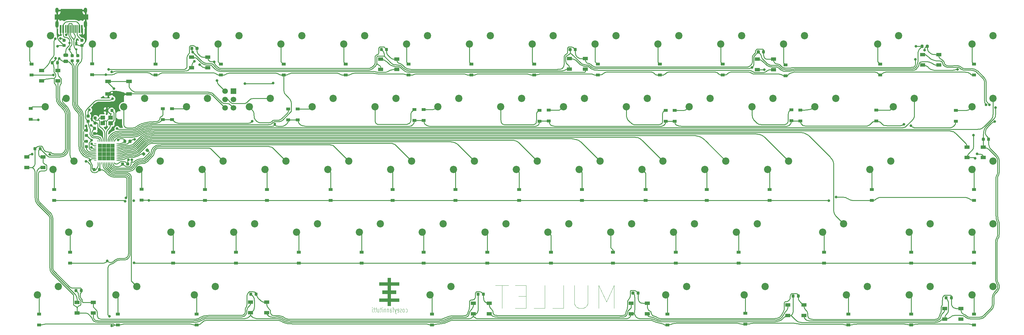
<source format=gbr>
G04 #@! TF.GenerationSoftware,KiCad,Pcbnew,(5.0.0)*
G04 #@! TF.CreationDate,2019-08-12T19:05:11-04:00*
G04 #@! TF.ProjectId,mullet-pcb,6D756C6C65742D7063622E6B69636164,rev?*
G04 #@! TF.SameCoordinates,Original*
G04 #@! TF.FileFunction,Copper,L2,Bot,Signal*
G04 #@! TF.FilePolarity,Positive*
%FSLAX46Y46*%
G04 Gerber Fmt 4.6, Leading zero omitted, Abs format (unit mm)*
G04 Created by KiCad (PCBNEW (5.0.0)) date 08/12/19 19:05:11*
%MOMM*%
%LPD*%
G01*
G04 APERTURE LIST*
G04 #@! TA.AperFunction,NonConductor*
%ADD10C,0.100000*%
G04 #@! TD*
G04 #@! TA.AperFunction,NonConductor*
%ADD11C,0.075000*%
G04 #@! TD*
G04 #@! TA.AperFunction,EtchedComponent*
%ADD12C,0.010000*%
G04 #@! TD*
G04 #@! TA.AperFunction,ComponentPad*
%ADD13R,1.700000X1.700000*%
G04 #@! TD*
G04 #@! TA.AperFunction,ComponentPad*
%ADD14C,1.700000*%
G04 #@! TD*
G04 #@! TA.AperFunction,SMDPad,CuDef*
%ADD15R,1.500000X1.000000*%
G04 #@! TD*
G04 #@! TA.AperFunction,ComponentPad*
%ADD16C,2.200000*%
G04 #@! TD*
G04 #@! TA.AperFunction,Conductor*
%ADD17C,0.100000*%
G04 #@! TD*
G04 #@! TA.AperFunction,SMDPad,CuDef*
%ADD18C,0.875000*%
G04 #@! TD*
G04 #@! TA.AperFunction,SMDPad,CuDef*
%ADD19R,1.700000X1.000000*%
G04 #@! TD*
G04 #@! TA.AperFunction,SMDPad,CuDef*
%ADD20R,0.700000X0.250000*%
G04 #@! TD*
G04 #@! TA.AperFunction,SMDPad,CuDef*
%ADD21R,0.250000X0.700000*%
G04 #@! TD*
G04 #@! TA.AperFunction,SMDPad,CuDef*
%ADD22R,1.287500X1.287500*%
G04 #@! TD*
G04 #@! TA.AperFunction,SMDPad,CuDef*
%ADD23R,1.400000X1.200000*%
G04 #@! TD*
G04 #@! TA.AperFunction,SMDPad,CuDef*
%ADD24R,1.200000X0.900000*%
G04 #@! TD*
G04 #@! TA.AperFunction,ComponentPad*
%ADD25O,1.000000X1.600000*%
G04 #@! TD*
G04 #@! TA.AperFunction,ComponentPad*
%ADD26O,1.000000X2.100000*%
G04 #@! TD*
G04 #@! TA.AperFunction,SMDPad,CuDef*
%ADD27R,0.300000X2.450000*%
G04 #@! TD*
G04 #@! TA.AperFunction,SMDPad,CuDef*
%ADD28R,0.600000X2.450000*%
G04 #@! TD*
G04 #@! TA.AperFunction,SMDPad,CuDef*
%ADD29R,0.700000X0.600000*%
G04 #@! TD*
G04 #@! TA.AperFunction,SMDPad,CuDef*
%ADD30R,0.700000X1.000000*%
G04 #@! TD*
G04 #@! TA.AperFunction,SMDPad,CuDef*
%ADD31C,0.975000*%
G04 #@! TD*
G04 #@! TA.AperFunction,ViaPad*
%ADD32C,0.800000*%
G04 #@! TD*
G04 #@! TA.AperFunction,Conductor*
%ADD33C,0.250000*%
G04 #@! TD*
G04 #@! TA.AperFunction,Conductor*
%ADD34C,0.254000*%
G04 #@! TD*
G04 APERTURE END LIST*
D10*
X246684438Y-182272782D02*
X246684438Y-175272782D01*
X244351104Y-180272782D01*
X242017771Y-175272782D01*
X242017771Y-182272782D01*
X238684438Y-175272782D02*
X238684438Y-180939449D01*
X238351104Y-181606116D01*
X238017771Y-181939449D01*
X237351104Y-182272782D01*
X236017771Y-182272782D01*
X235351104Y-181939449D01*
X235017771Y-181606116D01*
X234684438Y-180939449D01*
X234684438Y-175272782D01*
X228017771Y-182272782D02*
X231351104Y-182272782D01*
X231351104Y-175272782D01*
X222351104Y-182272782D02*
X225684438Y-182272782D01*
X225684438Y-175272782D01*
X220017771Y-178606116D02*
X217684438Y-178606116D01*
X216684438Y-182272782D02*
X220017771Y-182272782D01*
X220017771Y-175272782D01*
X216684438Y-175272782D01*
X214684438Y-175272782D02*
X210684438Y-175272782D01*
X212684438Y-182272782D02*
X212684438Y-175272782D01*
D11*
X183490821Y-183387768D02*
X183586059Y-183459197D01*
X183776536Y-183459197D01*
X183871774Y-183387768D01*
X183919393Y-183316340D01*
X183967012Y-183173483D01*
X183967012Y-182744911D01*
X183919393Y-182602054D01*
X183871774Y-182530626D01*
X183776536Y-182459197D01*
X183586059Y-182459197D01*
X183490821Y-182530626D01*
X182919393Y-183459197D02*
X183014631Y-183387768D01*
X183062250Y-183316340D01*
X183109869Y-183173483D01*
X183109869Y-182744911D01*
X183062250Y-182602054D01*
X183014631Y-182530626D01*
X182919393Y-182459197D01*
X182776536Y-182459197D01*
X182681298Y-182530626D01*
X182633679Y-182602054D01*
X182586059Y-182744911D01*
X182586059Y-183173483D01*
X182633679Y-183316340D01*
X182681298Y-183387768D01*
X182776536Y-183459197D01*
X182919393Y-183459197D01*
X182205107Y-183387768D02*
X182109869Y-183459197D01*
X181919393Y-183459197D01*
X181824155Y-183387768D01*
X181776536Y-183244911D01*
X181776536Y-183173483D01*
X181824155Y-183030626D01*
X181919393Y-182959197D01*
X182062250Y-182959197D01*
X182157488Y-182887768D01*
X182205107Y-182744911D01*
X182205107Y-182673483D01*
X182157488Y-182530626D01*
X182062250Y-182459197D01*
X181919393Y-182459197D01*
X181824155Y-182530626D01*
X180967012Y-183387768D02*
X181062250Y-183459197D01*
X181252726Y-183459197D01*
X181347964Y-183387768D01*
X181395583Y-183244911D01*
X181395583Y-182673483D01*
X181347964Y-182530626D01*
X181252726Y-182459197D01*
X181062250Y-182459197D01*
X180967012Y-182530626D01*
X180919393Y-182673483D01*
X180919393Y-182816340D01*
X181395583Y-182959197D01*
X180586059Y-182459197D02*
X180347964Y-183459197D01*
X180109869Y-182459197D02*
X180347964Y-183459197D01*
X180443202Y-183816340D01*
X180490821Y-183887768D01*
X180586059Y-183959197D01*
X179871774Y-182459197D02*
X179490821Y-182459197D01*
X179728917Y-183459197D02*
X179728917Y-182173483D01*
X179681298Y-182030626D01*
X179586059Y-181959197D01*
X179490821Y-181959197D01*
X178728917Y-183459197D02*
X178728917Y-182673483D01*
X178776536Y-182530626D01*
X178871774Y-182459197D01*
X179062250Y-182459197D01*
X179157488Y-182530626D01*
X178728917Y-183387768D02*
X178824155Y-183459197D01*
X179062250Y-183459197D01*
X179157488Y-183387768D01*
X179205107Y-183244911D01*
X179205107Y-183102054D01*
X179157488Y-182959197D01*
X179062250Y-182887768D01*
X178824155Y-182887768D01*
X178728917Y-182816340D01*
X178252726Y-182459197D02*
X178252726Y-183459197D01*
X178252726Y-182602054D02*
X178205107Y-182530626D01*
X178109869Y-182459197D01*
X177967012Y-182459197D01*
X177871774Y-182530626D01*
X177824155Y-182673483D01*
X177824155Y-183459197D01*
X177347964Y-182459197D02*
X177347964Y-183459197D01*
X177347964Y-182602054D02*
X177300345Y-182530626D01*
X177205107Y-182459197D01*
X177062250Y-182459197D01*
X176967012Y-182530626D01*
X176919393Y-182673483D01*
X176919393Y-183459197D01*
X176443202Y-183459197D02*
X176443202Y-182459197D01*
X176443202Y-181959197D02*
X176490821Y-182030626D01*
X176443202Y-182102054D01*
X176395583Y-182030626D01*
X176443202Y-181959197D01*
X176443202Y-182102054D01*
X176109869Y-182459197D02*
X175728917Y-182459197D01*
X175967012Y-181959197D02*
X175967012Y-183244911D01*
X175919393Y-183387768D01*
X175824155Y-183459197D01*
X175728917Y-183459197D01*
X174967012Y-182459197D02*
X174967012Y-183459197D01*
X175395583Y-182459197D02*
X175395583Y-183244911D01*
X175347964Y-183387768D01*
X175252726Y-183459197D01*
X175109869Y-183459197D01*
X175014631Y-183387768D01*
X174967012Y-183316340D01*
X174633679Y-182459197D02*
X174252726Y-182459197D01*
X174490821Y-181959197D02*
X174490821Y-183244911D01*
X174443202Y-183387768D01*
X174347964Y-183459197D01*
X174252726Y-183459197D01*
X174062250Y-182459197D02*
X173681298Y-182459197D01*
X173919393Y-181959197D02*
X173919393Y-183244911D01*
X173871774Y-183387768D01*
X173776536Y-183459197D01*
X173681298Y-183459197D01*
X173347964Y-183459197D02*
X173347964Y-182459197D01*
X173347964Y-181959197D02*
X173395583Y-182030626D01*
X173347964Y-182102054D01*
X173300345Y-182030626D01*
X173347964Y-181959197D01*
X173347964Y-182102054D01*
D12*
G04 #@! TO.C,G\002A\002A\002A*
G36*
X178965385Y-180204237D02*
X180230682Y-180199401D01*
X181495978Y-180194565D01*
X181495978Y-179291454D01*
X180230682Y-179286617D01*
X178965385Y-179281781D01*
X178965385Y-177814491D01*
X180564645Y-177814491D01*
X180564645Y-176854935D01*
X178965385Y-176854935D01*
X178965385Y-175350015D01*
X180230682Y-175345179D01*
X181495978Y-175340342D01*
X181501005Y-174865268D01*
X181506031Y-174390194D01*
X178965385Y-174390194D01*
X178965385Y-173016713D01*
X177987015Y-173016713D01*
X177987015Y-174390194D01*
X175465830Y-174390194D01*
X175465830Y-175349750D01*
X177987015Y-175349750D01*
X177987015Y-176854935D01*
X176406570Y-176854935D01*
X176406570Y-177814491D01*
X177987015Y-177814491D01*
X177987015Y-179282046D01*
X175465830Y-179282046D01*
X175465830Y-180203972D01*
X177986527Y-180203972D01*
X177991475Y-180857787D01*
X177996422Y-181511602D01*
X178480904Y-181516623D01*
X178965385Y-181521644D01*
X178965385Y-180204237D01*
X178965385Y-180204237D01*
G37*
X178965385Y-180204237D02*
X180230682Y-180199401D01*
X181495978Y-180194565D01*
X181495978Y-179291454D01*
X180230682Y-179286617D01*
X178965385Y-179281781D01*
X178965385Y-177814491D01*
X180564645Y-177814491D01*
X180564645Y-176854935D01*
X178965385Y-176854935D01*
X178965385Y-175350015D01*
X180230682Y-175345179D01*
X181495978Y-175340342D01*
X181501005Y-174865268D01*
X181506031Y-174390194D01*
X178965385Y-174390194D01*
X178965385Y-173016713D01*
X177987015Y-173016713D01*
X177987015Y-174390194D01*
X175465830Y-174390194D01*
X175465830Y-175349750D01*
X177987015Y-175349750D01*
X177987015Y-176854935D01*
X176406570Y-176854935D01*
X176406570Y-177814491D01*
X177987015Y-177814491D01*
X177987015Y-179282046D01*
X175465830Y-179282046D01*
X175465830Y-180203972D01*
X177986527Y-180203972D01*
X177991475Y-180857787D01*
X177996422Y-181511602D01*
X178480904Y-181516623D01*
X178965385Y-181521644D01*
X178965385Y-180204237D01*
G04 #@! TD*
D13*
G04 #@! TO.P,ISCP1,1*
G04 #@! TO.N,col4*
X131270166Y-116336509D03*
D14*
G04 #@! TO.P,ISCP1,2*
G04 #@! TO.N,+5V*
X128730166Y-116336509D03*
G04 #@! TO.P,ISCP1,3*
G04 #@! TO.N,col2*
X131270166Y-118876509D03*
G04 #@! TO.P,ISCP1,4*
G04 #@! TO.N,col3*
X128730166Y-118876509D03*
G04 #@! TO.P,ISCP1,5*
G04 #@! TO.N,reset*
X131270166Y-121416509D03*
G04 #@! TO.P,ISCP1,6*
G04 #@! TO.N,GND*
X128730166Y-121416509D03*
G04 #@! TD*
D15*
G04 #@! TO.P,LED5,3*
G04 #@! TO.N,GND*
X175868721Y-109735580D03*
G04 #@! TO.P,LED5,4*
G04 #@! TO.N,Net-(LED4-Pad2)*
X175868721Y-106535580D03*
G04 #@! TO.P,LED5,2*
G04 #@! TO.N,Net-(LED5-Pad2)*
X180768721Y-109735580D03*
G04 #@! TO.P,LED5,1*
G04 #@! TO.N,+5V*
X180768721Y-106535580D03*
G04 #@! TD*
D16*
G04 #@! TO.P,SW13,1*
G04 #@! TO.N,col12*
X304371166Y-99445509D03*
G04 #@! TO.P,SW13,2*
G04 #@! TO.N,Net-(D13-Pad2)*
X298021166Y-101985509D03*
G04 #@! TD*
G04 #@! TO.P,SW19,1*
G04 #@! TO.N,col3*
X142446166Y-118495509D03*
G04 #@! TO.P,SW19,2*
G04 #@! TO.N,Net-(D19-Pad2)*
X136096166Y-121035509D03*
G04 #@! TD*
D17*
G04 #@! TO.N,GND*
G04 #@! TO.C,R1*
G36*
X80172037Y-101977501D02*
X80193272Y-101980651D01*
X80214096Y-101985867D01*
X80234308Y-101993099D01*
X80253714Y-102002278D01*
X80272127Y-102013314D01*
X80289370Y-102026102D01*
X80305276Y-102040518D01*
X80319692Y-102056424D01*
X80332480Y-102073667D01*
X80343516Y-102092080D01*
X80352695Y-102111486D01*
X80359927Y-102131698D01*
X80365143Y-102152522D01*
X80368293Y-102173757D01*
X80369346Y-102195198D01*
X80369346Y-102632698D01*
X80368293Y-102654139D01*
X80365143Y-102675374D01*
X80359927Y-102696198D01*
X80352695Y-102716410D01*
X80343516Y-102735816D01*
X80332480Y-102754229D01*
X80319692Y-102771472D01*
X80305276Y-102787378D01*
X80289370Y-102801794D01*
X80272127Y-102814582D01*
X80253714Y-102825618D01*
X80234308Y-102834797D01*
X80214096Y-102842029D01*
X80193272Y-102847245D01*
X80172037Y-102850395D01*
X80150596Y-102851448D01*
X79638096Y-102851448D01*
X79616655Y-102850395D01*
X79595420Y-102847245D01*
X79574596Y-102842029D01*
X79554384Y-102834797D01*
X79534978Y-102825618D01*
X79516565Y-102814582D01*
X79499322Y-102801794D01*
X79483416Y-102787378D01*
X79469000Y-102771472D01*
X79456212Y-102754229D01*
X79445176Y-102735816D01*
X79435997Y-102716410D01*
X79428765Y-102696198D01*
X79423549Y-102675374D01*
X79420399Y-102654139D01*
X79419346Y-102632698D01*
X79419346Y-102195198D01*
X79420399Y-102173757D01*
X79423549Y-102152522D01*
X79428765Y-102131698D01*
X79435997Y-102111486D01*
X79445176Y-102092080D01*
X79456212Y-102073667D01*
X79469000Y-102056424D01*
X79483416Y-102040518D01*
X79499322Y-102026102D01*
X79516565Y-102013314D01*
X79534978Y-102002278D01*
X79554384Y-101993099D01*
X79574596Y-101985867D01*
X79595420Y-101980651D01*
X79616655Y-101977501D01*
X79638096Y-101976448D01*
X80150596Y-101976448D01*
X80172037Y-101977501D01*
X80172037Y-101977501D01*
G37*
D18*
G04 #@! TD*
G04 #@! TO.P,R1,1*
G04 #@! TO.N,GND*
X79894346Y-102413948D03*
D17*
G04 #@! TO.N,Net-(R1-Pad2)*
G04 #@! TO.C,R1*
G36*
X80172037Y-100402501D02*
X80193272Y-100405651D01*
X80214096Y-100410867D01*
X80234308Y-100418099D01*
X80253714Y-100427278D01*
X80272127Y-100438314D01*
X80289370Y-100451102D01*
X80305276Y-100465518D01*
X80319692Y-100481424D01*
X80332480Y-100498667D01*
X80343516Y-100517080D01*
X80352695Y-100536486D01*
X80359927Y-100556698D01*
X80365143Y-100577522D01*
X80368293Y-100598757D01*
X80369346Y-100620198D01*
X80369346Y-101057698D01*
X80368293Y-101079139D01*
X80365143Y-101100374D01*
X80359927Y-101121198D01*
X80352695Y-101141410D01*
X80343516Y-101160816D01*
X80332480Y-101179229D01*
X80319692Y-101196472D01*
X80305276Y-101212378D01*
X80289370Y-101226794D01*
X80272127Y-101239582D01*
X80253714Y-101250618D01*
X80234308Y-101259797D01*
X80214096Y-101267029D01*
X80193272Y-101272245D01*
X80172037Y-101275395D01*
X80150596Y-101276448D01*
X79638096Y-101276448D01*
X79616655Y-101275395D01*
X79595420Y-101272245D01*
X79574596Y-101267029D01*
X79554384Y-101259797D01*
X79534978Y-101250618D01*
X79516565Y-101239582D01*
X79499322Y-101226794D01*
X79483416Y-101212378D01*
X79469000Y-101196472D01*
X79456212Y-101179229D01*
X79445176Y-101160816D01*
X79435997Y-101141410D01*
X79428765Y-101121198D01*
X79423549Y-101100374D01*
X79420399Y-101079139D01*
X79419346Y-101057698D01*
X79419346Y-100620198D01*
X79420399Y-100598757D01*
X79423549Y-100577522D01*
X79428765Y-100556698D01*
X79435997Y-100536486D01*
X79445176Y-100517080D01*
X79456212Y-100498667D01*
X79469000Y-100481424D01*
X79483416Y-100465518D01*
X79499322Y-100451102D01*
X79516565Y-100438314D01*
X79534978Y-100427278D01*
X79554384Y-100418099D01*
X79574596Y-100410867D01*
X79595420Y-100405651D01*
X79616655Y-100402501D01*
X79638096Y-100401448D01*
X80150596Y-100401448D01*
X80172037Y-100402501D01*
X80172037Y-100402501D01*
G37*
D18*
G04 #@! TD*
G04 #@! TO.P,R1,2*
G04 #@! TO.N,Net-(R1-Pad2)*
X79894346Y-100838948D03*
D17*
G04 #@! TO.N,Net-(R2-Pad2)*
G04 #@! TO.C,R2*
G36*
X85578816Y-100402501D02*
X85600051Y-100405651D01*
X85620875Y-100410867D01*
X85641087Y-100418099D01*
X85660493Y-100427278D01*
X85678906Y-100438314D01*
X85696149Y-100451102D01*
X85712055Y-100465518D01*
X85726471Y-100481424D01*
X85739259Y-100498667D01*
X85750295Y-100517080D01*
X85759474Y-100536486D01*
X85766706Y-100556698D01*
X85771922Y-100577522D01*
X85775072Y-100598757D01*
X85776125Y-100620198D01*
X85776125Y-101057698D01*
X85775072Y-101079139D01*
X85771922Y-101100374D01*
X85766706Y-101121198D01*
X85759474Y-101141410D01*
X85750295Y-101160816D01*
X85739259Y-101179229D01*
X85726471Y-101196472D01*
X85712055Y-101212378D01*
X85696149Y-101226794D01*
X85678906Y-101239582D01*
X85660493Y-101250618D01*
X85641087Y-101259797D01*
X85620875Y-101267029D01*
X85600051Y-101272245D01*
X85578816Y-101275395D01*
X85557375Y-101276448D01*
X85044875Y-101276448D01*
X85023434Y-101275395D01*
X85002199Y-101272245D01*
X84981375Y-101267029D01*
X84961163Y-101259797D01*
X84941757Y-101250618D01*
X84923344Y-101239582D01*
X84906101Y-101226794D01*
X84890195Y-101212378D01*
X84875779Y-101196472D01*
X84862991Y-101179229D01*
X84851955Y-101160816D01*
X84842776Y-101141410D01*
X84835544Y-101121198D01*
X84830328Y-101100374D01*
X84827178Y-101079139D01*
X84826125Y-101057698D01*
X84826125Y-100620198D01*
X84827178Y-100598757D01*
X84830328Y-100577522D01*
X84835544Y-100556698D01*
X84842776Y-100536486D01*
X84851955Y-100517080D01*
X84862991Y-100498667D01*
X84875779Y-100481424D01*
X84890195Y-100465518D01*
X84906101Y-100451102D01*
X84923344Y-100438314D01*
X84941757Y-100427278D01*
X84961163Y-100418099D01*
X84981375Y-100410867D01*
X85002199Y-100405651D01*
X85023434Y-100402501D01*
X85044875Y-100401448D01*
X85557375Y-100401448D01*
X85578816Y-100402501D01*
X85578816Y-100402501D01*
G37*
D18*
G04 #@! TD*
G04 #@! TO.P,R2,2*
G04 #@! TO.N,Net-(R2-Pad2)*
X85301125Y-100838948D03*
D17*
G04 #@! TO.N,GND*
G04 #@! TO.C,R2*
G36*
X85578816Y-101977501D02*
X85600051Y-101980651D01*
X85620875Y-101985867D01*
X85641087Y-101993099D01*
X85660493Y-102002278D01*
X85678906Y-102013314D01*
X85696149Y-102026102D01*
X85712055Y-102040518D01*
X85726471Y-102056424D01*
X85739259Y-102073667D01*
X85750295Y-102092080D01*
X85759474Y-102111486D01*
X85766706Y-102131698D01*
X85771922Y-102152522D01*
X85775072Y-102173757D01*
X85776125Y-102195198D01*
X85776125Y-102632698D01*
X85775072Y-102654139D01*
X85771922Y-102675374D01*
X85766706Y-102696198D01*
X85759474Y-102716410D01*
X85750295Y-102735816D01*
X85739259Y-102754229D01*
X85726471Y-102771472D01*
X85712055Y-102787378D01*
X85696149Y-102801794D01*
X85678906Y-102814582D01*
X85660493Y-102825618D01*
X85641087Y-102834797D01*
X85620875Y-102842029D01*
X85600051Y-102847245D01*
X85578816Y-102850395D01*
X85557375Y-102851448D01*
X85044875Y-102851448D01*
X85023434Y-102850395D01*
X85002199Y-102847245D01*
X84981375Y-102842029D01*
X84961163Y-102834797D01*
X84941757Y-102825618D01*
X84923344Y-102814582D01*
X84906101Y-102801794D01*
X84890195Y-102787378D01*
X84875779Y-102771472D01*
X84862991Y-102754229D01*
X84851955Y-102735816D01*
X84842776Y-102716410D01*
X84835544Y-102696198D01*
X84830328Y-102675374D01*
X84827178Y-102654139D01*
X84826125Y-102632698D01*
X84826125Y-102195198D01*
X84827178Y-102173757D01*
X84830328Y-102152522D01*
X84835544Y-102131698D01*
X84842776Y-102111486D01*
X84851955Y-102092080D01*
X84862991Y-102073667D01*
X84875779Y-102056424D01*
X84890195Y-102040518D01*
X84906101Y-102026102D01*
X84923344Y-102013314D01*
X84941757Y-102002278D01*
X84961163Y-101993099D01*
X84981375Y-101985867D01*
X85002199Y-101980651D01*
X85023434Y-101977501D01*
X85044875Y-101976448D01*
X85557375Y-101976448D01*
X85578816Y-101977501D01*
X85578816Y-101977501D01*
G37*
D18*
G04 #@! TD*
G04 #@! TO.P,R2,1*
G04 #@! TO.N,GND*
X85301125Y-102413948D03*
D19*
G04 #@! TO.P,RESET1,1*
G04 #@! TO.N,GND*
X93279641Y-117174628D03*
X99579641Y-117174628D03*
G04 #@! TO.P,RESET1,2*
G04 #@! TO.N,reset*
X93279641Y-113374628D03*
X99579641Y-113374628D03*
G04 #@! TD*
D20*
G04 #@! TO.P,U1,1*
G04 #@! TO.N,Net-(U1-Pad1)*
X89313629Y-137288190D03*
G04 #@! TO.P,U1,2*
G04 #@! TO.N,+5V*
X89313629Y-136788191D03*
G04 #@! TO.P,U1,3*
G04 #@! TO.N,Net-(R5-Pad1)*
X89313629Y-136288190D03*
G04 #@! TO.P,U1,4*
G04 #@! TO.N,Net-(R6-Pad1)*
X89313629Y-135788190D03*
G04 #@! TO.P,U1,5*
G04 #@! TO.N,GND*
X89313629Y-135288189D03*
G04 #@! TO.P,U1,6*
G04 #@! TO.N,Net-(C1-Pad1)*
X89313629Y-134788190D03*
G04 #@! TO.P,U1,7*
G04 #@! TO.N,+5V*
X89313629Y-134288191D03*
G04 #@! TO.P,U1,8*
G04 #@! TO.N,row2*
X89313629Y-133788190D03*
G04 #@! TO.P,U1,9*
G04 #@! TO.N,Net-(U1-Pad9)*
X89313629Y-133288190D03*
G04 #@! TO.P,U1,10*
G04 #@! TO.N,col0*
X89313629Y-132788189D03*
G04 #@! TO.P,U1,11*
G04 #@! TO.N,Net-(U1-Pad11)*
X89313629Y-132288190D03*
D21*
G04 #@! TO.P,U1,12*
G04 #@! TO.N,Net-(U1-Pad12)*
X90213629Y-131388190D03*
G04 #@! TO.P,U1,13*
G04 #@! TO.N,reset*
X90713628Y-131388190D03*
G04 #@! TO.P,U1,14*
G04 #@! TO.N,+5V*
X91213629Y-131388190D03*
G04 #@! TO.P,U1,15*
G04 #@! TO.N,GND*
X91713629Y-131388190D03*
G04 #@! TO.P,U1,16*
G04 #@! TO.N,Net-(C2-Pad1)*
X92213630Y-131388190D03*
G04 #@! TO.P,U1,17*
G04 #@! TO.N,Net-(C3-Pad1)*
X92713629Y-131388190D03*
G04 #@! TO.P,U1,18*
G04 #@! TO.N,row0*
X93213628Y-131388190D03*
G04 #@! TO.P,U1,19*
G04 #@! TO.N,row1*
X93713629Y-131388190D03*
G04 #@! TO.P,U1,20*
G04 #@! TO.N,col13*
X94213629Y-131388190D03*
G04 #@! TO.P,U1,21*
G04 #@! TO.N,col14*
X94713630Y-131388190D03*
G04 #@! TO.P,U1,22*
G04 #@! TO.N,RGB*
X95213629Y-131388190D03*
D20*
G04 #@! TO.P,U1,23*
G04 #@! TO.N,GND*
X96113629Y-132288190D03*
G04 #@! TO.P,U1,24*
G04 #@! TO.N,+5V*
X96113629Y-132788189D03*
G04 #@! TO.P,U1,25*
G04 #@! TO.N,col12*
X96113629Y-133288190D03*
G04 #@! TO.P,U1,26*
G04 #@! TO.N,col11*
X96113629Y-133788190D03*
G04 #@! TO.P,U1,27*
G04 #@! TO.N,col10*
X96113629Y-134288191D03*
G04 #@! TO.P,U1,28*
G04 #@! TO.N,col9*
X96113629Y-134788190D03*
G04 #@! TO.P,U1,29*
G04 #@! TO.N,col8*
X96113629Y-135288189D03*
G04 #@! TO.P,U1,30*
G04 #@! TO.N,col7*
X96113629Y-135788190D03*
G04 #@! TO.P,U1,31*
G04 #@! TO.N,col6*
X96113629Y-136288190D03*
G04 #@! TO.P,U1,32*
G04 #@! TO.N,col5*
X96113629Y-136788191D03*
G04 #@! TO.P,U1,33*
G04 #@! TO.N,Net-(R4-Pad2)*
X96113629Y-137288190D03*
D21*
G04 #@! TO.P,U1,34*
G04 #@! TO.N,+5V*
X95213629Y-138188190D03*
G04 #@! TO.P,U1,35*
G04 #@! TO.N,GND*
X94713630Y-138188190D03*
G04 #@! TO.P,U1,36*
G04 #@! TO.N,col4*
X94213629Y-138188190D03*
G04 #@! TO.P,U1,37*
G04 #@! TO.N,col3*
X93713629Y-138188190D03*
G04 #@! TO.P,U1,38*
G04 #@! TO.N,col2*
X93213628Y-138188190D03*
G04 #@! TO.P,U1,39*
G04 #@! TO.N,col1*
X92713629Y-138188190D03*
G04 #@! TO.P,U1,40*
G04 #@! TO.N,row4*
X92213630Y-138188190D03*
G04 #@! TO.P,U1,41*
G04 #@! TO.N,row3*
X91713629Y-138188190D03*
G04 #@! TO.P,U1,42*
G04 #@! TO.N,Net-(U1-Pad42)*
X91213629Y-138188190D03*
G04 #@! TO.P,U1,43*
G04 #@! TO.N,GND*
X90713628Y-138188190D03*
G04 #@! TO.P,U1,44*
G04 #@! TO.N,+5V*
X90213629Y-138188190D03*
D22*
G04 #@! TO.P,U1,45*
G04 #@! TO.N,N/C*
X94644879Y-132856940D03*
X94644879Y-134144440D03*
X94644879Y-135431940D03*
X94644879Y-136719440D03*
X93357379Y-132856940D03*
X93357379Y-134144440D03*
X93357379Y-135431940D03*
X93357379Y-136719440D03*
X92069879Y-132856940D03*
X92069879Y-134144440D03*
X92069879Y-135431940D03*
X92069879Y-136719440D03*
X90782379Y-132856940D03*
X90782379Y-134144440D03*
X90782379Y-135431940D03*
X90782379Y-136719440D03*
G04 #@! TD*
D23*
G04 #@! TO.P,X1,3*
G04 #@! TO.N,GND*
X91628110Y-126015501D03*
G04 #@! TO.P,X1,2*
G04 #@! TO.N,Net-(C3-Pad1)*
X94028110Y-126015501D03*
G04 #@! TO.P,X1,1*
G04 #@! TO.N,Net-(C2-Pad1)*
X91628110Y-124315501D03*
G04 #@! TO.P,X1,3*
G04 #@! TO.N,GND*
X94028110Y-124315501D03*
G04 #@! TD*
D24*
G04 #@! TO.P,D1,1*
G04 #@! TO.N,row0*
X70056166Y-111382509D03*
G04 #@! TO.P,D1,2*
G04 #@! TO.N,Net-(D1-Pad2)*
X70056166Y-108082509D03*
G04 #@! TD*
G04 #@! TO.P,D2,1*
G04 #@! TO.N,row0*
X88450705Y-111307877D03*
G04 #@! TO.P,D2,2*
G04 #@! TO.N,Net-(D2-Pad2)*
X88450705Y-108007877D03*
G04 #@! TD*
G04 #@! TO.P,D3,1*
G04 #@! TO.N,row0*
X107648166Y-111382509D03*
G04 #@! TO.P,D3,2*
G04 #@! TO.N,Net-(D3-Pad2)*
X107648166Y-108082509D03*
G04 #@! TD*
G04 #@! TO.P,D4,1*
G04 #@! TO.N,row0*
X127460166Y-111382509D03*
G04 #@! TO.P,D4,2*
G04 #@! TO.N,Net-(D4-Pad2)*
X127460166Y-108082509D03*
G04 #@! TD*
G04 #@! TO.P,D5,1*
G04 #@! TO.N,row0*
X146510166Y-111382509D03*
G04 #@! TO.P,D5,2*
G04 #@! TO.N,Net-(D5-Pad2)*
X146510166Y-108082509D03*
G04 #@! TD*
G04 #@! TO.P,D6,1*
G04 #@! TO.N,row0*
X165306166Y-111382509D03*
G04 #@! TO.P,D6,2*
G04 #@! TO.N,Net-(D6-Pad2)*
X165306166Y-108082509D03*
G04 #@! TD*
G04 #@! TO.P,D7,1*
G04 #@! TO.N,row0*
X184356166Y-111382509D03*
G04 #@! TO.P,D7,2*
G04 #@! TO.N,Net-(D7-Pad2)*
X184356166Y-108082509D03*
G04 #@! TD*
G04 #@! TO.P,D8,1*
G04 #@! TO.N,row0*
X203406166Y-111382509D03*
G04 #@! TO.P,D8,2*
G04 #@! TO.N,Net-(D8-Pad2)*
X203406166Y-108082509D03*
G04 #@! TD*
G04 #@! TO.P,D9,1*
G04 #@! TO.N,row0*
X222456166Y-111382509D03*
G04 #@! TO.P,D9,2*
G04 #@! TO.N,Net-(D9-Pad2)*
X222456166Y-108082509D03*
G04 #@! TD*
G04 #@! TO.P,D10,2*
G04 #@! TO.N,Net-(D10-Pad2)*
X241760166Y-108082509D03*
G04 #@! TO.P,D10,1*
G04 #@! TO.N,row0*
X241760166Y-111382509D03*
G04 #@! TD*
G04 #@! TO.P,D11,2*
G04 #@! TO.N,Net-(D11-Pad2)*
X260556166Y-108082509D03*
G04 #@! TO.P,D11,1*
G04 #@! TO.N,row0*
X260556166Y-111382509D03*
G04 #@! TD*
G04 #@! TO.P,D12,2*
G04 #@! TO.N,Net-(D12-Pad2)*
X279606166Y-108082509D03*
G04 #@! TO.P,D12,1*
G04 #@! TO.N,row0*
X279606166Y-111382509D03*
G04 #@! TD*
G04 #@! TO.P,D13,2*
G04 #@! TO.N,Net-(D13-Pad2)*
X298656166Y-108336509D03*
G04 #@! TO.P,D13,1*
G04 #@! TO.N,row0*
X298656166Y-111636509D03*
G04 #@! TD*
G04 #@! TO.P,D14,2*
G04 #@! TO.N,Net-(D14-Pad2)*
X327358166Y-108082509D03*
G04 #@! TO.P,D14,1*
G04 #@! TO.N,row0*
X327358166Y-111382509D03*
G04 #@! TD*
G04 #@! TO.P,D15,2*
G04 #@! TO.N,Net-(D15-Pad2)*
X355806166Y-108082509D03*
G04 #@! TO.P,D15,1*
G04 #@! TO.N,row0*
X355806166Y-111382509D03*
G04 #@! TD*
G04 #@! TO.P,D16,2*
G04 #@! TO.N,Net-(D16-Pad2)*
X69815690Y-121551071D03*
G04 #@! TO.P,D16,1*
G04 #@! TO.N,row1*
X69815690Y-124851071D03*
G04 #@! TD*
G04 #@! TO.P,D17,1*
G04 #@! TO.N,row1*
X109867849Y-124956057D03*
G04 #@! TO.P,D17,2*
G04 #@! TO.N,Net-(D17-Pad2)*
X109867849Y-121656057D03*
G04 #@! TD*
G04 #@! TO.P,D18,2*
G04 #@! TO.N,Net-(D18-Pad2)*
X112597485Y-121656057D03*
G04 #@! TO.P,D18,1*
G04 #@! TO.N,row1*
X112597485Y-124956057D03*
G04 #@! TD*
G04 #@! TO.P,D19,2*
G04 #@! TO.N,Net-(D19-Pad2)*
X147872781Y-121708550D03*
G04 #@! TO.P,D19,1*
G04 #@! TO.N,row1*
X147872781Y-125008550D03*
G04 #@! TD*
G04 #@! TO.P,D20,2*
G04 #@! TO.N,Net-(D20-Pad2)*
X150707403Y-121708550D03*
G04 #@! TO.P,D20,1*
G04 #@! TO.N,row1*
X150707403Y-125008550D03*
G04 #@! TD*
G04 #@! TO.P,D21,2*
G04 #@! TO.N,Net-(D21-Pad2)*
X186140178Y-121918522D03*
G04 #@! TO.P,D21,1*
G04 #@! TO.N,row1*
X186140178Y-125218522D03*
G04 #@! TD*
G04 #@! TO.P,D22,2*
G04 #@! TO.N,Net-(D22-Pad2)*
X188922307Y-121918522D03*
G04 #@! TO.P,D22,1*
G04 #@! TO.N,row1*
X188922307Y-125218522D03*
G04 #@! TD*
G04 #@! TO.P,D23,2*
G04 #@! TO.N,Net-(D23-Pad2)*
X224092617Y-122128494D03*
G04 #@! TO.P,D23,1*
G04 #@! TO.N,row1*
X224092617Y-125428494D03*
G04 #@! TD*
G04 #@! TO.P,D24,2*
G04 #@! TO.N,Net-(D24-Pad2)*
X226874746Y-122076001D03*
G04 #@! TO.P,D24,1*
G04 #@! TO.N,row1*
X226874746Y-125376001D03*
G04 #@! TD*
G04 #@! TO.P,D25,1*
G04 #@! TO.N,row1*
X262360014Y-125428494D03*
G04 #@! TO.P,D25,2*
G04 #@! TO.N,Net-(D25-Pad2)*
X262360014Y-122128494D03*
G04 #@! TD*
G04 #@! TO.P,D26,2*
G04 #@! TO.N,Net-(D26-Pad2)*
X265037157Y-122128494D03*
G04 #@! TO.P,D26,1*
G04 #@! TO.N,row1*
X265037157Y-125428494D03*
G04 #@! TD*
G04 #@! TO.P,D27,2*
G04 #@! TO.N,Net-(D27-Pad2)*
X300469932Y-121971015D03*
G04 #@! TO.P,D27,1*
G04 #@! TO.N,row1*
X300469932Y-125271015D03*
G04 #@! TD*
G04 #@! TO.P,D28,2*
G04 #@! TO.N,Net-(D28-Pad2)*
X303147075Y-122023508D03*
G04 #@! TO.P,D28,1*
G04 #@! TO.N,row1*
X303147075Y-125323508D03*
G04 #@! TD*
G04 #@! TO.P,D29,2*
G04 #@! TO.N,Net-(D29-Pad2)*
X326139009Y-122076001D03*
G04 #@! TO.P,D29,1*
G04 #@! TO.N,row1*
X326139009Y-125376001D03*
G04 #@! TD*
G04 #@! TO.P,D30,2*
G04 #@! TO.N,Net-(D30-Pad2)*
X350338282Y-122180987D03*
G04 #@! TO.P,D30,1*
G04 #@! TO.N,row1*
X350338282Y-125480987D03*
G04 #@! TD*
G04 #@! TO.P,D31,2*
G04 #@! TO.N,Net-(D31-Pad2)*
X76914166Y-146182509D03*
G04 #@! TO.P,D31,1*
G04 #@! TO.N,row2*
X76914166Y-149482509D03*
G04 #@! TD*
G04 #@! TO.P,D32,2*
G04 #@! TO.N,Net-(D32-Pad2)*
X103411210Y-146117795D03*
G04 #@! TO.P,D32,1*
G04 #@! TO.N,row2*
X103411210Y-149417795D03*
G04 #@! TD*
G04 #@! TO.P,D33,2*
G04 #@! TO.N,Net-(D33-Pad2)*
X122634166Y-146182509D03*
G04 #@! TO.P,D33,1*
G04 #@! TO.N,row2*
X122634166Y-149482509D03*
G04 #@! TD*
G04 #@! TO.P,D34,1*
G04 #@! TO.N,row2*
X141430166Y-149482509D03*
G04 #@! TO.P,D34,2*
G04 #@! TO.N,Net-(D34-Pad2)*
X141430166Y-146182509D03*
G04 #@! TD*
G04 #@! TO.P,D35,1*
G04 #@! TO.N,row2*
X160734166Y-149482509D03*
G04 #@! TO.P,D35,2*
G04 #@! TO.N,Net-(D35-Pad2)*
X160734166Y-146182509D03*
G04 #@! TD*
G04 #@! TO.P,D36,1*
G04 #@! TO.N,row2*
X179530166Y-149482509D03*
G04 #@! TO.P,D36,2*
G04 #@! TO.N,Net-(D36-Pad2)*
X179530166Y-146182509D03*
G04 #@! TD*
G04 #@! TO.P,D37,1*
G04 #@! TO.N,row2*
X198580166Y-149482509D03*
G04 #@! TO.P,D37,2*
G04 #@! TO.N,Net-(D37-Pad2)*
X198580166Y-146182509D03*
G04 #@! TD*
G04 #@! TO.P,D38,1*
G04 #@! TO.N,row2*
X217884166Y-149482509D03*
G04 #@! TO.P,D38,2*
G04 #@! TO.N,Net-(D38-Pad2)*
X217884166Y-146182509D03*
G04 #@! TD*
G04 #@! TO.P,D39,2*
G04 #@! TO.N,Net-(D39-Pad2)*
X236934166Y-146182509D03*
G04 #@! TO.P,D39,1*
G04 #@! TO.N,row2*
X236934166Y-149482509D03*
G04 #@! TD*
G04 #@! TO.P,D40,1*
G04 #@! TO.N,row2*
X256238166Y-149482509D03*
G04 #@! TO.P,D40,2*
G04 #@! TO.N,Net-(D40-Pad2)*
X256238166Y-146182509D03*
G04 #@! TD*
G04 #@! TO.P,D41,1*
G04 #@! TO.N,row2*
X274780166Y-149482509D03*
G04 #@! TO.P,D41,2*
G04 #@! TO.N,Net-(D41-Pad2)*
X274780166Y-146182509D03*
G04 #@! TD*
G04 #@! TO.P,D42,1*
G04 #@! TO.N,row2*
X293830166Y-149482509D03*
G04 #@! TO.P,D42,2*
G04 #@! TO.N,Net-(D42-Pad2)*
X293830166Y-146182509D03*
G04 #@! TD*
G04 #@! TO.P,D43,1*
G04 #@! TO.N,row2*
X324818166Y-149482509D03*
G04 #@! TO.P,D43,2*
G04 #@! TO.N,Net-(D43-Pad2)*
X324818166Y-146182509D03*
G04 #@! TD*
G04 #@! TO.P,D44,1*
G04 #@! TO.N,row2*
X355806166Y-149482509D03*
G04 #@! TO.P,D44,2*
G04 #@! TO.N,Net-(D44-Pad2)*
X355806166Y-146182509D03*
G04 #@! TD*
G04 #@! TO.P,D45,1*
G04 #@! TO.N,row3*
X81740166Y-168532509D03*
G04 #@! TO.P,D45,2*
G04 #@! TO.N,Net-(D45-Pad2)*
X81740166Y-165232509D03*
G04 #@! TD*
G04 #@! TO.P,D46,1*
G04 #@! TO.N,row3*
X112982166Y-168532509D03*
G04 #@! TO.P,D46,2*
G04 #@! TO.N,Net-(D46-Pad2)*
X112982166Y-165232509D03*
G04 #@! TD*
G04 #@! TO.P,D47,1*
G04 #@! TO.N,row3*
X132032166Y-168532509D03*
G04 #@! TO.P,D47,2*
G04 #@! TO.N,Net-(D47-Pad2)*
X132032166Y-165232509D03*
G04 #@! TD*
G04 #@! TO.P,D48,1*
G04 #@! TO.N,row3*
X151082166Y-168532509D03*
G04 #@! TO.P,D48,2*
G04 #@! TO.N,Net-(D48-Pad2)*
X151082166Y-165232509D03*
G04 #@! TD*
G04 #@! TO.P,D49,1*
G04 #@! TO.N,row3*
X170132166Y-168532509D03*
G04 #@! TO.P,D49,2*
G04 #@! TO.N,Net-(D49-Pad2)*
X170132166Y-165232509D03*
G04 #@! TD*
G04 #@! TO.P,D50,1*
G04 #@! TO.N,row3*
X188928166Y-168532509D03*
G04 #@! TO.P,D50,2*
G04 #@! TO.N,Net-(D50-Pad2)*
X188928166Y-165232509D03*
G04 #@! TD*
G04 #@! TO.P,D51,2*
G04 #@! TO.N,Net-(D51-Pad2)*
X208232166Y-165232509D03*
G04 #@! TO.P,D51,1*
G04 #@! TO.N,row3*
X208232166Y-168532509D03*
G04 #@! TD*
G04 #@! TO.P,D52,2*
G04 #@! TO.N,Net-(D52-Pad2)*
X227536166Y-165232509D03*
G04 #@! TO.P,D52,1*
G04 #@! TO.N,row3*
X227536166Y-168532509D03*
G04 #@! TD*
G04 #@! TO.P,D53,1*
G04 #@! TO.N,row3*
X246332166Y-168532509D03*
G04 #@! TO.P,D53,2*
G04 #@! TO.N,Net-(D53-Pad2)*
X246332166Y-165232509D03*
G04 #@! TD*
G04 #@! TO.P,D54,1*
G04 #@! TO.N,row3*
X265382166Y-168532509D03*
G04 #@! TO.P,D54,2*
G04 #@! TO.N,Net-(D54-Pad2)*
X265382166Y-165232509D03*
G04 #@! TD*
G04 #@! TO.P,D55,1*
G04 #@! TO.N,row3*
X284432166Y-168532509D03*
G04 #@! TO.P,D55,2*
G04 #@! TO.N,Net-(D55-Pad2)*
X284432166Y-165232509D03*
G04 #@! TD*
G04 #@! TO.P,D56,1*
G04 #@! TO.N,row3*
X310340166Y-168532509D03*
G04 #@! TO.P,D56,2*
G04 #@! TO.N,Net-(D56-Pad2)*
X310340166Y-165232509D03*
G04 #@! TD*
G04 #@! TO.P,D57,1*
G04 #@! TO.N,row3*
X336756166Y-168532509D03*
G04 #@! TO.P,D57,2*
G04 #@! TO.N,Net-(D57-Pad2)*
X336756166Y-165232509D03*
G04 #@! TD*
G04 #@! TO.P,D58,1*
G04 #@! TO.N,row3*
X355806166Y-168532509D03*
G04 #@! TO.P,D58,2*
G04 #@! TO.N,Net-(D58-Pad2)*
X355806166Y-165232509D03*
G04 #@! TD*
G04 #@! TO.P,D59,2*
G04 #@! TO.N,Net-(D59-Pad2)*
X72342166Y-184028509D03*
G04 #@! TO.P,D59,1*
G04 #@! TO.N,row4*
X72342166Y-187328509D03*
G04 #@! TD*
G04 #@! TO.P,D60,2*
G04 #@! TO.N,Net-(D60-Pad2)*
X96218166Y-184028509D03*
G04 #@! TO.P,D60,1*
G04 #@! TO.N,row4*
X96218166Y-187328509D03*
G04 #@! TD*
G04 #@! TO.P,D61,2*
G04 #@! TO.N,Net-(D61-Pad2)*
X120094166Y-184028509D03*
G04 #@! TO.P,D61,1*
G04 #@! TO.N,row4*
X120094166Y-187328509D03*
G04 #@! TD*
G04 #@! TO.P,D62,2*
G04 #@! TO.N,Net-(D62-Pad2)*
X191468166Y-184028509D03*
G04 #@! TO.P,D62,1*
G04 #@! TO.N,row4*
X191468166Y-187328509D03*
G04 #@! TD*
G04 #@! TO.P,D63,2*
G04 #@! TO.N,Net-(D63-Pad2)*
X262842166Y-184028509D03*
G04 #@! TO.P,D63,1*
G04 #@! TO.N,row4*
X262842166Y-187328509D03*
G04 #@! TD*
G04 #@! TO.P,D64,1*
G04 #@! TO.N,row4*
X286464166Y-187074509D03*
G04 #@! TO.P,D64,2*
G04 #@! TO.N,Net-(D64-Pad2)*
X286464166Y-183774509D03*
G04 #@! TD*
G04 #@! TO.P,D65,2*
G04 #@! TO.N,Net-(D65-Pad2)*
X317706166Y-184028509D03*
G04 #@! TO.P,D65,1*
G04 #@! TO.N,row4*
X317706166Y-187328509D03*
G04 #@! TD*
G04 #@! TO.P,D66,2*
G04 #@! TO.N,Net-(D66-Pad2)*
X336756166Y-184028509D03*
G04 #@! TO.P,D66,1*
G04 #@! TO.N,row4*
X336756166Y-187328509D03*
G04 #@! TD*
G04 #@! TO.P,D67,2*
G04 #@! TO.N,Net-(D67-Pad2)*
X355806166Y-184028509D03*
G04 #@! TO.P,D67,1*
G04 #@! TO.N,row4*
X355806166Y-187328509D03*
G04 #@! TD*
D25*
G04 #@! TO.P,USB1,13*
G04 #@! TO.N,GND*
X86419052Y-91785607D03*
X77779052Y-91785607D03*
D26*
X86419052Y-95965607D03*
X77779052Y-95965607D03*
D27*
G04 #@! TO.P,USB1,6*
G04 #@! TO.N,D+*
X81849052Y-97380607D03*
G04 #@! TO.P,USB1,7*
G04 #@! TO.N,D-*
X82349052Y-97380607D03*
G04 #@! TO.P,USB1,8*
G04 #@! TO.N,D+*
X82849052Y-97380607D03*
G04 #@! TO.P,USB1,5*
G04 #@! TO.N,D-*
X81349052Y-97380607D03*
G04 #@! TO.P,USB1,9*
G04 #@! TO.N,Net-(USB1-Pad9)*
X83349052Y-97380607D03*
G04 #@! TO.P,USB1,4*
G04 #@! TO.N,Net-(R1-Pad2)*
X80849052Y-97380607D03*
G04 #@! TO.P,USB1,10*
G04 #@! TO.N,Net-(R2-Pad2)*
X83849052Y-97380607D03*
G04 #@! TO.P,USB1,3*
G04 #@! TO.N,Net-(USB1-Pad3)*
X80349052Y-97380607D03*
D28*
G04 #@! TO.P,USB1,2*
G04 #@! TO.N,VCC*
X79649052Y-97380607D03*
G04 #@! TO.P,USB1,11*
X84549052Y-97380607D03*
G04 #@! TO.P,USB1,1*
G04 #@! TO.N,GND*
X78874052Y-97380607D03*
G04 #@! TO.P,USB1,12*
X85324052Y-97380607D03*
G04 #@! TD*
D29*
G04 #@! TO.P,U2,3*
G04 #@! TO.N,D-*
X81571489Y-103573815D03*
G04 #@! TO.P,U2,2*
G04 #@! TO.N,D+*
X83571489Y-103573815D03*
G04 #@! TO.P,U2,4*
G04 #@! TO.N,VCC*
X81571489Y-101673815D03*
D30*
G04 #@! TO.P,U2,1*
G04 #@! TO.N,GND*
X83571489Y-101873815D03*
G04 #@! TD*
D17*
G04 #@! TO.N,+5V*
G04 #@! TO.C,F1*
G36*
X80899418Y-106749499D02*
X80923079Y-106753009D01*
X80946283Y-106758821D01*
X80968805Y-106766879D01*
X80990429Y-106777107D01*
X81010946Y-106789404D01*
X81030159Y-106803654D01*
X81047883Y-106819718D01*
X81063947Y-106837442D01*
X81078197Y-106856655D01*
X81090494Y-106877172D01*
X81100722Y-106898796D01*
X81108780Y-106921318D01*
X81114592Y-106944522D01*
X81118102Y-106968183D01*
X81119276Y-106992075D01*
X81119276Y-107479575D01*
X81118102Y-107503467D01*
X81114592Y-107527128D01*
X81108780Y-107550332D01*
X81100722Y-107572854D01*
X81090494Y-107594478D01*
X81078197Y-107614995D01*
X81063947Y-107634208D01*
X81047883Y-107651932D01*
X81030159Y-107667996D01*
X81010946Y-107682246D01*
X80990429Y-107694543D01*
X80968805Y-107704771D01*
X80946283Y-107712829D01*
X80923079Y-107718641D01*
X80899418Y-107722151D01*
X80875526Y-107723325D01*
X79963026Y-107723325D01*
X79939134Y-107722151D01*
X79915473Y-107718641D01*
X79892269Y-107712829D01*
X79869747Y-107704771D01*
X79848123Y-107694543D01*
X79827606Y-107682246D01*
X79808393Y-107667996D01*
X79790669Y-107651932D01*
X79774605Y-107634208D01*
X79760355Y-107614995D01*
X79748058Y-107594478D01*
X79737830Y-107572854D01*
X79729772Y-107550332D01*
X79723960Y-107527128D01*
X79720450Y-107503467D01*
X79719276Y-107479575D01*
X79719276Y-106992075D01*
X79720450Y-106968183D01*
X79723960Y-106944522D01*
X79729772Y-106921318D01*
X79737830Y-106898796D01*
X79748058Y-106877172D01*
X79760355Y-106856655D01*
X79774605Y-106837442D01*
X79790669Y-106819718D01*
X79808393Y-106803654D01*
X79827606Y-106789404D01*
X79848123Y-106777107D01*
X79869747Y-106766879D01*
X79892269Y-106758821D01*
X79915473Y-106753009D01*
X79939134Y-106749499D01*
X79963026Y-106748325D01*
X80875526Y-106748325D01*
X80899418Y-106749499D01*
X80899418Y-106749499D01*
G37*
D31*
G04 #@! TD*
G04 #@! TO.P,F1,1*
G04 #@! TO.N,+5V*
X80419276Y-107235825D03*
D17*
G04 #@! TO.N,VCC*
G04 #@! TO.C,F1*
G36*
X80899418Y-104874499D02*
X80923079Y-104878009D01*
X80946283Y-104883821D01*
X80968805Y-104891879D01*
X80990429Y-104902107D01*
X81010946Y-104914404D01*
X81030159Y-104928654D01*
X81047883Y-104944718D01*
X81063947Y-104962442D01*
X81078197Y-104981655D01*
X81090494Y-105002172D01*
X81100722Y-105023796D01*
X81108780Y-105046318D01*
X81114592Y-105069522D01*
X81118102Y-105093183D01*
X81119276Y-105117075D01*
X81119276Y-105604575D01*
X81118102Y-105628467D01*
X81114592Y-105652128D01*
X81108780Y-105675332D01*
X81100722Y-105697854D01*
X81090494Y-105719478D01*
X81078197Y-105739995D01*
X81063947Y-105759208D01*
X81047883Y-105776932D01*
X81030159Y-105792996D01*
X81010946Y-105807246D01*
X80990429Y-105819543D01*
X80968805Y-105829771D01*
X80946283Y-105837829D01*
X80923079Y-105843641D01*
X80899418Y-105847151D01*
X80875526Y-105848325D01*
X79963026Y-105848325D01*
X79939134Y-105847151D01*
X79915473Y-105843641D01*
X79892269Y-105837829D01*
X79869747Y-105829771D01*
X79848123Y-105819543D01*
X79827606Y-105807246D01*
X79808393Y-105792996D01*
X79790669Y-105776932D01*
X79774605Y-105759208D01*
X79760355Y-105739995D01*
X79748058Y-105719478D01*
X79737830Y-105697854D01*
X79729772Y-105675332D01*
X79723960Y-105652128D01*
X79720450Y-105628467D01*
X79719276Y-105604575D01*
X79719276Y-105117075D01*
X79720450Y-105093183D01*
X79723960Y-105069522D01*
X79729772Y-105046318D01*
X79737830Y-105023796D01*
X79748058Y-105002172D01*
X79760355Y-104981655D01*
X79774605Y-104962442D01*
X79790669Y-104944718D01*
X79808393Y-104928654D01*
X79827606Y-104914404D01*
X79848123Y-104902107D01*
X79869747Y-104891879D01*
X79892269Y-104883821D01*
X79915473Y-104878009D01*
X79939134Y-104874499D01*
X79963026Y-104873325D01*
X80875526Y-104873325D01*
X80899418Y-104874499D01*
X80899418Y-104874499D01*
G37*
D31*
G04 #@! TD*
G04 #@! TO.P,F1,2*
G04 #@! TO.N,VCC*
X80419276Y-105360825D03*
D17*
G04 #@! TO.N,D-*
G04 #@! TO.C,R5*
G36*
X82639208Y-105074378D02*
X82660443Y-105077528D01*
X82681267Y-105082744D01*
X82701479Y-105089976D01*
X82720885Y-105099155D01*
X82739298Y-105110191D01*
X82756541Y-105122979D01*
X82772447Y-105137395D01*
X82786863Y-105153301D01*
X82799651Y-105170544D01*
X82810687Y-105188957D01*
X82819866Y-105208363D01*
X82827098Y-105228575D01*
X82832314Y-105249399D01*
X82835464Y-105270634D01*
X82836517Y-105292075D01*
X82836517Y-105729575D01*
X82835464Y-105751016D01*
X82832314Y-105772251D01*
X82827098Y-105793075D01*
X82819866Y-105813287D01*
X82810687Y-105832693D01*
X82799651Y-105851106D01*
X82786863Y-105868349D01*
X82772447Y-105884255D01*
X82756541Y-105898671D01*
X82739298Y-105911459D01*
X82720885Y-105922495D01*
X82701479Y-105931674D01*
X82681267Y-105938906D01*
X82660443Y-105944122D01*
X82639208Y-105947272D01*
X82617767Y-105948325D01*
X82105267Y-105948325D01*
X82083826Y-105947272D01*
X82062591Y-105944122D01*
X82041767Y-105938906D01*
X82021555Y-105931674D01*
X82002149Y-105922495D01*
X81983736Y-105911459D01*
X81966493Y-105898671D01*
X81950587Y-105884255D01*
X81936171Y-105868349D01*
X81923383Y-105851106D01*
X81912347Y-105832693D01*
X81903168Y-105813287D01*
X81895936Y-105793075D01*
X81890720Y-105772251D01*
X81887570Y-105751016D01*
X81886517Y-105729575D01*
X81886517Y-105292075D01*
X81887570Y-105270634D01*
X81890720Y-105249399D01*
X81895936Y-105228575D01*
X81903168Y-105208363D01*
X81912347Y-105188957D01*
X81923383Y-105170544D01*
X81936171Y-105153301D01*
X81950587Y-105137395D01*
X81966493Y-105122979D01*
X81983736Y-105110191D01*
X82002149Y-105099155D01*
X82021555Y-105089976D01*
X82041767Y-105082744D01*
X82062591Y-105077528D01*
X82083826Y-105074378D01*
X82105267Y-105073325D01*
X82617767Y-105073325D01*
X82639208Y-105074378D01*
X82639208Y-105074378D01*
G37*
D18*
G04 #@! TD*
G04 #@! TO.P,R5,2*
G04 #@! TO.N,D-*
X82361517Y-105510825D03*
D17*
G04 #@! TO.N,Net-(R5-Pad1)*
G04 #@! TO.C,R5*
G36*
X82639208Y-106649378D02*
X82660443Y-106652528D01*
X82681267Y-106657744D01*
X82701479Y-106664976D01*
X82720885Y-106674155D01*
X82739298Y-106685191D01*
X82756541Y-106697979D01*
X82772447Y-106712395D01*
X82786863Y-106728301D01*
X82799651Y-106745544D01*
X82810687Y-106763957D01*
X82819866Y-106783363D01*
X82827098Y-106803575D01*
X82832314Y-106824399D01*
X82835464Y-106845634D01*
X82836517Y-106867075D01*
X82836517Y-107304575D01*
X82835464Y-107326016D01*
X82832314Y-107347251D01*
X82827098Y-107368075D01*
X82819866Y-107388287D01*
X82810687Y-107407693D01*
X82799651Y-107426106D01*
X82786863Y-107443349D01*
X82772447Y-107459255D01*
X82756541Y-107473671D01*
X82739298Y-107486459D01*
X82720885Y-107497495D01*
X82701479Y-107506674D01*
X82681267Y-107513906D01*
X82660443Y-107519122D01*
X82639208Y-107522272D01*
X82617767Y-107523325D01*
X82105267Y-107523325D01*
X82083826Y-107522272D01*
X82062591Y-107519122D01*
X82041767Y-107513906D01*
X82021555Y-107506674D01*
X82002149Y-107497495D01*
X81983736Y-107486459D01*
X81966493Y-107473671D01*
X81950587Y-107459255D01*
X81936171Y-107443349D01*
X81923383Y-107426106D01*
X81912347Y-107407693D01*
X81903168Y-107388287D01*
X81895936Y-107368075D01*
X81890720Y-107347251D01*
X81887570Y-107326016D01*
X81886517Y-107304575D01*
X81886517Y-106867075D01*
X81887570Y-106845634D01*
X81890720Y-106824399D01*
X81895936Y-106803575D01*
X81903168Y-106783363D01*
X81912347Y-106763957D01*
X81923383Y-106745544D01*
X81936171Y-106728301D01*
X81950587Y-106712395D01*
X81966493Y-106697979D01*
X81983736Y-106685191D01*
X82002149Y-106674155D01*
X82021555Y-106664976D01*
X82041767Y-106657744D01*
X82062591Y-106652528D01*
X82083826Y-106649378D01*
X82105267Y-106648325D01*
X82617767Y-106648325D01*
X82639208Y-106649378D01*
X82639208Y-106649378D01*
G37*
D18*
G04 #@! TD*
G04 #@! TO.P,R5,1*
G04 #@! TO.N,Net-(R5-Pad1)*
X82361517Y-107085825D03*
D17*
G04 #@! TO.N,Net-(R6-Pad1)*
G04 #@! TO.C,R6*
G36*
X84318984Y-106649378D02*
X84340219Y-106652528D01*
X84361043Y-106657744D01*
X84381255Y-106664976D01*
X84400661Y-106674155D01*
X84419074Y-106685191D01*
X84436317Y-106697979D01*
X84452223Y-106712395D01*
X84466639Y-106728301D01*
X84479427Y-106745544D01*
X84490463Y-106763957D01*
X84499642Y-106783363D01*
X84506874Y-106803575D01*
X84512090Y-106824399D01*
X84515240Y-106845634D01*
X84516293Y-106867075D01*
X84516293Y-107304575D01*
X84515240Y-107326016D01*
X84512090Y-107347251D01*
X84506874Y-107368075D01*
X84499642Y-107388287D01*
X84490463Y-107407693D01*
X84479427Y-107426106D01*
X84466639Y-107443349D01*
X84452223Y-107459255D01*
X84436317Y-107473671D01*
X84419074Y-107486459D01*
X84400661Y-107497495D01*
X84381255Y-107506674D01*
X84361043Y-107513906D01*
X84340219Y-107519122D01*
X84318984Y-107522272D01*
X84297543Y-107523325D01*
X83785043Y-107523325D01*
X83763602Y-107522272D01*
X83742367Y-107519122D01*
X83721543Y-107513906D01*
X83701331Y-107506674D01*
X83681925Y-107497495D01*
X83663512Y-107486459D01*
X83646269Y-107473671D01*
X83630363Y-107459255D01*
X83615947Y-107443349D01*
X83603159Y-107426106D01*
X83592123Y-107407693D01*
X83582944Y-107388287D01*
X83575712Y-107368075D01*
X83570496Y-107347251D01*
X83567346Y-107326016D01*
X83566293Y-107304575D01*
X83566293Y-106867075D01*
X83567346Y-106845634D01*
X83570496Y-106824399D01*
X83575712Y-106803575D01*
X83582944Y-106783363D01*
X83592123Y-106763957D01*
X83603159Y-106745544D01*
X83615947Y-106728301D01*
X83630363Y-106712395D01*
X83646269Y-106697979D01*
X83663512Y-106685191D01*
X83681925Y-106674155D01*
X83701331Y-106664976D01*
X83721543Y-106657744D01*
X83742367Y-106652528D01*
X83763602Y-106649378D01*
X83785043Y-106648325D01*
X84297543Y-106648325D01*
X84318984Y-106649378D01*
X84318984Y-106649378D01*
G37*
D18*
G04 #@! TD*
G04 #@! TO.P,R6,1*
G04 #@! TO.N,Net-(R6-Pad1)*
X84041293Y-107085825D03*
D17*
G04 #@! TO.N,D+*
G04 #@! TO.C,R6*
G36*
X84318984Y-105074378D02*
X84340219Y-105077528D01*
X84361043Y-105082744D01*
X84381255Y-105089976D01*
X84400661Y-105099155D01*
X84419074Y-105110191D01*
X84436317Y-105122979D01*
X84452223Y-105137395D01*
X84466639Y-105153301D01*
X84479427Y-105170544D01*
X84490463Y-105188957D01*
X84499642Y-105208363D01*
X84506874Y-105228575D01*
X84512090Y-105249399D01*
X84515240Y-105270634D01*
X84516293Y-105292075D01*
X84516293Y-105729575D01*
X84515240Y-105751016D01*
X84512090Y-105772251D01*
X84506874Y-105793075D01*
X84499642Y-105813287D01*
X84490463Y-105832693D01*
X84479427Y-105851106D01*
X84466639Y-105868349D01*
X84452223Y-105884255D01*
X84436317Y-105898671D01*
X84419074Y-105911459D01*
X84400661Y-105922495D01*
X84381255Y-105931674D01*
X84361043Y-105938906D01*
X84340219Y-105944122D01*
X84318984Y-105947272D01*
X84297543Y-105948325D01*
X83785043Y-105948325D01*
X83763602Y-105947272D01*
X83742367Y-105944122D01*
X83721543Y-105938906D01*
X83701331Y-105931674D01*
X83681925Y-105922495D01*
X83663512Y-105911459D01*
X83646269Y-105898671D01*
X83630363Y-105884255D01*
X83615947Y-105868349D01*
X83603159Y-105851106D01*
X83592123Y-105832693D01*
X83582944Y-105813287D01*
X83575712Y-105793075D01*
X83570496Y-105772251D01*
X83567346Y-105751016D01*
X83566293Y-105729575D01*
X83566293Y-105292075D01*
X83567346Y-105270634D01*
X83570496Y-105249399D01*
X83575712Y-105228575D01*
X83582944Y-105208363D01*
X83592123Y-105188957D01*
X83603159Y-105170544D01*
X83615947Y-105153301D01*
X83630363Y-105137395D01*
X83646269Y-105122979D01*
X83663512Y-105110191D01*
X83681925Y-105099155D01*
X83701331Y-105089976D01*
X83721543Y-105082744D01*
X83742367Y-105077528D01*
X83763602Y-105074378D01*
X83785043Y-105073325D01*
X84297543Y-105073325D01*
X84318984Y-105074378D01*
X84318984Y-105074378D01*
G37*
D18*
G04 #@! TD*
G04 #@! TO.P,R6,2*
G04 #@! TO.N,D+*
X84041293Y-105510825D03*
D17*
G04 #@! TO.N,Net-(C1-Pad1)*
G04 #@! TO.C,C1*
G36*
X86943634Y-132685906D02*
X86964869Y-132689056D01*
X86985693Y-132694272D01*
X87005905Y-132701504D01*
X87025311Y-132710683D01*
X87043724Y-132721719D01*
X87060967Y-132734507D01*
X87076873Y-132748923D01*
X87091289Y-132764829D01*
X87104077Y-132782072D01*
X87115113Y-132800485D01*
X87124292Y-132819891D01*
X87131524Y-132840103D01*
X87136740Y-132860927D01*
X87139890Y-132882162D01*
X87140943Y-132903603D01*
X87140943Y-133341103D01*
X87139890Y-133362544D01*
X87136740Y-133383779D01*
X87131524Y-133404603D01*
X87124292Y-133424815D01*
X87115113Y-133444221D01*
X87104077Y-133462634D01*
X87091289Y-133479877D01*
X87076873Y-133495783D01*
X87060967Y-133510199D01*
X87043724Y-133522987D01*
X87025311Y-133534023D01*
X87005905Y-133543202D01*
X86985693Y-133550434D01*
X86964869Y-133555650D01*
X86943634Y-133558800D01*
X86922193Y-133559853D01*
X86409693Y-133559853D01*
X86388252Y-133558800D01*
X86367017Y-133555650D01*
X86346193Y-133550434D01*
X86325981Y-133543202D01*
X86306575Y-133534023D01*
X86288162Y-133522987D01*
X86270919Y-133510199D01*
X86255013Y-133495783D01*
X86240597Y-133479877D01*
X86227809Y-133462634D01*
X86216773Y-133444221D01*
X86207594Y-133424815D01*
X86200362Y-133404603D01*
X86195146Y-133383779D01*
X86191996Y-133362544D01*
X86190943Y-133341103D01*
X86190943Y-132903603D01*
X86191996Y-132882162D01*
X86195146Y-132860927D01*
X86200362Y-132840103D01*
X86207594Y-132819891D01*
X86216773Y-132800485D01*
X86227809Y-132782072D01*
X86240597Y-132764829D01*
X86255013Y-132748923D01*
X86270919Y-132734507D01*
X86288162Y-132721719D01*
X86306575Y-132710683D01*
X86325981Y-132701504D01*
X86346193Y-132694272D01*
X86367017Y-132689056D01*
X86388252Y-132685906D01*
X86409693Y-132684853D01*
X86922193Y-132684853D01*
X86943634Y-132685906D01*
X86943634Y-132685906D01*
G37*
D18*
G04 #@! TD*
G04 #@! TO.P,C1,1*
G04 #@! TO.N,Net-(C1-Pad1)*
X86665943Y-133122353D03*
D17*
G04 #@! TO.N,GND*
G04 #@! TO.C,C1*
G36*
X86943634Y-131110906D02*
X86964869Y-131114056D01*
X86985693Y-131119272D01*
X87005905Y-131126504D01*
X87025311Y-131135683D01*
X87043724Y-131146719D01*
X87060967Y-131159507D01*
X87076873Y-131173923D01*
X87091289Y-131189829D01*
X87104077Y-131207072D01*
X87115113Y-131225485D01*
X87124292Y-131244891D01*
X87131524Y-131265103D01*
X87136740Y-131285927D01*
X87139890Y-131307162D01*
X87140943Y-131328603D01*
X87140943Y-131766103D01*
X87139890Y-131787544D01*
X87136740Y-131808779D01*
X87131524Y-131829603D01*
X87124292Y-131849815D01*
X87115113Y-131869221D01*
X87104077Y-131887634D01*
X87091289Y-131904877D01*
X87076873Y-131920783D01*
X87060967Y-131935199D01*
X87043724Y-131947987D01*
X87025311Y-131959023D01*
X87005905Y-131968202D01*
X86985693Y-131975434D01*
X86964869Y-131980650D01*
X86943634Y-131983800D01*
X86922193Y-131984853D01*
X86409693Y-131984853D01*
X86388252Y-131983800D01*
X86367017Y-131980650D01*
X86346193Y-131975434D01*
X86325981Y-131968202D01*
X86306575Y-131959023D01*
X86288162Y-131947987D01*
X86270919Y-131935199D01*
X86255013Y-131920783D01*
X86240597Y-131904877D01*
X86227809Y-131887634D01*
X86216773Y-131869221D01*
X86207594Y-131849815D01*
X86200362Y-131829603D01*
X86195146Y-131808779D01*
X86191996Y-131787544D01*
X86190943Y-131766103D01*
X86190943Y-131328603D01*
X86191996Y-131307162D01*
X86195146Y-131285927D01*
X86200362Y-131265103D01*
X86207594Y-131244891D01*
X86216773Y-131225485D01*
X86227809Y-131207072D01*
X86240597Y-131189829D01*
X86255013Y-131173923D01*
X86270919Y-131159507D01*
X86288162Y-131146719D01*
X86306575Y-131135683D01*
X86325981Y-131126504D01*
X86346193Y-131119272D01*
X86367017Y-131114056D01*
X86388252Y-131110906D01*
X86409693Y-131109853D01*
X86922193Y-131109853D01*
X86943634Y-131110906D01*
X86943634Y-131110906D01*
G37*
D18*
G04 #@! TD*
G04 #@! TO.P,C1,2*
G04 #@! TO.N,GND*
X86665943Y-131547353D03*
D17*
G04 #@! TO.N,GND*
G04 #@! TO.C,C2*
G36*
X89568284Y-125546858D02*
X89589519Y-125550008D01*
X89610343Y-125555224D01*
X89630555Y-125562456D01*
X89649961Y-125571635D01*
X89668374Y-125582671D01*
X89685617Y-125595459D01*
X89701523Y-125609875D01*
X89715939Y-125625781D01*
X89728727Y-125643024D01*
X89739763Y-125661437D01*
X89748942Y-125680843D01*
X89756174Y-125701055D01*
X89761390Y-125721879D01*
X89764540Y-125743114D01*
X89765593Y-125764555D01*
X89765593Y-126202055D01*
X89764540Y-126223496D01*
X89761390Y-126244731D01*
X89756174Y-126265555D01*
X89748942Y-126285767D01*
X89739763Y-126305173D01*
X89728727Y-126323586D01*
X89715939Y-126340829D01*
X89701523Y-126356735D01*
X89685617Y-126371151D01*
X89668374Y-126383939D01*
X89649961Y-126394975D01*
X89630555Y-126404154D01*
X89610343Y-126411386D01*
X89589519Y-126416602D01*
X89568284Y-126419752D01*
X89546843Y-126420805D01*
X89034343Y-126420805D01*
X89012902Y-126419752D01*
X88991667Y-126416602D01*
X88970843Y-126411386D01*
X88950631Y-126404154D01*
X88931225Y-126394975D01*
X88912812Y-126383939D01*
X88895569Y-126371151D01*
X88879663Y-126356735D01*
X88865247Y-126340829D01*
X88852459Y-126323586D01*
X88841423Y-126305173D01*
X88832244Y-126285767D01*
X88825012Y-126265555D01*
X88819796Y-126244731D01*
X88816646Y-126223496D01*
X88815593Y-126202055D01*
X88815593Y-125764555D01*
X88816646Y-125743114D01*
X88819796Y-125721879D01*
X88825012Y-125701055D01*
X88832244Y-125680843D01*
X88841423Y-125661437D01*
X88852459Y-125643024D01*
X88865247Y-125625781D01*
X88879663Y-125609875D01*
X88895569Y-125595459D01*
X88912812Y-125582671D01*
X88931225Y-125571635D01*
X88950631Y-125562456D01*
X88970843Y-125555224D01*
X88991667Y-125550008D01*
X89012902Y-125546858D01*
X89034343Y-125545805D01*
X89546843Y-125545805D01*
X89568284Y-125546858D01*
X89568284Y-125546858D01*
G37*
D18*
G04 #@! TD*
G04 #@! TO.P,C2,2*
G04 #@! TO.N,GND*
X89290593Y-125983305D03*
D17*
G04 #@! TO.N,Net-(C2-Pad1)*
G04 #@! TO.C,C2*
G36*
X89568284Y-123971858D02*
X89589519Y-123975008D01*
X89610343Y-123980224D01*
X89630555Y-123987456D01*
X89649961Y-123996635D01*
X89668374Y-124007671D01*
X89685617Y-124020459D01*
X89701523Y-124034875D01*
X89715939Y-124050781D01*
X89728727Y-124068024D01*
X89739763Y-124086437D01*
X89748942Y-124105843D01*
X89756174Y-124126055D01*
X89761390Y-124146879D01*
X89764540Y-124168114D01*
X89765593Y-124189555D01*
X89765593Y-124627055D01*
X89764540Y-124648496D01*
X89761390Y-124669731D01*
X89756174Y-124690555D01*
X89748942Y-124710767D01*
X89739763Y-124730173D01*
X89728727Y-124748586D01*
X89715939Y-124765829D01*
X89701523Y-124781735D01*
X89685617Y-124796151D01*
X89668374Y-124808939D01*
X89649961Y-124819975D01*
X89630555Y-124829154D01*
X89610343Y-124836386D01*
X89589519Y-124841602D01*
X89568284Y-124844752D01*
X89546843Y-124845805D01*
X89034343Y-124845805D01*
X89012902Y-124844752D01*
X88991667Y-124841602D01*
X88970843Y-124836386D01*
X88950631Y-124829154D01*
X88931225Y-124819975D01*
X88912812Y-124808939D01*
X88895569Y-124796151D01*
X88879663Y-124781735D01*
X88865247Y-124765829D01*
X88852459Y-124748586D01*
X88841423Y-124730173D01*
X88832244Y-124710767D01*
X88825012Y-124690555D01*
X88819796Y-124669731D01*
X88816646Y-124648496D01*
X88815593Y-124627055D01*
X88815593Y-124189555D01*
X88816646Y-124168114D01*
X88819796Y-124146879D01*
X88825012Y-124126055D01*
X88832244Y-124105843D01*
X88841423Y-124086437D01*
X88852459Y-124068024D01*
X88865247Y-124050781D01*
X88879663Y-124034875D01*
X88895569Y-124020459D01*
X88912812Y-124007671D01*
X88931225Y-123996635D01*
X88950631Y-123987456D01*
X88970843Y-123980224D01*
X88991667Y-123975008D01*
X89012902Y-123971858D01*
X89034343Y-123970805D01*
X89546843Y-123970805D01*
X89568284Y-123971858D01*
X89568284Y-123971858D01*
G37*
D18*
G04 #@! TD*
G04 #@! TO.P,C2,1*
G04 #@! TO.N,Net-(C2-Pad1)*
X89290593Y-124408305D03*
D17*
G04 #@! TO.N,Net-(C3-Pad1)*
G04 #@! TO.C,C3*
G36*
X94675203Y-121677264D02*
X94696438Y-121680414D01*
X94717262Y-121685630D01*
X94737474Y-121692862D01*
X94756880Y-121702041D01*
X94775293Y-121713077D01*
X94792536Y-121725865D01*
X94808442Y-121740281D01*
X94822858Y-121756187D01*
X94835646Y-121773430D01*
X94846682Y-121791843D01*
X94855861Y-121811249D01*
X94863093Y-121831461D01*
X94868309Y-121852285D01*
X94871459Y-121873520D01*
X94872512Y-121894961D01*
X94872512Y-122407461D01*
X94871459Y-122428902D01*
X94868309Y-122450137D01*
X94863093Y-122470961D01*
X94855861Y-122491173D01*
X94846682Y-122510579D01*
X94835646Y-122528992D01*
X94822858Y-122546235D01*
X94808442Y-122562141D01*
X94792536Y-122576557D01*
X94775293Y-122589345D01*
X94756880Y-122600381D01*
X94737474Y-122609560D01*
X94717262Y-122616792D01*
X94696438Y-122622008D01*
X94675203Y-122625158D01*
X94653762Y-122626211D01*
X94216262Y-122626211D01*
X94194821Y-122625158D01*
X94173586Y-122622008D01*
X94152762Y-122616792D01*
X94132550Y-122609560D01*
X94113144Y-122600381D01*
X94094731Y-122589345D01*
X94077488Y-122576557D01*
X94061582Y-122562141D01*
X94047166Y-122546235D01*
X94034378Y-122528992D01*
X94023342Y-122510579D01*
X94014163Y-122491173D01*
X94006931Y-122470961D01*
X94001715Y-122450137D01*
X93998565Y-122428902D01*
X93997512Y-122407461D01*
X93997512Y-121894961D01*
X93998565Y-121873520D01*
X94001715Y-121852285D01*
X94006931Y-121831461D01*
X94014163Y-121811249D01*
X94023342Y-121791843D01*
X94034378Y-121773430D01*
X94047166Y-121756187D01*
X94061582Y-121740281D01*
X94077488Y-121725865D01*
X94094731Y-121713077D01*
X94113144Y-121702041D01*
X94132550Y-121692862D01*
X94152762Y-121685630D01*
X94173586Y-121680414D01*
X94194821Y-121677264D01*
X94216262Y-121676211D01*
X94653762Y-121676211D01*
X94675203Y-121677264D01*
X94675203Y-121677264D01*
G37*
D18*
G04 #@! TD*
G04 #@! TO.P,C3,1*
G04 #@! TO.N,Net-(C3-Pad1)*
X94435012Y-122151211D03*
D17*
G04 #@! TO.N,GND*
G04 #@! TO.C,C3*
G36*
X93100203Y-121677264D02*
X93121438Y-121680414D01*
X93142262Y-121685630D01*
X93162474Y-121692862D01*
X93181880Y-121702041D01*
X93200293Y-121713077D01*
X93217536Y-121725865D01*
X93233442Y-121740281D01*
X93247858Y-121756187D01*
X93260646Y-121773430D01*
X93271682Y-121791843D01*
X93280861Y-121811249D01*
X93288093Y-121831461D01*
X93293309Y-121852285D01*
X93296459Y-121873520D01*
X93297512Y-121894961D01*
X93297512Y-122407461D01*
X93296459Y-122428902D01*
X93293309Y-122450137D01*
X93288093Y-122470961D01*
X93280861Y-122491173D01*
X93271682Y-122510579D01*
X93260646Y-122528992D01*
X93247858Y-122546235D01*
X93233442Y-122562141D01*
X93217536Y-122576557D01*
X93200293Y-122589345D01*
X93181880Y-122600381D01*
X93162474Y-122609560D01*
X93142262Y-122616792D01*
X93121438Y-122622008D01*
X93100203Y-122625158D01*
X93078762Y-122626211D01*
X92641262Y-122626211D01*
X92619821Y-122625158D01*
X92598586Y-122622008D01*
X92577762Y-122616792D01*
X92557550Y-122609560D01*
X92538144Y-122600381D01*
X92519731Y-122589345D01*
X92502488Y-122576557D01*
X92486582Y-122562141D01*
X92472166Y-122546235D01*
X92459378Y-122528992D01*
X92448342Y-122510579D01*
X92439163Y-122491173D01*
X92431931Y-122470961D01*
X92426715Y-122450137D01*
X92423565Y-122428902D01*
X92422512Y-122407461D01*
X92422512Y-121894961D01*
X92423565Y-121873520D01*
X92426715Y-121852285D01*
X92431931Y-121831461D01*
X92439163Y-121811249D01*
X92448342Y-121791843D01*
X92459378Y-121773430D01*
X92472166Y-121756187D01*
X92486582Y-121740281D01*
X92502488Y-121725865D01*
X92519731Y-121713077D01*
X92538144Y-121702041D01*
X92557550Y-121692862D01*
X92577762Y-121685630D01*
X92598586Y-121680414D01*
X92619821Y-121677264D01*
X92641262Y-121676211D01*
X93078762Y-121676211D01*
X93100203Y-121677264D01*
X93100203Y-121677264D01*
G37*
D18*
G04 #@! TD*
G04 #@! TO.P,C3,2*
G04 #@! TO.N,GND*
X92860012Y-122151211D03*
D17*
G04 #@! TO.N,GND*
G04 #@! TO.C,C4*
G36*
X86996127Y-127751354D02*
X87017362Y-127754504D01*
X87038186Y-127759720D01*
X87058398Y-127766952D01*
X87077804Y-127776131D01*
X87096217Y-127787167D01*
X87113460Y-127799955D01*
X87129366Y-127814371D01*
X87143782Y-127830277D01*
X87156570Y-127847520D01*
X87167606Y-127865933D01*
X87176785Y-127885339D01*
X87184017Y-127905551D01*
X87189233Y-127926375D01*
X87192383Y-127947610D01*
X87193436Y-127969051D01*
X87193436Y-128406551D01*
X87192383Y-128427992D01*
X87189233Y-128449227D01*
X87184017Y-128470051D01*
X87176785Y-128490263D01*
X87167606Y-128509669D01*
X87156570Y-128528082D01*
X87143782Y-128545325D01*
X87129366Y-128561231D01*
X87113460Y-128575647D01*
X87096217Y-128588435D01*
X87077804Y-128599471D01*
X87058398Y-128608650D01*
X87038186Y-128615882D01*
X87017362Y-128621098D01*
X86996127Y-128624248D01*
X86974686Y-128625301D01*
X86462186Y-128625301D01*
X86440745Y-128624248D01*
X86419510Y-128621098D01*
X86398686Y-128615882D01*
X86378474Y-128608650D01*
X86359068Y-128599471D01*
X86340655Y-128588435D01*
X86323412Y-128575647D01*
X86307506Y-128561231D01*
X86293090Y-128545325D01*
X86280302Y-128528082D01*
X86269266Y-128509669D01*
X86260087Y-128490263D01*
X86252855Y-128470051D01*
X86247639Y-128449227D01*
X86244489Y-128427992D01*
X86243436Y-128406551D01*
X86243436Y-127969051D01*
X86244489Y-127947610D01*
X86247639Y-127926375D01*
X86252855Y-127905551D01*
X86260087Y-127885339D01*
X86269266Y-127865933D01*
X86280302Y-127847520D01*
X86293090Y-127830277D01*
X86307506Y-127814371D01*
X86323412Y-127799955D01*
X86340655Y-127787167D01*
X86359068Y-127776131D01*
X86378474Y-127766952D01*
X86398686Y-127759720D01*
X86419510Y-127754504D01*
X86440745Y-127751354D01*
X86462186Y-127750301D01*
X86974686Y-127750301D01*
X86996127Y-127751354D01*
X86996127Y-127751354D01*
G37*
D18*
G04 #@! TD*
G04 #@! TO.P,C4,2*
G04 #@! TO.N,GND*
X86718436Y-128187801D03*
D17*
G04 #@! TO.N,+5V*
G04 #@! TO.C,C4*
G36*
X86996127Y-129326354D02*
X87017362Y-129329504D01*
X87038186Y-129334720D01*
X87058398Y-129341952D01*
X87077804Y-129351131D01*
X87096217Y-129362167D01*
X87113460Y-129374955D01*
X87129366Y-129389371D01*
X87143782Y-129405277D01*
X87156570Y-129422520D01*
X87167606Y-129440933D01*
X87176785Y-129460339D01*
X87184017Y-129480551D01*
X87189233Y-129501375D01*
X87192383Y-129522610D01*
X87193436Y-129544051D01*
X87193436Y-129981551D01*
X87192383Y-130002992D01*
X87189233Y-130024227D01*
X87184017Y-130045051D01*
X87176785Y-130065263D01*
X87167606Y-130084669D01*
X87156570Y-130103082D01*
X87143782Y-130120325D01*
X87129366Y-130136231D01*
X87113460Y-130150647D01*
X87096217Y-130163435D01*
X87077804Y-130174471D01*
X87058398Y-130183650D01*
X87038186Y-130190882D01*
X87017362Y-130196098D01*
X86996127Y-130199248D01*
X86974686Y-130200301D01*
X86462186Y-130200301D01*
X86440745Y-130199248D01*
X86419510Y-130196098D01*
X86398686Y-130190882D01*
X86378474Y-130183650D01*
X86359068Y-130174471D01*
X86340655Y-130163435D01*
X86323412Y-130150647D01*
X86307506Y-130136231D01*
X86293090Y-130120325D01*
X86280302Y-130103082D01*
X86269266Y-130084669D01*
X86260087Y-130065263D01*
X86252855Y-130045051D01*
X86247639Y-130024227D01*
X86244489Y-130002992D01*
X86243436Y-129981551D01*
X86243436Y-129544051D01*
X86244489Y-129522610D01*
X86247639Y-129501375D01*
X86252855Y-129480551D01*
X86260087Y-129460339D01*
X86269266Y-129440933D01*
X86280302Y-129422520D01*
X86293090Y-129405277D01*
X86307506Y-129389371D01*
X86323412Y-129374955D01*
X86340655Y-129362167D01*
X86359068Y-129351131D01*
X86378474Y-129341952D01*
X86398686Y-129334720D01*
X86419510Y-129329504D01*
X86440745Y-129326354D01*
X86462186Y-129325301D01*
X86974686Y-129325301D01*
X86996127Y-129326354D01*
X86996127Y-129326354D01*
G37*
D18*
G04 #@! TD*
G04 #@! TO.P,C4,1*
G04 #@! TO.N,+5V*
X86718436Y-129762801D03*
D17*
G04 #@! TO.N,+5V*
G04 #@! TO.C,C5*
G36*
X89410805Y-127173931D02*
X89432040Y-127177081D01*
X89452864Y-127182297D01*
X89473076Y-127189529D01*
X89492482Y-127198708D01*
X89510895Y-127209744D01*
X89528138Y-127222532D01*
X89544044Y-127236948D01*
X89558460Y-127252854D01*
X89571248Y-127270097D01*
X89582284Y-127288510D01*
X89591463Y-127307916D01*
X89598695Y-127328128D01*
X89603911Y-127348952D01*
X89607061Y-127370187D01*
X89608114Y-127391628D01*
X89608114Y-127829128D01*
X89607061Y-127850569D01*
X89603911Y-127871804D01*
X89598695Y-127892628D01*
X89591463Y-127912840D01*
X89582284Y-127932246D01*
X89571248Y-127950659D01*
X89558460Y-127967902D01*
X89544044Y-127983808D01*
X89528138Y-127998224D01*
X89510895Y-128011012D01*
X89492482Y-128022048D01*
X89473076Y-128031227D01*
X89452864Y-128038459D01*
X89432040Y-128043675D01*
X89410805Y-128046825D01*
X89389364Y-128047878D01*
X88876864Y-128047878D01*
X88855423Y-128046825D01*
X88834188Y-128043675D01*
X88813364Y-128038459D01*
X88793152Y-128031227D01*
X88773746Y-128022048D01*
X88755333Y-128011012D01*
X88738090Y-127998224D01*
X88722184Y-127983808D01*
X88707768Y-127967902D01*
X88694980Y-127950659D01*
X88683944Y-127932246D01*
X88674765Y-127912840D01*
X88667533Y-127892628D01*
X88662317Y-127871804D01*
X88659167Y-127850569D01*
X88658114Y-127829128D01*
X88658114Y-127391628D01*
X88659167Y-127370187D01*
X88662317Y-127348952D01*
X88667533Y-127328128D01*
X88674765Y-127307916D01*
X88683944Y-127288510D01*
X88694980Y-127270097D01*
X88707768Y-127252854D01*
X88722184Y-127236948D01*
X88738090Y-127222532D01*
X88755333Y-127209744D01*
X88773746Y-127198708D01*
X88793152Y-127189529D01*
X88813364Y-127182297D01*
X88834188Y-127177081D01*
X88855423Y-127173931D01*
X88876864Y-127172878D01*
X89389364Y-127172878D01*
X89410805Y-127173931D01*
X89410805Y-127173931D01*
G37*
D18*
G04 #@! TD*
G04 #@! TO.P,C5,1*
G04 #@! TO.N,+5V*
X89133114Y-127610378D03*
D17*
G04 #@! TO.N,GND*
G04 #@! TO.C,C5*
G36*
X89410805Y-128748931D02*
X89432040Y-128752081D01*
X89452864Y-128757297D01*
X89473076Y-128764529D01*
X89492482Y-128773708D01*
X89510895Y-128784744D01*
X89528138Y-128797532D01*
X89544044Y-128811948D01*
X89558460Y-128827854D01*
X89571248Y-128845097D01*
X89582284Y-128863510D01*
X89591463Y-128882916D01*
X89598695Y-128903128D01*
X89603911Y-128923952D01*
X89607061Y-128945187D01*
X89608114Y-128966628D01*
X89608114Y-129404128D01*
X89607061Y-129425569D01*
X89603911Y-129446804D01*
X89598695Y-129467628D01*
X89591463Y-129487840D01*
X89582284Y-129507246D01*
X89571248Y-129525659D01*
X89558460Y-129542902D01*
X89544044Y-129558808D01*
X89528138Y-129573224D01*
X89510895Y-129586012D01*
X89492482Y-129597048D01*
X89473076Y-129606227D01*
X89452864Y-129613459D01*
X89432040Y-129618675D01*
X89410805Y-129621825D01*
X89389364Y-129622878D01*
X88876864Y-129622878D01*
X88855423Y-129621825D01*
X88834188Y-129618675D01*
X88813364Y-129613459D01*
X88793152Y-129606227D01*
X88773746Y-129597048D01*
X88755333Y-129586012D01*
X88738090Y-129573224D01*
X88722184Y-129558808D01*
X88707768Y-129542902D01*
X88694980Y-129525659D01*
X88683944Y-129507246D01*
X88674765Y-129487840D01*
X88667533Y-129467628D01*
X88662317Y-129446804D01*
X88659167Y-129425569D01*
X88658114Y-129404128D01*
X88658114Y-128966628D01*
X88659167Y-128945187D01*
X88662317Y-128923952D01*
X88667533Y-128903128D01*
X88674765Y-128882916D01*
X88683944Y-128863510D01*
X88694980Y-128845097D01*
X88707768Y-128827854D01*
X88722184Y-128811948D01*
X88738090Y-128797532D01*
X88755333Y-128784744D01*
X88773746Y-128773708D01*
X88793152Y-128764529D01*
X88813364Y-128757297D01*
X88834188Y-128752081D01*
X88855423Y-128748931D01*
X88876864Y-128747878D01*
X89389364Y-128747878D01*
X89410805Y-128748931D01*
X89410805Y-128748931D01*
G37*
D18*
G04 #@! TD*
G04 #@! TO.P,C5,2*
G04 #@! TO.N,GND*
X89133114Y-129185378D03*
D17*
G04 #@! TO.N,GND*
G04 #@! TO.C,C6*
G36*
X98559475Y-131073511D02*
X98580710Y-131076661D01*
X98601534Y-131081877D01*
X98621746Y-131089109D01*
X98641152Y-131098288D01*
X98659565Y-131109324D01*
X98676808Y-131122112D01*
X98692714Y-131136528D01*
X98707130Y-131152434D01*
X98719918Y-131169677D01*
X98730954Y-131188090D01*
X98740133Y-131207496D01*
X98747365Y-131227708D01*
X98752581Y-131248532D01*
X98755731Y-131269767D01*
X98756784Y-131291208D01*
X98756784Y-131803708D01*
X98755731Y-131825149D01*
X98752581Y-131846384D01*
X98747365Y-131867208D01*
X98740133Y-131887420D01*
X98730954Y-131906826D01*
X98719918Y-131925239D01*
X98707130Y-131942482D01*
X98692714Y-131958388D01*
X98676808Y-131972804D01*
X98659565Y-131985592D01*
X98641152Y-131996628D01*
X98621746Y-132005807D01*
X98601534Y-132013039D01*
X98580710Y-132018255D01*
X98559475Y-132021405D01*
X98538034Y-132022458D01*
X98100534Y-132022458D01*
X98079093Y-132021405D01*
X98057858Y-132018255D01*
X98037034Y-132013039D01*
X98016822Y-132005807D01*
X97997416Y-131996628D01*
X97979003Y-131985592D01*
X97961760Y-131972804D01*
X97945854Y-131958388D01*
X97931438Y-131942482D01*
X97918650Y-131925239D01*
X97907614Y-131906826D01*
X97898435Y-131887420D01*
X97891203Y-131867208D01*
X97885987Y-131846384D01*
X97882837Y-131825149D01*
X97881784Y-131803708D01*
X97881784Y-131291208D01*
X97882837Y-131269767D01*
X97885987Y-131248532D01*
X97891203Y-131227708D01*
X97898435Y-131207496D01*
X97907614Y-131188090D01*
X97918650Y-131169677D01*
X97931438Y-131152434D01*
X97945854Y-131136528D01*
X97961760Y-131122112D01*
X97979003Y-131109324D01*
X97997416Y-131098288D01*
X98016822Y-131089109D01*
X98037034Y-131081877D01*
X98057858Y-131076661D01*
X98079093Y-131073511D01*
X98100534Y-131072458D01*
X98538034Y-131072458D01*
X98559475Y-131073511D01*
X98559475Y-131073511D01*
G37*
D18*
G04 #@! TD*
G04 #@! TO.P,C6,2*
G04 #@! TO.N,GND*
X98319284Y-131547458D03*
D17*
G04 #@! TO.N,+5V*
G04 #@! TO.C,C6*
G36*
X100134475Y-131073511D02*
X100155710Y-131076661D01*
X100176534Y-131081877D01*
X100196746Y-131089109D01*
X100216152Y-131098288D01*
X100234565Y-131109324D01*
X100251808Y-131122112D01*
X100267714Y-131136528D01*
X100282130Y-131152434D01*
X100294918Y-131169677D01*
X100305954Y-131188090D01*
X100315133Y-131207496D01*
X100322365Y-131227708D01*
X100327581Y-131248532D01*
X100330731Y-131269767D01*
X100331784Y-131291208D01*
X100331784Y-131803708D01*
X100330731Y-131825149D01*
X100327581Y-131846384D01*
X100322365Y-131867208D01*
X100315133Y-131887420D01*
X100305954Y-131906826D01*
X100294918Y-131925239D01*
X100282130Y-131942482D01*
X100267714Y-131958388D01*
X100251808Y-131972804D01*
X100234565Y-131985592D01*
X100216152Y-131996628D01*
X100196746Y-132005807D01*
X100176534Y-132013039D01*
X100155710Y-132018255D01*
X100134475Y-132021405D01*
X100113034Y-132022458D01*
X99675534Y-132022458D01*
X99654093Y-132021405D01*
X99632858Y-132018255D01*
X99612034Y-132013039D01*
X99591822Y-132005807D01*
X99572416Y-131996628D01*
X99554003Y-131985592D01*
X99536760Y-131972804D01*
X99520854Y-131958388D01*
X99506438Y-131942482D01*
X99493650Y-131925239D01*
X99482614Y-131906826D01*
X99473435Y-131887420D01*
X99466203Y-131867208D01*
X99460987Y-131846384D01*
X99457837Y-131825149D01*
X99456784Y-131803708D01*
X99456784Y-131291208D01*
X99457837Y-131269767D01*
X99460987Y-131248532D01*
X99466203Y-131227708D01*
X99473435Y-131207496D01*
X99482614Y-131188090D01*
X99493650Y-131169677D01*
X99506438Y-131152434D01*
X99520854Y-131136528D01*
X99536760Y-131122112D01*
X99554003Y-131109324D01*
X99572416Y-131098288D01*
X99591822Y-131089109D01*
X99612034Y-131081877D01*
X99632858Y-131076661D01*
X99654093Y-131073511D01*
X99675534Y-131072458D01*
X100113034Y-131072458D01*
X100134475Y-131073511D01*
X100134475Y-131073511D01*
G37*
D18*
G04 #@! TD*
G04 #@! TO.P,C6,1*
G04 #@! TO.N,+5V*
X99894284Y-131547458D03*
D17*
G04 #@! TO.N,+5V*
G04 #@! TO.C,C7*
G36*
X99452066Y-137950094D02*
X99473301Y-137953244D01*
X99494125Y-137958460D01*
X99514337Y-137965692D01*
X99533743Y-137974871D01*
X99552156Y-137985907D01*
X99569399Y-137998695D01*
X99585305Y-138013111D01*
X99599721Y-138029017D01*
X99612509Y-138046260D01*
X99623545Y-138064673D01*
X99632724Y-138084079D01*
X99639956Y-138104291D01*
X99645172Y-138125115D01*
X99648322Y-138146350D01*
X99649375Y-138167791D01*
X99649375Y-138680291D01*
X99648322Y-138701732D01*
X99645172Y-138722967D01*
X99639956Y-138743791D01*
X99632724Y-138764003D01*
X99623545Y-138783409D01*
X99612509Y-138801822D01*
X99599721Y-138819065D01*
X99585305Y-138834971D01*
X99569399Y-138849387D01*
X99552156Y-138862175D01*
X99533743Y-138873211D01*
X99514337Y-138882390D01*
X99494125Y-138889622D01*
X99473301Y-138894838D01*
X99452066Y-138897988D01*
X99430625Y-138899041D01*
X98993125Y-138899041D01*
X98971684Y-138897988D01*
X98950449Y-138894838D01*
X98929625Y-138889622D01*
X98909413Y-138882390D01*
X98890007Y-138873211D01*
X98871594Y-138862175D01*
X98854351Y-138849387D01*
X98838445Y-138834971D01*
X98824029Y-138819065D01*
X98811241Y-138801822D01*
X98800205Y-138783409D01*
X98791026Y-138764003D01*
X98783794Y-138743791D01*
X98778578Y-138722967D01*
X98775428Y-138701732D01*
X98774375Y-138680291D01*
X98774375Y-138167791D01*
X98775428Y-138146350D01*
X98778578Y-138125115D01*
X98783794Y-138104291D01*
X98791026Y-138084079D01*
X98800205Y-138064673D01*
X98811241Y-138046260D01*
X98824029Y-138029017D01*
X98838445Y-138013111D01*
X98854351Y-137998695D01*
X98871594Y-137985907D01*
X98890007Y-137974871D01*
X98909413Y-137965692D01*
X98929625Y-137958460D01*
X98950449Y-137953244D01*
X98971684Y-137950094D01*
X98993125Y-137949041D01*
X99430625Y-137949041D01*
X99452066Y-137950094D01*
X99452066Y-137950094D01*
G37*
D18*
G04 #@! TD*
G04 #@! TO.P,C7,1*
G04 #@! TO.N,+5V*
X99211875Y-138424041D03*
D17*
G04 #@! TO.N,GND*
G04 #@! TO.C,C7*
G36*
X97877066Y-137950094D02*
X97898301Y-137953244D01*
X97919125Y-137958460D01*
X97939337Y-137965692D01*
X97958743Y-137974871D01*
X97977156Y-137985907D01*
X97994399Y-137998695D01*
X98010305Y-138013111D01*
X98024721Y-138029017D01*
X98037509Y-138046260D01*
X98048545Y-138064673D01*
X98057724Y-138084079D01*
X98064956Y-138104291D01*
X98070172Y-138125115D01*
X98073322Y-138146350D01*
X98074375Y-138167791D01*
X98074375Y-138680291D01*
X98073322Y-138701732D01*
X98070172Y-138722967D01*
X98064956Y-138743791D01*
X98057724Y-138764003D01*
X98048545Y-138783409D01*
X98037509Y-138801822D01*
X98024721Y-138819065D01*
X98010305Y-138834971D01*
X97994399Y-138849387D01*
X97977156Y-138862175D01*
X97958743Y-138873211D01*
X97939337Y-138882390D01*
X97919125Y-138889622D01*
X97898301Y-138894838D01*
X97877066Y-138897988D01*
X97855625Y-138899041D01*
X97418125Y-138899041D01*
X97396684Y-138897988D01*
X97375449Y-138894838D01*
X97354625Y-138889622D01*
X97334413Y-138882390D01*
X97315007Y-138873211D01*
X97296594Y-138862175D01*
X97279351Y-138849387D01*
X97263445Y-138834971D01*
X97249029Y-138819065D01*
X97236241Y-138801822D01*
X97225205Y-138783409D01*
X97216026Y-138764003D01*
X97208794Y-138743791D01*
X97203578Y-138722967D01*
X97200428Y-138701732D01*
X97199375Y-138680291D01*
X97199375Y-138167791D01*
X97200428Y-138146350D01*
X97203578Y-138125115D01*
X97208794Y-138104291D01*
X97216026Y-138084079D01*
X97225205Y-138064673D01*
X97236241Y-138046260D01*
X97249029Y-138029017D01*
X97263445Y-138013111D01*
X97279351Y-137998695D01*
X97296594Y-137985907D01*
X97315007Y-137974871D01*
X97334413Y-137965692D01*
X97354625Y-137958460D01*
X97375449Y-137953244D01*
X97396684Y-137950094D01*
X97418125Y-137949041D01*
X97855625Y-137949041D01*
X97877066Y-137950094D01*
X97877066Y-137950094D01*
G37*
D18*
G04 #@! TD*
G04 #@! TO.P,C7,2*
G04 #@! TO.N,GND*
X97636875Y-138424041D03*
D17*
G04 #@! TO.N,+5V*
G04 #@! TO.C,C8*
G36*
X89268214Y-139682363D02*
X89289449Y-139685513D01*
X89310273Y-139690729D01*
X89330485Y-139697961D01*
X89349891Y-139707140D01*
X89368304Y-139718176D01*
X89385547Y-139730964D01*
X89401453Y-139745380D01*
X89415869Y-139761286D01*
X89428657Y-139778529D01*
X89439693Y-139796942D01*
X89448872Y-139816348D01*
X89456104Y-139836560D01*
X89461320Y-139857384D01*
X89464470Y-139878619D01*
X89465523Y-139900060D01*
X89465523Y-140412560D01*
X89464470Y-140434001D01*
X89461320Y-140455236D01*
X89456104Y-140476060D01*
X89448872Y-140496272D01*
X89439693Y-140515678D01*
X89428657Y-140534091D01*
X89415869Y-140551334D01*
X89401453Y-140567240D01*
X89385547Y-140581656D01*
X89368304Y-140594444D01*
X89349891Y-140605480D01*
X89330485Y-140614659D01*
X89310273Y-140621891D01*
X89289449Y-140627107D01*
X89268214Y-140630257D01*
X89246773Y-140631310D01*
X88809273Y-140631310D01*
X88787832Y-140630257D01*
X88766597Y-140627107D01*
X88745773Y-140621891D01*
X88725561Y-140614659D01*
X88706155Y-140605480D01*
X88687742Y-140594444D01*
X88670499Y-140581656D01*
X88654593Y-140567240D01*
X88640177Y-140551334D01*
X88627389Y-140534091D01*
X88616353Y-140515678D01*
X88607174Y-140496272D01*
X88599942Y-140476060D01*
X88594726Y-140455236D01*
X88591576Y-140434001D01*
X88590523Y-140412560D01*
X88590523Y-139900060D01*
X88591576Y-139878619D01*
X88594726Y-139857384D01*
X88599942Y-139836560D01*
X88607174Y-139816348D01*
X88616353Y-139796942D01*
X88627389Y-139778529D01*
X88640177Y-139761286D01*
X88654593Y-139745380D01*
X88670499Y-139730964D01*
X88687742Y-139718176D01*
X88706155Y-139707140D01*
X88725561Y-139697961D01*
X88745773Y-139690729D01*
X88766597Y-139685513D01*
X88787832Y-139682363D01*
X88809273Y-139681310D01*
X89246773Y-139681310D01*
X89268214Y-139682363D01*
X89268214Y-139682363D01*
G37*
D18*
G04 #@! TD*
G04 #@! TO.P,C8,1*
G04 #@! TO.N,+5V*
X89028023Y-140156310D03*
D17*
G04 #@! TO.N,GND*
G04 #@! TO.C,C8*
G36*
X90843214Y-139682363D02*
X90864449Y-139685513D01*
X90885273Y-139690729D01*
X90905485Y-139697961D01*
X90924891Y-139707140D01*
X90943304Y-139718176D01*
X90960547Y-139730964D01*
X90976453Y-139745380D01*
X90990869Y-139761286D01*
X91003657Y-139778529D01*
X91014693Y-139796942D01*
X91023872Y-139816348D01*
X91031104Y-139836560D01*
X91036320Y-139857384D01*
X91039470Y-139878619D01*
X91040523Y-139900060D01*
X91040523Y-140412560D01*
X91039470Y-140434001D01*
X91036320Y-140455236D01*
X91031104Y-140476060D01*
X91023872Y-140496272D01*
X91014693Y-140515678D01*
X91003657Y-140534091D01*
X90990869Y-140551334D01*
X90976453Y-140567240D01*
X90960547Y-140581656D01*
X90943304Y-140594444D01*
X90924891Y-140605480D01*
X90905485Y-140614659D01*
X90885273Y-140621891D01*
X90864449Y-140627107D01*
X90843214Y-140630257D01*
X90821773Y-140631310D01*
X90384273Y-140631310D01*
X90362832Y-140630257D01*
X90341597Y-140627107D01*
X90320773Y-140621891D01*
X90300561Y-140614659D01*
X90281155Y-140605480D01*
X90262742Y-140594444D01*
X90245499Y-140581656D01*
X90229593Y-140567240D01*
X90215177Y-140551334D01*
X90202389Y-140534091D01*
X90191353Y-140515678D01*
X90182174Y-140496272D01*
X90174942Y-140476060D01*
X90169726Y-140455236D01*
X90166576Y-140434001D01*
X90165523Y-140412560D01*
X90165523Y-139900060D01*
X90166576Y-139878619D01*
X90169726Y-139857384D01*
X90174942Y-139836560D01*
X90182174Y-139816348D01*
X90191353Y-139796942D01*
X90202389Y-139778529D01*
X90215177Y-139761286D01*
X90229593Y-139745380D01*
X90245499Y-139730964D01*
X90262742Y-139718176D01*
X90281155Y-139707140D01*
X90300561Y-139697961D01*
X90320773Y-139690729D01*
X90341597Y-139685513D01*
X90362832Y-139682363D01*
X90384273Y-139681310D01*
X90821773Y-139681310D01*
X90843214Y-139682363D01*
X90843214Y-139682363D01*
G37*
D18*
G04 #@! TD*
G04 #@! TO.P,C8,2*
G04 #@! TO.N,GND*
X90603023Y-140156310D03*
D17*
G04 #@! TO.N,GND*
G04 #@! TO.C,C9*
G36*
X360447262Y-130443595D02*
X360468497Y-130446745D01*
X360489321Y-130451961D01*
X360509533Y-130459193D01*
X360528939Y-130468372D01*
X360547352Y-130479408D01*
X360564595Y-130492196D01*
X360580501Y-130506612D01*
X360594917Y-130522518D01*
X360607705Y-130539761D01*
X360618741Y-130558174D01*
X360627920Y-130577580D01*
X360635152Y-130597792D01*
X360640368Y-130618616D01*
X360643518Y-130639851D01*
X360644571Y-130661292D01*
X360644571Y-131173792D01*
X360643518Y-131195233D01*
X360640368Y-131216468D01*
X360635152Y-131237292D01*
X360627920Y-131257504D01*
X360618741Y-131276910D01*
X360607705Y-131295323D01*
X360594917Y-131312566D01*
X360580501Y-131328472D01*
X360564595Y-131342888D01*
X360547352Y-131355676D01*
X360528939Y-131366712D01*
X360509533Y-131375891D01*
X360489321Y-131383123D01*
X360468497Y-131388339D01*
X360447262Y-131391489D01*
X360425821Y-131392542D01*
X359988321Y-131392542D01*
X359966880Y-131391489D01*
X359945645Y-131388339D01*
X359924821Y-131383123D01*
X359904609Y-131375891D01*
X359885203Y-131366712D01*
X359866790Y-131355676D01*
X359849547Y-131342888D01*
X359833641Y-131328472D01*
X359819225Y-131312566D01*
X359806437Y-131295323D01*
X359795401Y-131276910D01*
X359786222Y-131257504D01*
X359778990Y-131237292D01*
X359773774Y-131216468D01*
X359770624Y-131195233D01*
X359769571Y-131173792D01*
X359769571Y-130661292D01*
X359770624Y-130639851D01*
X359773774Y-130618616D01*
X359778990Y-130597792D01*
X359786222Y-130577580D01*
X359795401Y-130558174D01*
X359806437Y-130539761D01*
X359819225Y-130522518D01*
X359833641Y-130506612D01*
X359849547Y-130492196D01*
X359866790Y-130479408D01*
X359885203Y-130468372D01*
X359904609Y-130459193D01*
X359924821Y-130451961D01*
X359945645Y-130446745D01*
X359966880Y-130443595D01*
X359988321Y-130442542D01*
X360425821Y-130442542D01*
X360447262Y-130443595D01*
X360447262Y-130443595D01*
G37*
D18*
G04 #@! TD*
G04 #@! TO.P,C9,2*
G04 #@! TO.N,GND*
X360207071Y-130917542D03*
D17*
G04 #@! TO.N,+5V*
G04 #@! TO.C,C9*
G36*
X358872262Y-130443595D02*
X358893497Y-130446745D01*
X358914321Y-130451961D01*
X358934533Y-130459193D01*
X358953939Y-130468372D01*
X358972352Y-130479408D01*
X358989595Y-130492196D01*
X359005501Y-130506612D01*
X359019917Y-130522518D01*
X359032705Y-130539761D01*
X359043741Y-130558174D01*
X359052920Y-130577580D01*
X359060152Y-130597792D01*
X359065368Y-130618616D01*
X359068518Y-130639851D01*
X359069571Y-130661292D01*
X359069571Y-131173792D01*
X359068518Y-131195233D01*
X359065368Y-131216468D01*
X359060152Y-131237292D01*
X359052920Y-131257504D01*
X359043741Y-131276910D01*
X359032705Y-131295323D01*
X359019917Y-131312566D01*
X359005501Y-131328472D01*
X358989595Y-131342888D01*
X358972352Y-131355676D01*
X358953939Y-131366712D01*
X358934533Y-131375891D01*
X358914321Y-131383123D01*
X358893497Y-131388339D01*
X358872262Y-131391489D01*
X358850821Y-131392542D01*
X358413321Y-131392542D01*
X358391880Y-131391489D01*
X358370645Y-131388339D01*
X358349821Y-131383123D01*
X358329609Y-131375891D01*
X358310203Y-131366712D01*
X358291790Y-131355676D01*
X358274547Y-131342888D01*
X358258641Y-131328472D01*
X358244225Y-131312566D01*
X358231437Y-131295323D01*
X358220401Y-131276910D01*
X358211222Y-131257504D01*
X358203990Y-131237292D01*
X358198774Y-131216468D01*
X358195624Y-131195233D01*
X358194571Y-131173792D01*
X358194571Y-130661292D01*
X358195624Y-130639851D01*
X358198774Y-130618616D01*
X358203990Y-130597792D01*
X358211222Y-130577580D01*
X358220401Y-130558174D01*
X358231437Y-130539761D01*
X358244225Y-130522518D01*
X358258641Y-130506612D01*
X358274547Y-130492196D01*
X358291790Y-130479408D01*
X358310203Y-130468372D01*
X358329609Y-130459193D01*
X358349821Y-130451961D01*
X358370645Y-130446745D01*
X358391880Y-130443595D01*
X358413321Y-130442542D01*
X358850821Y-130442542D01*
X358872262Y-130443595D01*
X358872262Y-130443595D01*
G37*
D18*
G04 #@! TD*
G04 #@! TO.P,C9,1*
G04 #@! TO.N,+5V*
X358632071Y-130917542D03*
D17*
G04 #@! TO.N,+5V*
G04 #@! TO.C,C10*
G36*
X341864740Y-102202361D02*
X341885975Y-102205511D01*
X341906799Y-102210727D01*
X341927011Y-102217959D01*
X341946417Y-102227138D01*
X341964830Y-102238174D01*
X341982073Y-102250962D01*
X341997979Y-102265378D01*
X342012395Y-102281284D01*
X342025183Y-102298527D01*
X342036219Y-102316940D01*
X342045398Y-102336346D01*
X342052630Y-102356558D01*
X342057846Y-102377382D01*
X342060996Y-102398617D01*
X342062049Y-102420058D01*
X342062049Y-102932558D01*
X342060996Y-102953999D01*
X342057846Y-102975234D01*
X342052630Y-102996058D01*
X342045398Y-103016270D01*
X342036219Y-103035676D01*
X342025183Y-103054089D01*
X342012395Y-103071332D01*
X341997979Y-103087238D01*
X341982073Y-103101654D01*
X341964830Y-103114442D01*
X341946417Y-103125478D01*
X341927011Y-103134657D01*
X341906799Y-103141889D01*
X341885975Y-103147105D01*
X341864740Y-103150255D01*
X341843299Y-103151308D01*
X341405799Y-103151308D01*
X341384358Y-103150255D01*
X341363123Y-103147105D01*
X341342299Y-103141889D01*
X341322087Y-103134657D01*
X341302681Y-103125478D01*
X341284268Y-103114442D01*
X341267025Y-103101654D01*
X341251119Y-103087238D01*
X341236703Y-103071332D01*
X341223915Y-103054089D01*
X341212879Y-103035676D01*
X341203700Y-103016270D01*
X341196468Y-102996058D01*
X341191252Y-102975234D01*
X341188102Y-102953999D01*
X341187049Y-102932558D01*
X341187049Y-102420058D01*
X341188102Y-102398617D01*
X341191252Y-102377382D01*
X341196468Y-102356558D01*
X341203700Y-102336346D01*
X341212879Y-102316940D01*
X341223915Y-102298527D01*
X341236703Y-102281284D01*
X341251119Y-102265378D01*
X341267025Y-102250962D01*
X341284268Y-102238174D01*
X341302681Y-102227138D01*
X341322087Y-102217959D01*
X341342299Y-102210727D01*
X341363123Y-102205511D01*
X341384358Y-102202361D01*
X341405799Y-102201308D01*
X341843299Y-102201308D01*
X341864740Y-102202361D01*
X341864740Y-102202361D01*
G37*
D18*
G04 #@! TD*
G04 #@! TO.P,C10,1*
G04 #@! TO.N,+5V*
X341624549Y-102676308D03*
D17*
G04 #@! TO.N,GND*
G04 #@! TO.C,C10*
G36*
X340289740Y-102202361D02*
X340310975Y-102205511D01*
X340331799Y-102210727D01*
X340352011Y-102217959D01*
X340371417Y-102227138D01*
X340389830Y-102238174D01*
X340407073Y-102250962D01*
X340422979Y-102265378D01*
X340437395Y-102281284D01*
X340450183Y-102298527D01*
X340461219Y-102316940D01*
X340470398Y-102336346D01*
X340477630Y-102356558D01*
X340482846Y-102377382D01*
X340485996Y-102398617D01*
X340487049Y-102420058D01*
X340487049Y-102932558D01*
X340485996Y-102953999D01*
X340482846Y-102975234D01*
X340477630Y-102996058D01*
X340470398Y-103016270D01*
X340461219Y-103035676D01*
X340450183Y-103054089D01*
X340437395Y-103071332D01*
X340422979Y-103087238D01*
X340407073Y-103101654D01*
X340389830Y-103114442D01*
X340371417Y-103125478D01*
X340352011Y-103134657D01*
X340331799Y-103141889D01*
X340310975Y-103147105D01*
X340289740Y-103150255D01*
X340268299Y-103151308D01*
X339830799Y-103151308D01*
X339809358Y-103150255D01*
X339788123Y-103147105D01*
X339767299Y-103141889D01*
X339747087Y-103134657D01*
X339727681Y-103125478D01*
X339709268Y-103114442D01*
X339692025Y-103101654D01*
X339676119Y-103087238D01*
X339661703Y-103071332D01*
X339648915Y-103054089D01*
X339637879Y-103035676D01*
X339628700Y-103016270D01*
X339621468Y-102996058D01*
X339616252Y-102975234D01*
X339613102Y-102953999D01*
X339612049Y-102932558D01*
X339612049Y-102420058D01*
X339613102Y-102398617D01*
X339616252Y-102377382D01*
X339621468Y-102356558D01*
X339628700Y-102336346D01*
X339637879Y-102316940D01*
X339648915Y-102298527D01*
X339661703Y-102281284D01*
X339676119Y-102265378D01*
X339692025Y-102250962D01*
X339709268Y-102238174D01*
X339727681Y-102227138D01*
X339747087Y-102217959D01*
X339767299Y-102210727D01*
X339788123Y-102205511D01*
X339809358Y-102202361D01*
X339830799Y-102201308D01*
X340268299Y-102201308D01*
X340289740Y-102202361D01*
X340289740Y-102202361D01*
G37*
D18*
G04 #@! TD*
G04 #@! TO.P,C10,2*
G04 #@! TO.N,GND*
X340049549Y-102676308D03*
D17*
G04 #@! TO.N,GND*
G04 #@! TO.C,C11*
G36*
X290631362Y-103882137D02*
X290652597Y-103885287D01*
X290673421Y-103890503D01*
X290693633Y-103897735D01*
X290713039Y-103906914D01*
X290731452Y-103917950D01*
X290748695Y-103930738D01*
X290764601Y-103945154D01*
X290779017Y-103961060D01*
X290791805Y-103978303D01*
X290802841Y-103996716D01*
X290812020Y-104016122D01*
X290819252Y-104036334D01*
X290824468Y-104057158D01*
X290827618Y-104078393D01*
X290828671Y-104099834D01*
X290828671Y-104612334D01*
X290827618Y-104633775D01*
X290824468Y-104655010D01*
X290819252Y-104675834D01*
X290812020Y-104696046D01*
X290802841Y-104715452D01*
X290791805Y-104733865D01*
X290779017Y-104751108D01*
X290764601Y-104767014D01*
X290748695Y-104781430D01*
X290731452Y-104794218D01*
X290713039Y-104805254D01*
X290693633Y-104814433D01*
X290673421Y-104821665D01*
X290652597Y-104826881D01*
X290631362Y-104830031D01*
X290609921Y-104831084D01*
X290172421Y-104831084D01*
X290150980Y-104830031D01*
X290129745Y-104826881D01*
X290108921Y-104821665D01*
X290088709Y-104814433D01*
X290069303Y-104805254D01*
X290050890Y-104794218D01*
X290033647Y-104781430D01*
X290017741Y-104767014D01*
X290003325Y-104751108D01*
X289990537Y-104733865D01*
X289979501Y-104715452D01*
X289970322Y-104696046D01*
X289963090Y-104675834D01*
X289957874Y-104655010D01*
X289954724Y-104633775D01*
X289953671Y-104612334D01*
X289953671Y-104099834D01*
X289954724Y-104078393D01*
X289957874Y-104057158D01*
X289963090Y-104036334D01*
X289970322Y-104016122D01*
X289979501Y-103996716D01*
X289990537Y-103978303D01*
X290003325Y-103961060D01*
X290017741Y-103945154D01*
X290033647Y-103930738D01*
X290050890Y-103917950D01*
X290069303Y-103906914D01*
X290088709Y-103897735D01*
X290108921Y-103890503D01*
X290129745Y-103885287D01*
X290150980Y-103882137D01*
X290172421Y-103881084D01*
X290609921Y-103881084D01*
X290631362Y-103882137D01*
X290631362Y-103882137D01*
G37*
D18*
G04 #@! TD*
G04 #@! TO.P,C11,2*
G04 #@! TO.N,GND*
X290391171Y-104356084D03*
D17*
G04 #@! TO.N,+5V*
G04 #@! TO.C,C11*
G36*
X292206362Y-103882137D02*
X292227597Y-103885287D01*
X292248421Y-103890503D01*
X292268633Y-103897735D01*
X292288039Y-103906914D01*
X292306452Y-103917950D01*
X292323695Y-103930738D01*
X292339601Y-103945154D01*
X292354017Y-103961060D01*
X292366805Y-103978303D01*
X292377841Y-103996716D01*
X292387020Y-104016122D01*
X292394252Y-104036334D01*
X292399468Y-104057158D01*
X292402618Y-104078393D01*
X292403671Y-104099834D01*
X292403671Y-104612334D01*
X292402618Y-104633775D01*
X292399468Y-104655010D01*
X292394252Y-104675834D01*
X292387020Y-104696046D01*
X292377841Y-104715452D01*
X292366805Y-104733865D01*
X292354017Y-104751108D01*
X292339601Y-104767014D01*
X292323695Y-104781430D01*
X292306452Y-104794218D01*
X292288039Y-104805254D01*
X292268633Y-104814433D01*
X292248421Y-104821665D01*
X292227597Y-104826881D01*
X292206362Y-104830031D01*
X292184921Y-104831084D01*
X291747421Y-104831084D01*
X291725980Y-104830031D01*
X291704745Y-104826881D01*
X291683921Y-104821665D01*
X291663709Y-104814433D01*
X291644303Y-104805254D01*
X291625890Y-104794218D01*
X291608647Y-104781430D01*
X291592741Y-104767014D01*
X291578325Y-104751108D01*
X291565537Y-104733865D01*
X291554501Y-104715452D01*
X291545322Y-104696046D01*
X291538090Y-104675834D01*
X291532874Y-104655010D01*
X291529724Y-104633775D01*
X291528671Y-104612334D01*
X291528671Y-104099834D01*
X291529724Y-104078393D01*
X291532874Y-104057158D01*
X291538090Y-104036334D01*
X291545322Y-104016122D01*
X291554501Y-103996716D01*
X291565537Y-103978303D01*
X291578325Y-103961060D01*
X291592741Y-103945154D01*
X291608647Y-103930738D01*
X291625890Y-103917950D01*
X291644303Y-103906914D01*
X291663709Y-103897735D01*
X291683921Y-103890503D01*
X291704745Y-103885287D01*
X291725980Y-103882137D01*
X291747421Y-103881084D01*
X292184921Y-103881084D01*
X292206362Y-103882137D01*
X292206362Y-103882137D01*
G37*
D18*
G04 #@! TD*
G04 #@! TO.P,C11,1*
G04 #@! TO.N,+5V*
X291966171Y-104356084D03*
D17*
G04 #@! TO.N,+5V*
G04 #@! TO.C,C12*
G36*
X235146471Y-103199728D02*
X235167706Y-103202878D01*
X235188530Y-103208094D01*
X235208742Y-103215326D01*
X235228148Y-103224505D01*
X235246561Y-103235541D01*
X235263804Y-103248329D01*
X235279710Y-103262745D01*
X235294126Y-103278651D01*
X235306914Y-103295894D01*
X235317950Y-103314307D01*
X235327129Y-103333713D01*
X235334361Y-103353925D01*
X235339577Y-103374749D01*
X235342727Y-103395984D01*
X235343780Y-103417425D01*
X235343780Y-103929925D01*
X235342727Y-103951366D01*
X235339577Y-103972601D01*
X235334361Y-103993425D01*
X235327129Y-104013637D01*
X235317950Y-104033043D01*
X235306914Y-104051456D01*
X235294126Y-104068699D01*
X235279710Y-104084605D01*
X235263804Y-104099021D01*
X235246561Y-104111809D01*
X235228148Y-104122845D01*
X235208742Y-104132024D01*
X235188530Y-104139256D01*
X235167706Y-104144472D01*
X235146471Y-104147622D01*
X235125030Y-104148675D01*
X234687530Y-104148675D01*
X234666089Y-104147622D01*
X234644854Y-104144472D01*
X234624030Y-104139256D01*
X234603818Y-104132024D01*
X234584412Y-104122845D01*
X234565999Y-104111809D01*
X234548756Y-104099021D01*
X234532850Y-104084605D01*
X234518434Y-104068699D01*
X234505646Y-104051456D01*
X234494610Y-104033043D01*
X234485431Y-104013637D01*
X234478199Y-103993425D01*
X234472983Y-103972601D01*
X234469833Y-103951366D01*
X234468780Y-103929925D01*
X234468780Y-103417425D01*
X234469833Y-103395984D01*
X234472983Y-103374749D01*
X234478199Y-103353925D01*
X234485431Y-103333713D01*
X234494610Y-103314307D01*
X234505646Y-103295894D01*
X234518434Y-103278651D01*
X234532850Y-103262745D01*
X234548756Y-103248329D01*
X234565999Y-103235541D01*
X234584412Y-103224505D01*
X234603818Y-103215326D01*
X234624030Y-103208094D01*
X234644854Y-103202878D01*
X234666089Y-103199728D01*
X234687530Y-103198675D01*
X235125030Y-103198675D01*
X235146471Y-103199728D01*
X235146471Y-103199728D01*
G37*
D18*
G04 #@! TD*
G04 #@! TO.P,C12,1*
G04 #@! TO.N,+5V*
X234906280Y-103673675D03*
D17*
G04 #@! TO.N,GND*
G04 #@! TO.C,C12*
G36*
X233571471Y-103199728D02*
X233592706Y-103202878D01*
X233613530Y-103208094D01*
X233633742Y-103215326D01*
X233653148Y-103224505D01*
X233671561Y-103235541D01*
X233688804Y-103248329D01*
X233704710Y-103262745D01*
X233719126Y-103278651D01*
X233731914Y-103295894D01*
X233742950Y-103314307D01*
X233752129Y-103333713D01*
X233759361Y-103353925D01*
X233764577Y-103374749D01*
X233767727Y-103395984D01*
X233768780Y-103417425D01*
X233768780Y-103929925D01*
X233767727Y-103951366D01*
X233764577Y-103972601D01*
X233759361Y-103993425D01*
X233752129Y-104013637D01*
X233742950Y-104033043D01*
X233731914Y-104051456D01*
X233719126Y-104068699D01*
X233704710Y-104084605D01*
X233688804Y-104099021D01*
X233671561Y-104111809D01*
X233653148Y-104122845D01*
X233633742Y-104132024D01*
X233613530Y-104139256D01*
X233592706Y-104144472D01*
X233571471Y-104147622D01*
X233550030Y-104148675D01*
X233112530Y-104148675D01*
X233091089Y-104147622D01*
X233069854Y-104144472D01*
X233049030Y-104139256D01*
X233028818Y-104132024D01*
X233009412Y-104122845D01*
X232990999Y-104111809D01*
X232973756Y-104099021D01*
X232957850Y-104084605D01*
X232943434Y-104068699D01*
X232930646Y-104051456D01*
X232919610Y-104033043D01*
X232910431Y-104013637D01*
X232903199Y-103993425D01*
X232897983Y-103972601D01*
X232894833Y-103951366D01*
X232893780Y-103929925D01*
X232893780Y-103417425D01*
X232894833Y-103395984D01*
X232897983Y-103374749D01*
X232903199Y-103353925D01*
X232910431Y-103333713D01*
X232919610Y-103314307D01*
X232930646Y-103295894D01*
X232943434Y-103278651D01*
X232957850Y-103262745D01*
X232973756Y-103248329D01*
X232990999Y-103235541D01*
X233009412Y-103224505D01*
X233028818Y-103215326D01*
X233049030Y-103208094D01*
X233069854Y-103202878D01*
X233091089Y-103199728D01*
X233112530Y-103198675D01*
X233550030Y-103198675D01*
X233571471Y-103199728D01*
X233571471Y-103199728D01*
G37*
D18*
G04 #@! TD*
G04 #@! TO.P,C12,2*
G04 #@! TO.N,GND*
X233331280Y-103673675D03*
D17*
G04 #@! TO.N,GND*
G04 #@! TO.C,C13*
G36*
X176354101Y-103199728D02*
X176375336Y-103202878D01*
X176396160Y-103208094D01*
X176416372Y-103215326D01*
X176435778Y-103224505D01*
X176454191Y-103235541D01*
X176471434Y-103248329D01*
X176487340Y-103262745D01*
X176501756Y-103278651D01*
X176514544Y-103295894D01*
X176525580Y-103314307D01*
X176534759Y-103333713D01*
X176541991Y-103353925D01*
X176547207Y-103374749D01*
X176550357Y-103395984D01*
X176551410Y-103417425D01*
X176551410Y-103929925D01*
X176550357Y-103951366D01*
X176547207Y-103972601D01*
X176541991Y-103993425D01*
X176534759Y-104013637D01*
X176525580Y-104033043D01*
X176514544Y-104051456D01*
X176501756Y-104068699D01*
X176487340Y-104084605D01*
X176471434Y-104099021D01*
X176454191Y-104111809D01*
X176435778Y-104122845D01*
X176416372Y-104132024D01*
X176396160Y-104139256D01*
X176375336Y-104144472D01*
X176354101Y-104147622D01*
X176332660Y-104148675D01*
X175895160Y-104148675D01*
X175873719Y-104147622D01*
X175852484Y-104144472D01*
X175831660Y-104139256D01*
X175811448Y-104132024D01*
X175792042Y-104122845D01*
X175773629Y-104111809D01*
X175756386Y-104099021D01*
X175740480Y-104084605D01*
X175726064Y-104068699D01*
X175713276Y-104051456D01*
X175702240Y-104033043D01*
X175693061Y-104013637D01*
X175685829Y-103993425D01*
X175680613Y-103972601D01*
X175677463Y-103951366D01*
X175676410Y-103929925D01*
X175676410Y-103417425D01*
X175677463Y-103395984D01*
X175680613Y-103374749D01*
X175685829Y-103353925D01*
X175693061Y-103333713D01*
X175702240Y-103314307D01*
X175713276Y-103295894D01*
X175726064Y-103278651D01*
X175740480Y-103262745D01*
X175756386Y-103248329D01*
X175773629Y-103235541D01*
X175792042Y-103224505D01*
X175811448Y-103215326D01*
X175831660Y-103208094D01*
X175852484Y-103202878D01*
X175873719Y-103199728D01*
X175895160Y-103198675D01*
X176332660Y-103198675D01*
X176354101Y-103199728D01*
X176354101Y-103199728D01*
G37*
D18*
G04 #@! TD*
G04 #@! TO.P,C13,2*
G04 #@! TO.N,GND*
X176113910Y-103673675D03*
D17*
G04 #@! TO.N,+5V*
G04 #@! TO.C,C13*
G36*
X177929101Y-103199728D02*
X177950336Y-103202878D01*
X177971160Y-103208094D01*
X177991372Y-103215326D01*
X178010778Y-103224505D01*
X178029191Y-103235541D01*
X178046434Y-103248329D01*
X178062340Y-103262745D01*
X178076756Y-103278651D01*
X178089544Y-103295894D01*
X178100580Y-103314307D01*
X178109759Y-103333713D01*
X178116991Y-103353925D01*
X178122207Y-103374749D01*
X178125357Y-103395984D01*
X178126410Y-103417425D01*
X178126410Y-103929925D01*
X178125357Y-103951366D01*
X178122207Y-103972601D01*
X178116991Y-103993425D01*
X178109759Y-104013637D01*
X178100580Y-104033043D01*
X178089544Y-104051456D01*
X178076756Y-104068699D01*
X178062340Y-104084605D01*
X178046434Y-104099021D01*
X178029191Y-104111809D01*
X178010778Y-104122845D01*
X177991372Y-104132024D01*
X177971160Y-104139256D01*
X177950336Y-104144472D01*
X177929101Y-104147622D01*
X177907660Y-104148675D01*
X177470160Y-104148675D01*
X177448719Y-104147622D01*
X177427484Y-104144472D01*
X177406660Y-104139256D01*
X177386448Y-104132024D01*
X177367042Y-104122845D01*
X177348629Y-104111809D01*
X177331386Y-104099021D01*
X177315480Y-104084605D01*
X177301064Y-104068699D01*
X177288276Y-104051456D01*
X177277240Y-104033043D01*
X177268061Y-104013637D01*
X177260829Y-103993425D01*
X177255613Y-103972601D01*
X177252463Y-103951366D01*
X177251410Y-103929925D01*
X177251410Y-103417425D01*
X177252463Y-103395984D01*
X177255613Y-103374749D01*
X177260829Y-103353925D01*
X177268061Y-103333713D01*
X177277240Y-103314307D01*
X177288276Y-103295894D01*
X177301064Y-103278651D01*
X177315480Y-103262745D01*
X177331386Y-103248329D01*
X177348629Y-103235541D01*
X177367042Y-103224505D01*
X177386448Y-103215326D01*
X177406660Y-103208094D01*
X177427484Y-103202878D01*
X177448719Y-103199728D01*
X177470160Y-103198675D01*
X177907660Y-103198675D01*
X177929101Y-103199728D01*
X177929101Y-103199728D01*
G37*
D18*
G04 #@! TD*
G04 #@! TO.P,C13,1*
G04 #@! TO.N,+5V*
X177688910Y-103673675D03*
D17*
G04 #@! TO.N,+5V*
G04 #@! TO.C,C14*
G36*
X120449266Y-102832277D02*
X120470501Y-102835427D01*
X120491325Y-102840643D01*
X120511537Y-102847875D01*
X120530943Y-102857054D01*
X120549356Y-102868090D01*
X120566599Y-102880878D01*
X120582505Y-102895294D01*
X120596921Y-102911200D01*
X120609709Y-102928443D01*
X120620745Y-102946856D01*
X120629924Y-102966262D01*
X120637156Y-102986474D01*
X120642372Y-103007298D01*
X120645522Y-103028533D01*
X120646575Y-103049974D01*
X120646575Y-103562474D01*
X120645522Y-103583915D01*
X120642372Y-103605150D01*
X120637156Y-103625974D01*
X120629924Y-103646186D01*
X120620745Y-103665592D01*
X120609709Y-103684005D01*
X120596921Y-103701248D01*
X120582505Y-103717154D01*
X120566599Y-103731570D01*
X120549356Y-103744358D01*
X120530943Y-103755394D01*
X120511537Y-103764573D01*
X120491325Y-103771805D01*
X120470501Y-103777021D01*
X120449266Y-103780171D01*
X120427825Y-103781224D01*
X119990325Y-103781224D01*
X119968884Y-103780171D01*
X119947649Y-103777021D01*
X119926825Y-103771805D01*
X119906613Y-103764573D01*
X119887207Y-103755394D01*
X119868794Y-103744358D01*
X119851551Y-103731570D01*
X119835645Y-103717154D01*
X119821229Y-103701248D01*
X119808441Y-103684005D01*
X119797405Y-103665592D01*
X119788226Y-103646186D01*
X119780994Y-103625974D01*
X119775778Y-103605150D01*
X119772628Y-103583915D01*
X119771575Y-103562474D01*
X119771575Y-103049974D01*
X119772628Y-103028533D01*
X119775778Y-103007298D01*
X119780994Y-102986474D01*
X119788226Y-102966262D01*
X119797405Y-102946856D01*
X119808441Y-102928443D01*
X119821229Y-102911200D01*
X119835645Y-102895294D01*
X119851551Y-102880878D01*
X119868794Y-102868090D01*
X119887207Y-102857054D01*
X119906613Y-102847875D01*
X119926825Y-102840643D01*
X119947649Y-102835427D01*
X119968884Y-102832277D01*
X119990325Y-102831224D01*
X120427825Y-102831224D01*
X120449266Y-102832277D01*
X120449266Y-102832277D01*
G37*
D18*
G04 #@! TD*
G04 #@! TO.P,C14,1*
G04 #@! TO.N,+5V*
X120209075Y-103306224D03*
D17*
G04 #@! TO.N,GND*
G04 #@! TO.C,C14*
G36*
X118874266Y-102832277D02*
X118895501Y-102835427D01*
X118916325Y-102840643D01*
X118936537Y-102847875D01*
X118955943Y-102857054D01*
X118974356Y-102868090D01*
X118991599Y-102880878D01*
X119007505Y-102895294D01*
X119021921Y-102911200D01*
X119034709Y-102928443D01*
X119045745Y-102946856D01*
X119054924Y-102966262D01*
X119062156Y-102986474D01*
X119067372Y-103007298D01*
X119070522Y-103028533D01*
X119071575Y-103049974D01*
X119071575Y-103562474D01*
X119070522Y-103583915D01*
X119067372Y-103605150D01*
X119062156Y-103625974D01*
X119054924Y-103646186D01*
X119045745Y-103665592D01*
X119034709Y-103684005D01*
X119021921Y-103701248D01*
X119007505Y-103717154D01*
X118991599Y-103731570D01*
X118974356Y-103744358D01*
X118955943Y-103755394D01*
X118936537Y-103764573D01*
X118916325Y-103771805D01*
X118895501Y-103777021D01*
X118874266Y-103780171D01*
X118852825Y-103781224D01*
X118415325Y-103781224D01*
X118393884Y-103780171D01*
X118372649Y-103777021D01*
X118351825Y-103771805D01*
X118331613Y-103764573D01*
X118312207Y-103755394D01*
X118293794Y-103744358D01*
X118276551Y-103731570D01*
X118260645Y-103717154D01*
X118246229Y-103701248D01*
X118233441Y-103684005D01*
X118222405Y-103665592D01*
X118213226Y-103646186D01*
X118205994Y-103625974D01*
X118200778Y-103605150D01*
X118197628Y-103583915D01*
X118196575Y-103562474D01*
X118196575Y-103049974D01*
X118197628Y-103028533D01*
X118200778Y-103007298D01*
X118205994Y-102986474D01*
X118213226Y-102966262D01*
X118222405Y-102946856D01*
X118233441Y-102928443D01*
X118246229Y-102911200D01*
X118260645Y-102895294D01*
X118276551Y-102880878D01*
X118293794Y-102868090D01*
X118312207Y-102857054D01*
X118331613Y-102847875D01*
X118351825Y-102840643D01*
X118372649Y-102835427D01*
X118393884Y-102832277D01*
X118415325Y-102831224D01*
X118852825Y-102831224D01*
X118874266Y-102832277D01*
X118874266Y-102832277D01*
G37*
D18*
G04 #@! TD*
G04 #@! TO.P,C14,2*
G04 #@! TO.N,GND*
X118634075Y-103306224D03*
D17*
G04 #@! TO.N,GND*
G04 #@! TO.C,C15*
G36*
X76564908Y-107189196D02*
X76586143Y-107192346D01*
X76606967Y-107197562D01*
X76627179Y-107204794D01*
X76646585Y-107213973D01*
X76664998Y-107225009D01*
X76682241Y-107237797D01*
X76698147Y-107252213D01*
X76712563Y-107268119D01*
X76725351Y-107285362D01*
X76736387Y-107303775D01*
X76745566Y-107323181D01*
X76752798Y-107343393D01*
X76758014Y-107364217D01*
X76761164Y-107385452D01*
X76762217Y-107406893D01*
X76762217Y-107919393D01*
X76761164Y-107940834D01*
X76758014Y-107962069D01*
X76752798Y-107982893D01*
X76745566Y-108003105D01*
X76736387Y-108022511D01*
X76725351Y-108040924D01*
X76712563Y-108058167D01*
X76698147Y-108074073D01*
X76682241Y-108088489D01*
X76664998Y-108101277D01*
X76646585Y-108112313D01*
X76627179Y-108121492D01*
X76606967Y-108128724D01*
X76586143Y-108133940D01*
X76564908Y-108137090D01*
X76543467Y-108138143D01*
X76105967Y-108138143D01*
X76084526Y-108137090D01*
X76063291Y-108133940D01*
X76042467Y-108128724D01*
X76022255Y-108121492D01*
X76002849Y-108112313D01*
X75984436Y-108101277D01*
X75967193Y-108088489D01*
X75951287Y-108074073D01*
X75936871Y-108058167D01*
X75924083Y-108040924D01*
X75913047Y-108022511D01*
X75903868Y-108003105D01*
X75896636Y-107982893D01*
X75891420Y-107962069D01*
X75888270Y-107940834D01*
X75887217Y-107919393D01*
X75887217Y-107406893D01*
X75888270Y-107385452D01*
X75891420Y-107364217D01*
X75896636Y-107343393D01*
X75903868Y-107323181D01*
X75913047Y-107303775D01*
X75924083Y-107285362D01*
X75936871Y-107268119D01*
X75951287Y-107252213D01*
X75967193Y-107237797D01*
X75984436Y-107225009D01*
X76002849Y-107213973D01*
X76022255Y-107204794D01*
X76042467Y-107197562D01*
X76063291Y-107192346D01*
X76084526Y-107189196D01*
X76105967Y-107188143D01*
X76543467Y-107188143D01*
X76564908Y-107189196D01*
X76564908Y-107189196D01*
G37*
D18*
G04 #@! TD*
G04 #@! TO.P,C15,2*
G04 #@! TO.N,GND*
X76324717Y-107663143D03*
D17*
G04 #@! TO.N,+5V*
G04 #@! TO.C,C15*
G36*
X78139908Y-107189196D02*
X78161143Y-107192346D01*
X78181967Y-107197562D01*
X78202179Y-107204794D01*
X78221585Y-107213973D01*
X78239998Y-107225009D01*
X78257241Y-107237797D01*
X78273147Y-107252213D01*
X78287563Y-107268119D01*
X78300351Y-107285362D01*
X78311387Y-107303775D01*
X78320566Y-107323181D01*
X78327798Y-107343393D01*
X78333014Y-107364217D01*
X78336164Y-107385452D01*
X78337217Y-107406893D01*
X78337217Y-107919393D01*
X78336164Y-107940834D01*
X78333014Y-107962069D01*
X78327798Y-107982893D01*
X78320566Y-108003105D01*
X78311387Y-108022511D01*
X78300351Y-108040924D01*
X78287563Y-108058167D01*
X78273147Y-108074073D01*
X78257241Y-108088489D01*
X78239998Y-108101277D01*
X78221585Y-108112313D01*
X78202179Y-108121492D01*
X78181967Y-108128724D01*
X78161143Y-108133940D01*
X78139908Y-108137090D01*
X78118467Y-108138143D01*
X77680967Y-108138143D01*
X77659526Y-108137090D01*
X77638291Y-108133940D01*
X77617467Y-108128724D01*
X77597255Y-108121492D01*
X77577849Y-108112313D01*
X77559436Y-108101277D01*
X77542193Y-108088489D01*
X77526287Y-108074073D01*
X77511871Y-108058167D01*
X77499083Y-108040924D01*
X77488047Y-108022511D01*
X77478868Y-108003105D01*
X77471636Y-107982893D01*
X77466420Y-107962069D01*
X77463270Y-107940834D01*
X77462217Y-107919393D01*
X77462217Y-107406893D01*
X77463270Y-107385452D01*
X77466420Y-107364217D01*
X77471636Y-107343393D01*
X77478868Y-107323181D01*
X77488047Y-107303775D01*
X77499083Y-107285362D01*
X77511871Y-107268119D01*
X77526287Y-107252213D01*
X77542193Y-107237797D01*
X77559436Y-107225009D01*
X77577849Y-107213973D01*
X77597255Y-107204794D01*
X77617467Y-107197562D01*
X77638291Y-107192346D01*
X77659526Y-107189196D01*
X77680967Y-107188143D01*
X78118467Y-107188143D01*
X78139908Y-107189196D01*
X78139908Y-107189196D01*
G37*
D18*
G04 #@! TD*
G04 #@! TO.P,C15,1*
G04 #@! TO.N,+5V*
X77899717Y-107663143D03*
D17*
G04 #@! TO.N,GND*
G04 #@! TO.C,C16*
G36*
X71315608Y-133330710D02*
X71336843Y-133333860D01*
X71357667Y-133339076D01*
X71377879Y-133346308D01*
X71397285Y-133355487D01*
X71415698Y-133366523D01*
X71432941Y-133379311D01*
X71448847Y-133393727D01*
X71463263Y-133409633D01*
X71476051Y-133426876D01*
X71487087Y-133445289D01*
X71496266Y-133464695D01*
X71503498Y-133484907D01*
X71508714Y-133505731D01*
X71511864Y-133526966D01*
X71512917Y-133548407D01*
X71512917Y-134060907D01*
X71511864Y-134082348D01*
X71508714Y-134103583D01*
X71503498Y-134124407D01*
X71496266Y-134144619D01*
X71487087Y-134164025D01*
X71476051Y-134182438D01*
X71463263Y-134199681D01*
X71448847Y-134215587D01*
X71432941Y-134230003D01*
X71415698Y-134242791D01*
X71397285Y-134253827D01*
X71377879Y-134263006D01*
X71357667Y-134270238D01*
X71336843Y-134275454D01*
X71315608Y-134278604D01*
X71294167Y-134279657D01*
X70856667Y-134279657D01*
X70835226Y-134278604D01*
X70813991Y-134275454D01*
X70793167Y-134270238D01*
X70772955Y-134263006D01*
X70753549Y-134253827D01*
X70735136Y-134242791D01*
X70717893Y-134230003D01*
X70701987Y-134215587D01*
X70687571Y-134199681D01*
X70674783Y-134182438D01*
X70663747Y-134164025D01*
X70654568Y-134144619D01*
X70647336Y-134124407D01*
X70642120Y-134103583D01*
X70638970Y-134082348D01*
X70637917Y-134060907D01*
X70637917Y-133548407D01*
X70638970Y-133526966D01*
X70642120Y-133505731D01*
X70647336Y-133484907D01*
X70654568Y-133464695D01*
X70663747Y-133445289D01*
X70674783Y-133426876D01*
X70687571Y-133409633D01*
X70701987Y-133393727D01*
X70717893Y-133379311D01*
X70735136Y-133366523D01*
X70753549Y-133355487D01*
X70772955Y-133346308D01*
X70793167Y-133339076D01*
X70813991Y-133333860D01*
X70835226Y-133330710D01*
X70856667Y-133329657D01*
X71294167Y-133329657D01*
X71315608Y-133330710D01*
X71315608Y-133330710D01*
G37*
D18*
G04 #@! TD*
G04 #@! TO.P,C16,2*
G04 #@! TO.N,GND*
X71075417Y-133804657D03*
D17*
G04 #@! TO.N,+5V*
G04 #@! TO.C,C16*
G36*
X72890608Y-133330710D02*
X72911843Y-133333860D01*
X72932667Y-133339076D01*
X72952879Y-133346308D01*
X72972285Y-133355487D01*
X72990698Y-133366523D01*
X73007941Y-133379311D01*
X73023847Y-133393727D01*
X73038263Y-133409633D01*
X73051051Y-133426876D01*
X73062087Y-133445289D01*
X73071266Y-133464695D01*
X73078498Y-133484907D01*
X73083714Y-133505731D01*
X73086864Y-133526966D01*
X73087917Y-133548407D01*
X73087917Y-134060907D01*
X73086864Y-134082348D01*
X73083714Y-134103583D01*
X73078498Y-134124407D01*
X73071266Y-134144619D01*
X73062087Y-134164025D01*
X73051051Y-134182438D01*
X73038263Y-134199681D01*
X73023847Y-134215587D01*
X73007941Y-134230003D01*
X72990698Y-134242791D01*
X72972285Y-134253827D01*
X72952879Y-134263006D01*
X72932667Y-134270238D01*
X72911843Y-134275454D01*
X72890608Y-134278604D01*
X72869167Y-134279657D01*
X72431667Y-134279657D01*
X72410226Y-134278604D01*
X72388991Y-134275454D01*
X72368167Y-134270238D01*
X72347955Y-134263006D01*
X72328549Y-134253827D01*
X72310136Y-134242791D01*
X72292893Y-134230003D01*
X72276987Y-134215587D01*
X72262571Y-134199681D01*
X72249783Y-134182438D01*
X72238747Y-134164025D01*
X72229568Y-134144619D01*
X72222336Y-134124407D01*
X72217120Y-134103583D01*
X72213970Y-134082348D01*
X72212917Y-134060907D01*
X72212917Y-133548407D01*
X72213970Y-133526966D01*
X72217120Y-133505731D01*
X72222336Y-133484907D01*
X72229568Y-133464695D01*
X72238747Y-133445289D01*
X72249783Y-133426876D01*
X72262571Y-133409633D01*
X72276987Y-133393727D01*
X72292893Y-133379311D01*
X72310136Y-133366523D01*
X72328549Y-133355487D01*
X72347955Y-133346308D01*
X72368167Y-133339076D01*
X72388991Y-133333860D01*
X72410226Y-133330710D01*
X72431667Y-133329657D01*
X72869167Y-133329657D01*
X72890608Y-133330710D01*
X72890608Y-133330710D01*
G37*
D18*
G04 #@! TD*
G04 #@! TO.P,C16,1*
G04 #@! TO.N,+5V*
X72650417Y-133804657D03*
D17*
G04 #@! TO.N,+5V*
G04 #@! TO.C,C17*
G36*
X85338823Y-176374970D02*
X85360058Y-176378120D01*
X85380882Y-176383336D01*
X85401094Y-176390568D01*
X85420500Y-176399747D01*
X85438913Y-176410783D01*
X85456156Y-176423571D01*
X85472062Y-176437987D01*
X85486478Y-176453893D01*
X85499266Y-176471136D01*
X85510302Y-176489549D01*
X85519481Y-176508955D01*
X85526713Y-176529167D01*
X85531929Y-176549991D01*
X85535079Y-176571226D01*
X85536132Y-176592667D01*
X85536132Y-177105167D01*
X85535079Y-177126608D01*
X85531929Y-177147843D01*
X85526713Y-177168667D01*
X85519481Y-177188879D01*
X85510302Y-177208285D01*
X85499266Y-177226698D01*
X85486478Y-177243941D01*
X85472062Y-177259847D01*
X85456156Y-177274263D01*
X85438913Y-177287051D01*
X85420500Y-177298087D01*
X85401094Y-177307266D01*
X85380882Y-177314498D01*
X85360058Y-177319714D01*
X85338823Y-177322864D01*
X85317382Y-177323917D01*
X84879882Y-177323917D01*
X84858441Y-177322864D01*
X84837206Y-177319714D01*
X84816382Y-177314498D01*
X84796170Y-177307266D01*
X84776764Y-177298087D01*
X84758351Y-177287051D01*
X84741108Y-177274263D01*
X84725202Y-177259847D01*
X84710786Y-177243941D01*
X84697998Y-177226698D01*
X84686962Y-177208285D01*
X84677783Y-177188879D01*
X84670551Y-177168667D01*
X84665335Y-177147843D01*
X84662185Y-177126608D01*
X84661132Y-177105167D01*
X84661132Y-176592667D01*
X84662185Y-176571226D01*
X84665335Y-176549991D01*
X84670551Y-176529167D01*
X84677783Y-176508955D01*
X84686962Y-176489549D01*
X84697998Y-176471136D01*
X84710786Y-176453893D01*
X84725202Y-176437987D01*
X84741108Y-176423571D01*
X84758351Y-176410783D01*
X84776764Y-176399747D01*
X84796170Y-176390568D01*
X84816382Y-176383336D01*
X84837206Y-176378120D01*
X84858441Y-176374970D01*
X84879882Y-176373917D01*
X85317382Y-176373917D01*
X85338823Y-176374970D01*
X85338823Y-176374970D01*
G37*
D18*
G04 #@! TD*
G04 #@! TO.P,C17,1*
G04 #@! TO.N,+5V*
X85098632Y-176848917D03*
D17*
G04 #@! TO.N,GND*
G04 #@! TO.C,C17*
G36*
X83763823Y-176374970D02*
X83785058Y-176378120D01*
X83805882Y-176383336D01*
X83826094Y-176390568D01*
X83845500Y-176399747D01*
X83863913Y-176410783D01*
X83881156Y-176423571D01*
X83897062Y-176437987D01*
X83911478Y-176453893D01*
X83924266Y-176471136D01*
X83935302Y-176489549D01*
X83944481Y-176508955D01*
X83951713Y-176529167D01*
X83956929Y-176549991D01*
X83960079Y-176571226D01*
X83961132Y-176592667D01*
X83961132Y-177105167D01*
X83960079Y-177126608D01*
X83956929Y-177147843D01*
X83951713Y-177168667D01*
X83944481Y-177188879D01*
X83935302Y-177208285D01*
X83924266Y-177226698D01*
X83911478Y-177243941D01*
X83897062Y-177259847D01*
X83881156Y-177274263D01*
X83863913Y-177287051D01*
X83845500Y-177298087D01*
X83826094Y-177307266D01*
X83805882Y-177314498D01*
X83785058Y-177319714D01*
X83763823Y-177322864D01*
X83742382Y-177323917D01*
X83304882Y-177323917D01*
X83283441Y-177322864D01*
X83262206Y-177319714D01*
X83241382Y-177314498D01*
X83221170Y-177307266D01*
X83201764Y-177298087D01*
X83183351Y-177287051D01*
X83166108Y-177274263D01*
X83150202Y-177259847D01*
X83135786Y-177243941D01*
X83122998Y-177226698D01*
X83111962Y-177208285D01*
X83102783Y-177188879D01*
X83095551Y-177168667D01*
X83090335Y-177147843D01*
X83087185Y-177126608D01*
X83086132Y-177105167D01*
X83086132Y-176592667D01*
X83087185Y-176571226D01*
X83090335Y-176549991D01*
X83095551Y-176529167D01*
X83102783Y-176508955D01*
X83111962Y-176489549D01*
X83122998Y-176471136D01*
X83135786Y-176453893D01*
X83150202Y-176437987D01*
X83166108Y-176423571D01*
X83183351Y-176410783D01*
X83201764Y-176399747D01*
X83221170Y-176390568D01*
X83241382Y-176383336D01*
X83262206Y-176378120D01*
X83283441Y-176374970D01*
X83304882Y-176373917D01*
X83742382Y-176373917D01*
X83763823Y-176374970D01*
X83763823Y-176374970D01*
G37*
D18*
G04 #@! TD*
G04 #@! TO.P,C17,2*
G04 #@! TO.N,GND*
X83523632Y-176848917D03*
D17*
G04 #@! TO.N,GND*
G04 #@! TO.C,C18*
G36*
X136774379Y-177477323D02*
X136795614Y-177480473D01*
X136816438Y-177485689D01*
X136836650Y-177492921D01*
X136856056Y-177502100D01*
X136874469Y-177513136D01*
X136891712Y-177525924D01*
X136907618Y-177540340D01*
X136922034Y-177556246D01*
X136934822Y-177573489D01*
X136945858Y-177591902D01*
X136955037Y-177611308D01*
X136962269Y-177631520D01*
X136967485Y-177652344D01*
X136970635Y-177673579D01*
X136971688Y-177695020D01*
X136971688Y-178207520D01*
X136970635Y-178228961D01*
X136967485Y-178250196D01*
X136962269Y-178271020D01*
X136955037Y-178291232D01*
X136945858Y-178310638D01*
X136934822Y-178329051D01*
X136922034Y-178346294D01*
X136907618Y-178362200D01*
X136891712Y-178376616D01*
X136874469Y-178389404D01*
X136856056Y-178400440D01*
X136836650Y-178409619D01*
X136816438Y-178416851D01*
X136795614Y-178422067D01*
X136774379Y-178425217D01*
X136752938Y-178426270D01*
X136315438Y-178426270D01*
X136293997Y-178425217D01*
X136272762Y-178422067D01*
X136251938Y-178416851D01*
X136231726Y-178409619D01*
X136212320Y-178400440D01*
X136193907Y-178389404D01*
X136176664Y-178376616D01*
X136160758Y-178362200D01*
X136146342Y-178346294D01*
X136133554Y-178329051D01*
X136122518Y-178310638D01*
X136113339Y-178291232D01*
X136106107Y-178271020D01*
X136100891Y-178250196D01*
X136097741Y-178228961D01*
X136096688Y-178207520D01*
X136096688Y-177695020D01*
X136097741Y-177673579D01*
X136100891Y-177652344D01*
X136106107Y-177631520D01*
X136113339Y-177611308D01*
X136122518Y-177591902D01*
X136133554Y-177573489D01*
X136146342Y-177556246D01*
X136160758Y-177540340D01*
X136176664Y-177525924D01*
X136193907Y-177513136D01*
X136212320Y-177502100D01*
X136231726Y-177492921D01*
X136251938Y-177485689D01*
X136272762Y-177480473D01*
X136293997Y-177477323D01*
X136315438Y-177476270D01*
X136752938Y-177476270D01*
X136774379Y-177477323D01*
X136774379Y-177477323D01*
G37*
D18*
G04 #@! TD*
G04 #@! TO.P,C18,2*
G04 #@! TO.N,GND*
X136534188Y-177951270D03*
D17*
G04 #@! TO.N,+5V*
G04 #@! TO.C,C18*
G36*
X138349379Y-177477323D02*
X138370614Y-177480473D01*
X138391438Y-177485689D01*
X138411650Y-177492921D01*
X138431056Y-177502100D01*
X138449469Y-177513136D01*
X138466712Y-177525924D01*
X138482618Y-177540340D01*
X138497034Y-177556246D01*
X138509822Y-177573489D01*
X138520858Y-177591902D01*
X138530037Y-177611308D01*
X138537269Y-177631520D01*
X138542485Y-177652344D01*
X138545635Y-177673579D01*
X138546688Y-177695020D01*
X138546688Y-178207520D01*
X138545635Y-178228961D01*
X138542485Y-178250196D01*
X138537269Y-178271020D01*
X138530037Y-178291232D01*
X138520858Y-178310638D01*
X138509822Y-178329051D01*
X138497034Y-178346294D01*
X138482618Y-178362200D01*
X138466712Y-178376616D01*
X138449469Y-178389404D01*
X138431056Y-178400440D01*
X138411650Y-178409619D01*
X138391438Y-178416851D01*
X138370614Y-178422067D01*
X138349379Y-178425217D01*
X138327938Y-178426270D01*
X137890438Y-178426270D01*
X137868997Y-178425217D01*
X137847762Y-178422067D01*
X137826938Y-178416851D01*
X137806726Y-178409619D01*
X137787320Y-178400440D01*
X137768907Y-178389404D01*
X137751664Y-178376616D01*
X137735758Y-178362200D01*
X137721342Y-178346294D01*
X137708554Y-178329051D01*
X137697518Y-178310638D01*
X137688339Y-178291232D01*
X137681107Y-178271020D01*
X137675891Y-178250196D01*
X137672741Y-178228961D01*
X137671688Y-178207520D01*
X137671688Y-177695020D01*
X137672741Y-177673579D01*
X137675891Y-177652344D01*
X137681107Y-177631520D01*
X137688339Y-177611308D01*
X137697518Y-177591902D01*
X137708554Y-177573489D01*
X137721342Y-177556246D01*
X137735758Y-177540340D01*
X137751664Y-177525924D01*
X137768907Y-177513136D01*
X137787320Y-177502100D01*
X137806726Y-177492921D01*
X137826938Y-177485689D01*
X137847762Y-177480473D01*
X137868997Y-177477323D01*
X137890438Y-177476270D01*
X138327938Y-177476270D01*
X138349379Y-177477323D01*
X138349379Y-177477323D01*
G37*
D18*
G04 #@! TD*
G04 #@! TO.P,C18,1*
G04 #@! TO.N,+5V*
X138109188Y-177951270D03*
D17*
G04 #@! TO.N,+5V*
G04 #@! TO.C,C19*
G36*
X207272688Y-177477323D02*
X207293923Y-177480473D01*
X207314747Y-177485689D01*
X207334959Y-177492921D01*
X207354365Y-177502100D01*
X207372778Y-177513136D01*
X207390021Y-177525924D01*
X207405927Y-177540340D01*
X207420343Y-177556246D01*
X207433131Y-177573489D01*
X207444167Y-177591902D01*
X207453346Y-177611308D01*
X207460578Y-177631520D01*
X207465794Y-177652344D01*
X207468944Y-177673579D01*
X207469997Y-177695020D01*
X207469997Y-178207520D01*
X207468944Y-178228961D01*
X207465794Y-178250196D01*
X207460578Y-178271020D01*
X207453346Y-178291232D01*
X207444167Y-178310638D01*
X207433131Y-178329051D01*
X207420343Y-178346294D01*
X207405927Y-178362200D01*
X207390021Y-178376616D01*
X207372778Y-178389404D01*
X207354365Y-178400440D01*
X207334959Y-178409619D01*
X207314747Y-178416851D01*
X207293923Y-178422067D01*
X207272688Y-178425217D01*
X207251247Y-178426270D01*
X206813747Y-178426270D01*
X206792306Y-178425217D01*
X206771071Y-178422067D01*
X206750247Y-178416851D01*
X206730035Y-178409619D01*
X206710629Y-178400440D01*
X206692216Y-178389404D01*
X206674973Y-178376616D01*
X206659067Y-178362200D01*
X206644651Y-178346294D01*
X206631863Y-178329051D01*
X206620827Y-178310638D01*
X206611648Y-178291232D01*
X206604416Y-178271020D01*
X206599200Y-178250196D01*
X206596050Y-178228961D01*
X206594997Y-178207520D01*
X206594997Y-177695020D01*
X206596050Y-177673579D01*
X206599200Y-177652344D01*
X206604416Y-177631520D01*
X206611648Y-177611308D01*
X206620827Y-177591902D01*
X206631863Y-177573489D01*
X206644651Y-177556246D01*
X206659067Y-177540340D01*
X206674973Y-177525924D01*
X206692216Y-177513136D01*
X206710629Y-177502100D01*
X206730035Y-177492921D01*
X206750247Y-177485689D01*
X206771071Y-177480473D01*
X206792306Y-177477323D01*
X206813747Y-177476270D01*
X207251247Y-177476270D01*
X207272688Y-177477323D01*
X207272688Y-177477323D01*
G37*
D18*
G04 #@! TD*
G04 #@! TO.P,C19,1*
G04 #@! TO.N,+5V*
X207032497Y-177951270D03*
D17*
G04 #@! TO.N,GND*
G04 #@! TO.C,C19*
G36*
X205697688Y-177477323D02*
X205718923Y-177480473D01*
X205739747Y-177485689D01*
X205759959Y-177492921D01*
X205779365Y-177502100D01*
X205797778Y-177513136D01*
X205815021Y-177525924D01*
X205830927Y-177540340D01*
X205845343Y-177556246D01*
X205858131Y-177573489D01*
X205869167Y-177591902D01*
X205878346Y-177611308D01*
X205885578Y-177631520D01*
X205890794Y-177652344D01*
X205893944Y-177673579D01*
X205894997Y-177695020D01*
X205894997Y-178207520D01*
X205893944Y-178228961D01*
X205890794Y-178250196D01*
X205885578Y-178271020D01*
X205878346Y-178291232D01*
X205869167Y-178310638D01*
X205858131Y-178329051D01*
X205845343Y-178346294D01*
X205830927Y-178362200D01*
X205815021Y-178376616D01*
X205797778Y-178389404D01*
X205779365Y-178400440D01*
X205759959Y-178409619D01*
X205739747Y-178416851D01*
X205718923Y-178422067D01*
X205697688Y-178425217D01*
X205676247Y-178426270D01*
X205238747Y-178426270D01*
X205217306Y-178425217D01*
X205196071Y-178422067D01*
X205175247Y-178416851D01*
X205155035Y-178409619D01*
X205135629Y-178400440D01*
X205117216Y-178389404D01*
X205099973Y-178376616D01*
X205084067Y-178362200D01*
X205069651Y-178346294D01*
X205056863Y-178329051D01*
X205045827Y-178310638D01*
X205036648Y-178291232D01*
X205029416Y-178271020D01*
X205024200Y-178250196D01*
X205021050Y-178228961D01*
X205019997Y-178207520D01*
X205019997Y-177695020D01*
X205021050Y-177673579D01*
X205024200Y-177652344D01*
X205029416Y-177631520D01*
X205036648Y-177611308D01*
X205045827Y-177591902D01*
X205056863Y-177573489D01*
X205069651Y-177556246D01*
X205084067Y-177540340D01*
X205099973Y-177525924D01*
X205117216Y-177513136D01*
X205135629Y-177502100D01*
X205155035Y-177492921D01*
X205175247Y-177485689D01*
X205196071Y-177480473D01*
X205217306Y-177477323D01*
X205238747Y-177476270D01*
X205676247Y-177476270D01*
X205697688Y-177477323D01*
X205697688Y-177477323D01*
G37*
D18*
G04 #@! TD*
G04 #@! TO.P,C19,2*
G04 #@! TO.N,GND*
X205457497Y-177951270D03*
D17*
G04 #@! TO.N,GND*
G04 #@! TO.C,C20*
G36*
X252626430Y-177162365D02*
X252647665Y-177165515D01*
X252668489Y-177170731D01*
X252688701Y-177177963D01*
X252708107Y-177187142D01*
X252726520Y-177198178D01*
X252743763Y-177210966D01*
X252759669Y-177225382D01*
X252774085Y-177241288D01*
X252786873Y-177258531D01*
X252797909Y-177276944D01*
X252807088Y-177296350D01*
X252814320Y-177316562D01*
X252819536Y-177337386D01*
X252822686Y-177358621D01*
X252823739Y-177380062D01*
X252823739Y-177892562D01*
X252822686Y-177914003D01*
X252819536Y-177935238D01*
X252814320Y-177956062D01*
X252807088Y-177976274D01*
X252797909Y-177995680D01*
X252786873Y-178014093D01*
X252774085Y-178031336D01*
X252759669Y-178047242D01*
X252743763Y-178061658D01*
X252726520Y-178074446D01*
X252708107Y-178085482D01*
X252688701Y-178094661D01*
X252668489Y-178101893D01*
X252647665Y-178107109D01*
X252626430Y-178110259D01*
X252604989Y-178111312D01*
X252167489Y-178111312D01*
X252146048Y-178110259D01*
X252124813Y-178107109D01*
X252103989Y-178101893D01*
X252083777Y-178094661D01*
X252064371Y-178085482D01*
X252045958Y-178074446D01*
X252028715Y-178061658D01*
X252012809Y-178047242D01*
X251998393Y-178031336D01*
X251985605Y-178014093D01*
X251974569Y-177995680D01*
X251965390Y-177976274D01*
X251958158Y-177956062D01*
X251952942Y-177935238D01*
X251949792Y-177914003D01*
X251948739Y-177892562D01*
X251948739Y-177380062D01*
X251949792Y-177358621D01*
X251952942Y-177337386D01*
X251958158Y-177316562D01*
X251965390Y-177296350D01*
X251974569Y-177276944D01*
X251985605Y-177258531D01*
X251998393Y-177241288D01*
X252012809Y-177225382D01*
X252028715Y-177210966D01*
X252045958Y-177198178D01*
X252064371Y-177187142D01*
X252083777Y-177177963D01*
X252103989Y-177170731D01*
X252124813Y-177165515D01*
X252146048Y-177162365D01*
X252167489Y-177161312D01*
X252604989Y-177161312D01*
X252626430Y-177162365D01*
X252626430Y-177162365D01*
G37*
D18*
G04 #@! TD*
G04 #@! TO.P,C20,2*
G04 #@! TO.N,GND*
X252386239Y-177636312D03*
D17*
G04 #@! TO.N,+5V*
G04 #@! TO.C,C20*
G36*
X254201430Y-177162365D02*
X254222665Y-177165515D01*
X254243489Y-177170731D01*
X254263701Y-177177963D01*
X254283107Y-177187142D01*
X254301520Y-177198178D01*
X254318763Y-177210966D01*
X254334669Y-177225382D01*
X254349085Y-177241288D01*
X254361873Y-177258531D01*
X254372909Y-177276944D01*
X254382088Y-177296350D01*
X254389320Y-177316562D01*
X254394536Y-177337386D01*
X254397686Y-177358621D01*
X254398739Y-177380062D01*
X254398739Y-177892562D01*
X254397686Y-177914003D01*
X254394536Y-177935238D01*
X254389320Y-177956062D01*
X254382088Y-177976274D01*
X254372909Y-177995680D01*
X254361873Y-178014093D01*
X254349085Y-178031336D01*
X254334669Y-178047242D01*
X254318763Y-178061658D01*
X254301520Y-178074446D01*
X254283107Y-178085482D01*
X254263701Y-178094661D01*
X254243489Y-178101893D01*
X254222665Y-178107109D01*
X254201430Y-178110259D01*
X254179989Y-178111312D01*
X253742489Y-178111312D01*
X253721048Y-178110259D01*
X253699813Y-178107109D01*
X253678989Y-178101893D01*
X253658777Y-178094661D01*
X253639371Y-178085482D01*
X253620958Y-178074446D01*
X253603715Y-178061658D01*
X253587809Y-178047242D01*
X253573393Y-178031336D01*
X253560605Y-178014093D01*
X253549569Y-177995680D01*
X253540390Y-177976274D01*
X253533158Y-177956062D01*
X253527942Y-177935238D01*
X253524792Y-177914003D01*
X253523739Y-177892562D01*
X253523739Y-177380062D01*
X253524792Y-177358621D01*
X253527942Y-177337386D01*
X253533158Y-177316562D01*
X253540390Y-177296350D01*
X253549569Y-177276944D01*
X253560605Y-177258531D01*
X253573393Y-177241288D01*
X253587809Y-177225382D01*
X253603715Y-177210966D01*
X253620958Y-177198178D01*
X253639371Y-177187142D01*
X253658777Y-177177963D01*
X253678989Y-177170731D01*
X253699813Y-177165515D01*
X253721048Y-177162365D01*
X253742489Y-177161312D01*
X254179989Y-177161312D01*
X254201430Y-177162365D01*
X254201430Y-177162365D01*
G37*
D18*
G04 #@! TD*
G04 #@! TO.P,C20,1*
G04 #@! TO.N,+5V*
X253961239Y-177636312D03*
D17*
G04 #@! TO.N,+5V*
G04 #@! TO.C,C21*
G36*
X302757455Y-178054746D02*
X302778690Y-178057896D01*
X302799514Y-178063112D01*
X302819726Y-178070344D01*
X302839132Y-178079523D01*
X302857545Y-178090559D01*
X302874788Y-178103347D01*
X302890694Y-178117763D01*
X302905110Y-178133669D01*
X302917898Y-178150912D01*
X302928934Y-178169325D01*
X302938113Y-178188731D01*
X302945345Y-178208943D01*
X302950561Y-178229767D01*
X302953711Y-178251002D01*
X302954764Y-178272443D01*
X302954764Y-178784943D01*
X302953711Y-178806384D01*
X302950561Y-178827619D01*
X302945345Y-178848443D01*
X302938113Y-178868655D01*
X302928934Y-178888061D01*
X302917898Y-178906474D01*
X302905110Y-178923717D01*
X302890694Y-178939623D01*
X302874788Y-178954039D01*
X302857545Y-178966827D01*
X302839132Y-178977863D01*
X302819726Y-178987042D01*
X302799514Y-178994274D01*
X302778690Y-178999490D01*
X302757455Y-179002640D01*
X302736014Y-179003693D01*
X302298514Y-179003693D01*
X302277073Y-179002640D01*
X302255838Y-178999490D01*
X302235014Y-178994274D01*
X302214802Y-178987042D01*
X302195396Y-178977863D01*
X302176983Y-178966827D01*
X302159740Y-178954039D01*
X302143834Y-178939623D01*
X302129418Y-178923717D01*
X302116630Y-178906474D01*
X302105594Y-178888061D01*
X302096415Y-178868655D01*
X302089183Y-178848443D01*
X302083967Y-178827619D01*
X302080817Y-178806384D01*
X302079764Y-178784943D01*
X302079764Y-178272443D01*
X302080817Y-178251002D01*
X302083967Y-178229767D01*
X302089183Y-178208943D01*
X302096415Y-178188731D01*
X302105594Y-178169325D01*
X302116630Y-178150912D01*
X302129418Y-178133669D01*
X302143834Y-178117763D01*
X302159740Y-178103347D01*
X302176983Y-178090559D01*
X302195396Y-178079523D01*
X302214802Y-178070344D01*
X302235014Y-178063112D01*
X302255838Y-178057896D01*
X302277073Y-178054746D01*
X302298514Y-178053693D01*
X302736014Y-178053693D01*
X302757455Y-178054746D01*
X302757455Y-178054746D01*
G37*
D18*
G04 #@! TD*
G04 #@! TO.P,C21,1*
G04 #@! TO.N,+5V*
X302517264Y-178528693D03*
D17*
G04 #@! TO.N,GND*
G04 #@! TO.C,C21*
G36*
X301182455Y-178054746D02*
X301203690Y-178057896D01*
X301224514Y-178063112D01*
X301244726Y-178070344D01*
X301264132Y-178079523D01*
X301282545Y-178090559D01*
X301299788Y-178103347D01*
X301315694Y-178117763D01*
X301330110Y-178133669D01*
X301342898Y-178150912D01*
X301353934Y-178169325D01*
X301363113Y-178188731D01*
X301370345Y-178208943D01*
X301375561Y-178229767D01*
X301378711Y-178251002D01*
X301379764Y-178272443D01*
X301379764Y-178784943D01*
X301378711Y-178806384D01*
X301375561Y-178827619D01*
X301370345Y-178848443D01*
X301363113Y-178868655D01*
X301353934Y-178888061D01*
X301342898Y-178906474D01*
X301330110Y-178923717D01*
X301315694Y-178939623D01*
X301299788Y-178954039D01*
X301282545Y-178966827D01*
X301264132Y-178977863D01*
X301244726Y-178987042D01*
X301224514Y-178994274D01*
X301203690Y-178999490D01*
X301182455Y-179002640D01*
X301161014Y-179003693D01*
X300723514Y-179003693D01*
X300702073Y-179002640D01*
X300680838Y-178999490D01*
X300660014Y-178994274D01*
X300639802Y-178987042D01*
X300620396Y-178977863D01*
X300601983Y-178966827D01*
X300584740Y-178954039D01*
X300568834Y-178939623D01*
X300554418Y-178923717D01*
X300541630Y-178906474D01*
X300530594Y-178888061D01*
X300521415Y-178868655D01*
X300514183Y-178848443D01*
X300508967Y-178827619D01*
X300505817Y-178806384D01*
X300504764Y-178784943D01*
X300504764Y-178272443D01*
X300505817Y-178251002D01*
X300508967Y-178229767D01*
X300514183Y-178208943D01*
X300521415Y-178188731D01*
X300530594Y-178169325D01*
X300541630Y-178150912D01*
X300554418Y-178133669D01*
X300568834Y-178117763D01*
X300584740Y-178103347D01*
X300601983Y-178090559D01*
X300620396Y-178079523D01*
X300639802Y-178070344D01*
X300660014Y-178063112D01*
X300680838Y-178057896D01*
X300702073Y-178054746D01*
X300723514Y-178053693D01*
X301161014Y-178053693D01*
X301182455Y-178054746D01*
X301182455Y-178054746D01*
G37*
D18*
G04 #@! TD*
G04 #@! TO.P,C21,2*
G04 #@! TO.N,GND*
X300942264Y-178528693D03*
D17*
G04 #@! TO.N,GND*
G04 #@! TO.C,C22*
G36*
X347586267Y-178579676D02*
X347607502Y-178582826D01*
X347628326Y-178588042D01*
X347648538Y-178595274D01*
X347667944Y-178604453D01*
X347686357Y-178615489D01*
X347703600Y-178628277D01*
X347719506Y-178642693D01*
X347733922Y-178658599D01*
X347746710Y-178675842D01*
X347757746Y-178694255D01*
X347766925Y-178713661D01*
X347774157Y-178733873D01*
X347779373Y-178754697D01*
X347782523Y-178775932D01*
X347783576Y-178797373D01*
X347783576Y-179309873D01*
X347782523Y-179331314D01*
X347779373Y-179352549D01*
X347774157Y-179373373D01*
X347766925Y-179393585D01*
X347757746Y-179412991D01*
X347746710Y-179431404D01*
X347733922Y-179448647D01*
X347719506Y-179464553D01*
X347703600Y-179478969D01*
X347686357Y-179491757D01*
X347667944Y-179502793D01*
X347648538Y-179511972D01*
X347628326Y-179519204D01*
X347607502Y-179524420D01*
X347586267Y-179527570D01*
X347564826Y-179528623D01*
X347127326Y-179528623D01*
X347105885Y-179527570D01*
X347084650Y-179524420D01*
X347063826Y-179519204D01*
X347043614Y-179511972D01*
X347024208Y-179502793D01*
X347005795Y-179491757D01*
X346988552Y-179478969D01*
X346972646Y-179464553D01*
X346958230Y-179448647D01*
X346945442Y-179431404D01*
X346934406Y-179412991D01*
X346925227Y-179393585D01*
X346917995Y-179373373D01*
X346912779Y-179352549D01*
X346909629Y-179331314D01*
X346908576Y-179309873D01*
X346908576Y-178797373D01*
X346909629Y-178775932D01*
X346912779Y-178754697D01*
X346917995Y-178733873D01*
X346925227Y-178713661D01*
X346934406Y-178694255D01*
X346945442Y-178675842D01*
X346958230Y-178658599D01*
X346972646Y-178642693D01*
X346988552Y-178628277D01*
X347005795Y-178615489D01*
X347024208Y-178604453D01*
X347043614Y-178595274D01*
X347063826Y-178588042D01*
X347084650Y-178582826D01*
X347105885Y-178579676D01*
X347127326Y-178578623D01*
X347564826Y-178578623D01*
X347586267Y-178579676D01*
X347586267Y-178579676D01*
G37*
D18*
G04 #@! TD*
G04 #@! TO.P,C22,2*
G04 #@! TO.N,GND*
X347346076Y-179053623D03*
D17*
G04 #@! TO.N,+5V*
G04 #@! TO.C,C22*
G36*
X349161267Y-178579676D02*
X349182502Y-178582826D01*
X349203326Y-178588042D01*
X349223538Y-178595274D01*
X349242944Y-178604453D01*
X349261357Y-178615489D01*
X349278600Y-178628277D01*
X349294506Y-178642693D01*
X349308922Y-178658599D01*
X349321710Y-178675842D01*
X349332746Y-178694255D01*
X349341925Y-178713661D01*
X349349157Y-178733873D01*
X349354373Y-178754697D01*
X349357523Y-178775932D01*
X349358576Y-178797373D01*
X349358576Y-179309873D01*
X349357523Y-179331314D01*
X349354373Y-179352549D01*
X349349157Y-179373373D01*
X349341925Y-179393585D01*
X349332746Y-179412991D01*
X349321710Y-179431404D01*
X349308922Y-179448647D01*
X349294506Y-179464553D01*
X349278600Y-179478969D01*
X349261357Y-179491757D01*
X349242944Y-179502793D01*
X349223538Y-179511972D01*
X349203326Y-179519204D01*
X349182502Y-179524420D01*
X349161267Y-179527570D01*
X349139826Y-179528623D01*
X348702326Y-179528623D01*
X348680885Y-179527570D01*
X348659650Y-179524420D01*
X348638826Y-179519204D01*
X348618614Y-179511972D01*
X348599208Y-179502793D01*
X348580795Y-179491757D01*
X348563552Y-179478969D01*
X348547646Y-179464553D01*
X348533230Y-179448647D01*
X348520442Y-179431404D01*
X348509406Y-179412991D01*
X348500227Y-179393585D01*
X348492995Y-179373373D01*
X348487779Y-179352549D01*
X348484629Y-179331314D01*
X348483576Y-179309873D01*
X348483576Y-178797373D01*
X348484629Y-178775932D01*
X348487779Y-178754697D01*
X348492995Y-178733873D01*
X348500227Y-178713661D01*
X348509406Y-178694255D01*
X348520442Y-178675842D01*
X348533230Y-178658599D01*
X348547646Y-178642693D01*
X348563552Y-178628277D01*
X348580795Y-178615489D01*
X348599208Y-178604453D01*
X348618614Y-178595274D01*
X348638826Y-178588042D01*
X348659650Y-178582826D01*
X348680885Y-178579676D01*
X348702326Y-178578623D01*
X349139826Y-178578623D01*
X349161267Y-178579676D01*
X349161267Y-178579676D01*
G37*
D18*
G04 #@! TD*
G04 #@! TO.P,C22,1*
G04 #@! TO.N,+5V*
X348921076Y-179053623D03*
D17*
G04 #@! TO.N,+5V*
G04 #@! TO.C,R3*
G36*
X87468564Y-123446928D02*
X87489799Y-123450078D01*
X87510623Y-123455294D01*
X87530835Y-123462526D01*
X87550241Y-123471705D01*
X87568654Y-123482741D01*
X87585897Y-123495529D01*
X87601803Y-123509945D01*
X87616219Y-123525851D01*
X87629007Y-123543094D01*
X87640043Y-123561507D01*
X87649222Y-123580913D01*
X87656454Y-123601125D01*
X87661670Y-123621949D01*
X87664820Y-123643184D01*
X87665873Y-123664625D01*
X87665873Y-124102125D01*
X87664820Y-124123566D01*
X87661670Y-124144801D01*
X87656454Y-124165625D01*
X87649222Y-124185837D01*
X87640043Y-124205243D01*
X87629007Y-124223656D01*
X87616219Y-124240899D01*
X87601803Y-124256805D01*
X87585897Y-124271221D01*
X87568654Y-124284009D01*
X87550241Y-124295045D01*
X87530835Y-124304224D01*
X87510623Y-124311456D01*
X87489799Y-124316672D01*
X87468564Y-124319822D01*
X87447123Y-124320875D01*
X86934623Y-124320875D01*
X86913182Y-124319822D01*
X86891947Y-124316672D01*
X86871123Y-124311456D01*
X86850911Y-124304224D01*
X86831505Y-124295045D01*
X86813092Y-124284009D01*
X86795849Y-124271221D01*
X86779943Y-124256805D01*
X86765527Y-124240899D01*
X86752739Y-124223656D01*
X86741703Y-124205243D01*
X86732524Y-124185837D01*
X86725292Y-124165625D01*
X86720076Y-124144801D01*
X86716926Y-124123566D01*
X86715873Y-124102125D01*
X86715873Y-123664625D01*
X86716926Y-123643184D01*
X86720076Y-123621949D01*
X86725292Y-123601125D01*
X86732524Y-123580913D01*
X86741703Y-123561507D01*
X86752739Y-123543094D01*
X86765527Y-123525851D01*
X86779943Y-123509945D01*
X86795849Y-123495529D01*
X86813092Y-123482741D01*
X86831505Y-123471705D01*
X86850911Y-123462526D01*
X86871123Y-123455294D01*
X86891947Y-123450078D01*
X86913182Y-123446928D01*
X86934623Y-123445875D01*
X87447123Y-123445875D01*
X87468564Y-123446928D01*
X87468564Y-123446928D01*
G37*
D18*
G04 #@! TD*
G04 #@! TO.P,R3,2*
G04 #@! TO.N,+5V*
X87190873Y-123883375D03*
D17*
G04 #@! TO.N,reset*
G04 #@! TO.C,R3*
G36*
X87468564Y-125021928D02*
X87489799Y-125025078D01*
X87510623Y-125030294D01*
X87530835Y-125037526D01*
X87550241Y-125046705D01*
X87568654Y-125057741D01*
X87585897Y-125070529D01*
X87601803Y-125084945D01*
X87616219Y-125100851D01*
X87629007Y-125118094D01*
X87640043Y-125136507D01*
X87649222Y-125155913D01*
X87656454Y-125176125D01*
X87661670Y-125196949D01*
X87664820Y-125218184D01*
X87665873Y-125239625D01*
X87665873Y-125677125D01*
X87664820Y-125698566D01*
X87661670Y-125719801D01*
X87656454Y-125740625D01*
X87649222Y-125760837D01*
X87640043Y-125780243D01*
X87629007Y-125798656D01*
X87616219Y-125815899D01*
X87601803Y-125831805D01*
X87585897Y-125846221D01*
X87568654Y-125859009D01*
X87550241Y-125870045D01*
X87530835Y-125879224D01*
X87510623Y-125886456D01*
X87489799Y-125891672D01*
X87468564Y-125894822D01*
X87447123Y-125895875D01*
X86934623Y-125895875D01*
X86913182Y-125894822D01*
X86891947Y-125891672D01*
X86871123Y-125886456D01*
X86850911Y-125879224D01*
X86831505Y-125870045D01*
X86813092Y-125859009D01*
X86795849Y-125846221D01*
X86779943Y-125831805D01*
X86765527Y-125815899D01*
X86752739Y-125798656D01*
X86741703Y-125780243D01*
X86732524Y-125760837D01*
X86725292Y-125740625D01*
X86720076Y-125719801D01*
X86716926Y-125698566D01*
X86715873Y-125677125D01*
X86715873Y-125239625D01*
X86716926Y-125218184D01*
X86720076Y-125196949D01*
X86725292Y-125176125D01*
X86732524Y-125155913D01*
X86741703Y-125136507D01*
X86752739Y-125118094D01*
X86765527Y-125100851D01*
X86779943Y-125084945D01*
X86795849Y-125070529D01*
X86813092Y-125057741D01*
X86831505Y-125046705D01*
X86850911Y-125037526D01*
X86871123Y-125030294D01*
X86891947Y-125025078D01*
X86913182Y-125021928D01*
X86934623Y-125020875D01*
X87447123Y-125020875D01*
X87468564Y-125021928D01*
X87468564Y-125021928D01*
G37*
D18*
G04 #@! TD*
G04 #@! TO.P,R3,1*
G04 #@! TO.N,reset*
X87190873Y-125458375D03*
D17*
G04 #@! TO.N,GND*
G04 #@! TO.C,R4*
G36*
X105117827Y-133691604D02*
X105139062Y-133694754D01*
X105159886Y-133699970D01*
X105180098Y-133707202D01*
X105199504Y-133716381D01*
X105217917Y-133727417D01*
X105235160Y-133740205D01*
X105251066Y-133754621D01*
X105613459Y-134117014D01*
X105627875Y-134132920D01*
X105640663Y-134150163D01*
X105651699Y-134168576D01*
X105660878Y-134187982D01*
X105668110Y-134208194D01*
X105673326Y-134229018D01*
X105676476Y-134250253D01*
X105677529Y-134271694D01*
X105676476Y-134293135D01*
X105673326Y-134314370D01*
X105668110Y-134335194D01*
X105660878Y-134355406D01*
X105651699Y-134374812D01*
X105640663Y-134393225D01*
X105627875Y-134410468D01*
X105613459Y-134426374D01*
X105304100Y-134735733D01*
X105288194Y-134750149D01*
X105270951Y-134762937D01*
X105252538Y-134773973D01*
X105233132Y-134783152D01*
X105212920Y-134790384D01*
X105192096Y-134795600D01*
X105170861Y-134798750D01*
X105149420Y-134799803D01*
X105127979Y-134798750D01*
X105106744Y-134795600D01*
X105085920Y-134790384D01*
X105065708Y-134783152D01*
X105046302Y-134773973D01*
X105027889Y-134762937D01*
X105010646Y-134750149D01*
X104994740Y-134735733D01*
X104632347Y-134373340D01*
X104617931Y-134357434D01*
X104605143Y-134340191D01*
X104594107Y-134321778D01*
X104584928Y-134302372D01*
X104577696Y-134282160D01*
X104572480Y-134261336D01*
X104569330Y-134240101D01*
X104568277Y-134218660D01*
X104569330Y-134197219D01*
X104572480Y-134175984D01*
X104577696Y-134155160D01*
X104584928Y-134134948D01*
X104594107Y-134115542D01*
X104605143Y-134097129D01*
X104617931Y-134079886D01*
X104632347Y-134063980D01*
X104941706Y-133754621D01*
X104957612Y-133740205D01*
X104974855Y-133727417D01*
X104993268Y-133716381D01*
X105012674Y-133707202D01*
X105032886Y-133699970D01*
X105053710Y-133694754D01*
X105074945Y-133691604D01*
X105096386Y-133690551D01*
X105117827Y-133691604D01*
X105117827Y-133691604D01*
G37*
D18*
G04 #@! TD*
G04 #@! TO.P,R4,1*
G04 #@! TO.N,GND*
X105122903Y-134245177D03*
D17*
G04 #@! TO.N,Net-(R4-Pad2)*
G04 #@! TO.C,R4*
G36*
X104004133Y-134805298D02*
X104025368Y-134808448D01*
X104046192Y-134813664D01*
X104066404Y-134820896D01*
X104085810Y-134830075D01*
X104104223Y-134841111D01*
X104121466Y-134853899D01*
X104137372Y-134868315D01*
X104499765Y-135230708D01*
X104514181Y-135246614D01*
X104526969Y-135263857D01*
X104538005Y-135282270D01*
X104547184Y-135301676D01*
X104554416Y-135321888D01*
X104559632Y-135342712D01*
X104562782Y-135363947D01*
X104563835Y-135385388D01*
X104562782Y-135406829D01*
X104559632Y-135428064D01*
X104554416Y-135448888D01*
X104547184Y-135469100D01*
X104538005Y-135488506D01*
X104526969Y-135506919D01*
X104514181Y-135524162D01*
X104499765Y-135540068D01*
X104190406Y-135849427D01*
X104174500Y-135863843D01*
X104157257Y-135876631D01*
X104138844Y-135887667D01*
X104119438Y-135896846D01*
X104099226Y-135904078D01*
X104078402Y-135909294D01*
X104057167Y-135912444D01*
X104035726Y-135913497D01*
X104014285Y-135912444D01*
X103993050Y-135909294D01*
X103972226Y-135904078D01*
X103952014Y-135896846D01*
X103932608Y-135887667D01*
X103914195Y-135876631D01*
X103896952Y-135863843D01*
X103881046Y-135849427D01*
X103518653Y-135487034D01*
X103504237Y-135471128D01*
X103491449Y-135453885D01*
X103480413Y-135435472D01*
X103471234Y-135416066D01*
X103464002Y-135395854D01*
X103458786Y-135375030D01*
X103455636Y-135353795D01*
X103454583Y-135332354D01*
X103455636Y-135310913D01*
X103458786Y-135289678D01*
X103464002Y-135268854D01*
X103471234Y-135248642D01*
X103480413Y-135229236D01*
X103491449Y-135210823D01*
X103504237Y-135193580D01*
X103518653Y-135177674D01*
X103828012Y-134868315D01*
X103843918Y-134853899D01*
X103861161Y-134841111D01*
X103879574Y-134830075D01*
X103898980Y-134820896D01*
X103919192Y-134813664D01*
X103940016Y-134808448D01*
X103961251Y-134805298D01*
X103982692Y-134804245D01*
X104004133Y-134805298D01*
X104004133Y-134805298D01*
G37*
D18*
G04 #@! TD*
G04 #@! TO.P,R4,2*
G04 #@! TO.N,Net-(R4-Pad2)*
X104009209Y-135358871D03*
D16*
G04 #@! TO.P,SW1,1*
G04 #@! TO.N,col0*
X75771166Y-99445509D03*
G04 #@! TO.P,SW1,2*
G04 #@! TO.N,Net-(D1-Pad2)*
X69421166Y-101985509D03*
G04 #@! TD*
G04 #@! TO.P,SW2,1*
G04 #@! TO.N,col1*
X94821166Y-99445509D03*
G04 #@! TO.P,SW2,2*
G04 #@! TO.N,Net-(D2-Pad2)*
X88471166Y-101985509D03*
G04 #@! TD*
G04 #@! TO.P,SW3,1*
G04 #@! TO.N,col2*
X113871166Y-99445509D03*
G04 #@! TO.P,SW3,2*
G04 #@! TO.N,Net-(D3-Pad2)*
X107521166Y-101985509D03*
G04 #@! TD*
G04 #@! TO.P,SW4,1*
G04 #@! TO.N,col3*
X132921166Y-99445509D03*
G04 #@! TO.P,SW4,2*
G04 #@! TO.N,Net-(D4-Pad2)*
X126571166Y-101985509D03*
G04 #@! TD*
G04 #@! TO.P,SW5,1*
G04 #@! TO.N,col4*
X151971166Y-99445509D03*
G04 #@! TO.P,SW5,2*
G04 #@! TO.N,Net-(D5-Pad2)*
X145621166Y-101985509D03*
G04 #@! TD*
G04 #@! TO.P,SW6,2*
G04 #@! TO.N,Net-(D6-Pad2)*
X164671166Y-101985509D03*
G04 #@! TO.P,SW6,1*
G04 #@! TO.N,col5*
X171021166Y-99445509D03*
G04 #@! TD*
G04 #@! TO.P,SW7,2*
G04 #@! TO.N,Net-(D7-Pad2)*
X183721166Y-101985509D03*
G04 #@! TO.P,SW7,1*
G04 #@! TO.N,col6*
X190071166Y-99445509D03*
G04 #@! TD*
G04 #@! TO.P,SW8,2*
G04 #@! TO.N,Net-(D8-Pad2)*
X202771166Y-101985509D03*
G04 #@! TO.P,SW8,1*
G04 #@! TO.N,col7*
X209121166Y-99445509D03*
G04 #@! TD*
G04 #@! TO.P,SW9,2*
G04 #@! TO.N,Net-(D9-Pad2)*
X221821166Y-101985509D03*
G04 #@! TO.P,SW9,1*
G04 #@! TO.N,col8*
X228171166Y-99445509D03*
G04 #@! TD*
G04 #@! TO.P,SW10,1*
G04 #@! TO.N,col9*
X247221166Y-99445509D03*
G04 #@! TO.P,SW10,2*
G04 #@! TO.N,Net-(D10-Pad2)*
X240871166Y-101985509D03*
G04 #@! TD*
G04 #@! TO.P,SW11,2*
G04 #@! TO.N,Net-(D11-Pad2)*
X259921166Y-101985509D03*
G04 #@! TO.P,SW11,1*
G04 #@! TO.N,col10*
X266271166Y-99445509D03*
G04 #@! TD*
G04 #@! TO.P,SW12,2*
G04 #@! TO.N,Net-(D12-Pad2)*
X278971166Y-101985509D03*
G04 #@! TO.P,SW12,1*
G04 #@! TO.N,col11*
X285321166Y-99445509D03*
G04 #@! TD*
G04 #@! TO.P,SW15,1*
G04 #@! TO.N,col14*
X361521166Y-99445509D03*
G04 #@! TO.P,SW15,2*
G04 #@! TO.N,Net-(D15-Pad2)*
X355171166Y-101985509D03*
G04 #@! TD*
G04 #@! TO.P,SW17,1*
G04 #@! TO.N,col1*
X104346166Y-118495509D03*
G04 #@! TO.P,SW17,2*
G04 #@! TO.N,Net-(D17-Pad2)*
X97996166Y-121035509D03*
G04 #@! TD*
G04 #@! TO.P,SW18,2*
G04 #@! TO.N,Net-(D18-Pad2)*
X117046166Y-121035509D03*
G04 #@! TO.P,SW18,1*
G04 #@! TO.N,col2*
X123396166Y-118495509D03*
G04 #@! TD*
G04 #@! TO.P,SW20,2*
G04 #@! TO.N,Net-(D20-Pad2)*
X155146166Y-121035509D03*
G04 #@! TO.P,SW20,1*
G04 #@! TO.N,col4*
X161496166Y-118495509D03*
G04 #@! TD*
G04 #@! TO.P,SW21,2*
G04 #@! TO.N,Net-(D21-Pad2)*
X174196166Y-121035509D03*
G04 #@! TO.P,SW21,1*
G04 #@! TO.N,col5*
X180546166Y-118495509D03*
G04 #@! TD*
G04 #@! TO.P,SW22,1*
G04 #@! TO.N,col6*
X199596166Y-118495509D03*
G04 #@! TO.P,SW22,2*
G04 #@! TO.N,Net-(D22-Pad2)*
X193246166Y-121035509D03*
G04 #@! TD*
G04 #@! TO.P,SW23,1*
G04 #@! TO.N,col7*
X218646166Y-118495509D03*
G04 #@! TO.P,SW23,2*
G04 #@! TO.N,Net-(D23-Pad2)*
X212296166Y-121035509D03*
G04 #@! TD*
G04 #@! TO.P,SW24,1*
G04 #@! TO.N,col8*
X237696166Y-118495509D03*
G04 #@! TO.P,SW24,2*
G04 #@! TO.N,Net-(D24-Pad2)*
X231346166Y-121035509D03*
G04 #@! TD*
G04 #@! TO.P,SW25,1*
G04 #@! TO.N,col9*
X256746166Y-118495509D03*
G04 #@! TO.P,SW25,2*
G04 #@! TO.N,Net-(D25-Pad2)*
X250396166Y-121035509D03*
G04 #@! TD*
G04 #@! TO.P,SW26,1*
G04 #@! TO.N,col10*
X275796166Y-118495509D03*
G04 #@! TO.P,SW26,2*
G04 #@! TO.N,Net-(D26-Pad2)*
X269446166Y-121035509D03*
G04 #@! TD*
G04 #@! TO.P,SW27,1*
G04 #@! TO.N,col11*
X294846166Y-118495509D03*
G04 #@! TO.P,SW27,2*
G04 #@! TO.N,Net-(D27-Pad2)*
X288496166Y-121035509D03*
G04 #@! TD*
G04 #@! TO.P,SW28,2*
G04 #@! TO.N,Net-(D28-Pad2)*
X307546166Y-121035509D03*
G04 #@! TO.P,SW28,1*
G04 #@! TO.N,col12*
X313896166Y-118495509D03*
G04 #@! TD*
G04 #@! TO.P,SW30,2*
G04 #@! TO.N,Net-(D30-Pad2)*
X355171166Y-121035509D03*
G04 #@! TO.P,SW30,1*
G04 #@! TO.N,col14*
X361521166Y-118495509D03*
G04 #@! TD*
G04 #@! TO.P,SW32,2*
G04 #@! TO.N,Net-(D32-Pad2)*
X102758666Y-140085509D03*
G04 #@! TO.P,SW32,1*
G04 #@! TO.N,col1*
X109108666Y-137545509D03*
G04 #@! TD*
G04 #@! TO.P,SW33,2*
G04 #@! TO.N,Net-(D33-Pad2)*
X121808666Y-140085509D03*
G04 #@! TO.P,SW33,1*
G04 #@! TO.N,col2*
X128158666Y-137545509D03*
G04 #@! TD*
G04 #@! TO.P,SW34,2*
G04 #@! TO.N,Net-(D34-Pad2)*
X140858666Y-140085509D03*
G04 #@! TO.P,SW34,1*
G04 #@! TO.N,col3*
X147208666Y-137545509D03*
G04 #@! TD*
G04 #@! TO.P,SW35,2*
G04 #@! TO.N,Net-(D35-Pad2)*
X159908166Y-140085509D03*
G04 #@! TO.P,SW35,1*
G04 #@! TO.N,col4*
X166258166Y-137545509D03*
G04 #@! TD*
G04 #@! TO.P,SW36,2*
G04 #@! TO.N,Net-(D36-Pad2)*
X178958166Y-140085509D03*
G04 #@! TO.P,SW36,1*
G04 #@! TO.N,col5*
X185308166Y-137545509D03*
G04 #@! TD*
G04 #@! TO.P,SW37,1*
G04 #@! TO.N,col6*
X204358166Y-137545509D03*
G04 #@! TO.P,SW37,2*
G04 #@! TO.N,Net-(D37-Pad2)*
X198008166Y-140085509D03*
G04 #@! TD*
G04 #@! TO.P,SW38,2*
G04 #@! TO.N,Net-(D38-Pad2)*
X217058166Y-140085509D03*
G04 #@! TO.P,SW38,1*
G04 #@! TO.N,col7*
X223408166Y-137545509D03*
G04 #@! TD*
G04 #@! TO.P,SW39,1*
G04 #@! TO.N,col8*
X242458166Y-137545509D03*
G04 #@! TO.P,SW39,2*
G04 #@! TO.N,Net-(D39-Pad2)*
X236108166Y-140085509D03*
G04 #@! TD*
G04 #@! TO.P,SW40,1*
G04 #@! TO.N,col9*
X261508166Y-137545509D03*
G04 #@! TO.P,SW40,2*
G04 #@! TO.N,Net-(D40-Pad2)*
X255158166Y-140085509D03*
G04 #@! TD*
G04 #@! TO.P,SW41,2*
G04 #@! TO.N,Net-(D41-Pad2)*
X274208166Y-140085509D03*
G04 #@! TO.P,SW41,1*
G04 #@! TO.N,col10*
X280558166Y-137545509D03*
G04 #@! TD*
G04 #@! TO.P,SW42,2*
G04 #@! TO.N,Net-(D42-Pad2)*
X293258166Y-140085509D03*
G04 #@! TO.P,SW42,1*
G04 #@! TO.N,col11*
X299608166Y-137545509D03*
G04 #@! TD*
G04 #@! TO.P,SW44,2*
G04 #@! TO.N,Net-(D44-Pad2)*
X355171166Y-140085509D03*
G04 #@! TO.P,SW44,1*
G04 #@! TO.N,col14*
X361521166Y-137545509D03*
G04 #@! TD*
G04 #@! TO.P,SW46,1*
G04 #@! TO.N,col2*
X118633666Y-156595509D03*
G04 #@! TO.P,SW46,2*
G04 #@! TO.N,Net-(D46-Pad2)*
X112283666Y-159135509D03*
G04 #@! TD*
G04 #@! TO.P,SW47,2*
G04 #@! TO.N,Net-(D47-Pad2)*
X131333666Y-159135509D03*
G04 #@! TO.P,SW47,1*
G04 #@! TO.N,col3*
X137683666Y-156595509D03*
G04 #@! TD*
G04 #@! TO.P,SW48,1*
G04 #@! TO.N,col4*
X156733666Y-156595509D03*
G04 #@! TO.P,SW48,2*
G04 #@! TO.N,Net-(D48-Pad2)*
X150383666Y-159135509D03*
G04 #@! TD*
G04 #@! TO.P,SW49,1*
G04 #@! TO.N,col5*
X175784166Y-156595509D03*
G04 #@! TO.P,SW49,2*
G04 #@! TO.N,Net-(D49-Pad2)*
X169434166Y-159135509D03*
G04 #@! TD*
G04 #@! TO.P,SW50,1*
G04 #@! TO.N,col6*
X194834166Y-156595509D03*
G04 #@! TO.P,SW50,2*
G04 #@! TO.N,Net-(D50-Pad2)*
X188484166Y-159135509D03*
G04 #@! TD*
G04 #@! TO.P,SW51,1*
G04 #@! TO.N,col7*
X213884166Y-156595509D03*
G04 #@! TO.P,SW51,2*
G04 #@! TO.N,Net-(D51-Pad2)*
X207534166Y-159135509D03*
G04 #@! TD*
G04 #@! TO.P,SW52,2*
G04 #@! TO.N,Net-(D52-Pad2)*
X226584166Y-159135509D03*
G04 #@! TO.P,SW52,1*
G04 #@! TO.N,col8*
X232934166Y-156595509D03*
G04 #@! TD*
G04 #@! TO.P,SW53,2*
G04 #@! TO.N,Net-(D53-Pad2)*
X245634166Y-159135509D03*
G04 #@! TO.P,SW53,1*
G04 #@! TO.N,col9*
X251984166Y-156595509D03*
G04 #@! TD*
G04 #@! TO.P,SW54,2*
G04 #@! TO.N,Net-(D54-Pad2)*
X264684166Y-159135509D03*
G04 #@! TO.P,SW54,1*
G04 #@! TO.N,col10*
X271034166Y-156595509D03*
G04 #@! TD*
G04 #@! TO.P,SW55,2*
G04 #@! TO.N,Net-(D55-Pad2)*
X283734166Y-159135509D03*
G04 #@! TO.P,SW55,1*
G04 #@! TO.N,col11*
X290084166Y-156595509D03*
G04 #@! TD*
G04 #@! TO.P,SW57,2*
G04 #@! TO.N,Net-(D57-Pad2)*
X336121166Y-159135509D03*
G04 #@! TO.P,SW57,1*
G04 #@! TO.N,col13*
X342471166Y-156595509D03*
G04 #@! TD*
G04 #@! TO.P,SW58,2*
G04 #@! TO.N,Net-(D58-Pad2)*
X355171166Y-159135509D03*
G04 #@! TO.P,SW58,1*
G04 #@! TO.N,col14*
X361521166Y-156595509D03*
G04 #@! TD*
G04 #@! TO.P,SW62,1*
G04 #@! TO.N,col6*
X197215166Y-175645509D03*
G04 #@! TO.P,SW62,2*
G04 #@! TO.N,Net-(D62-Pad2)*
X190865166Y-178185509D03*
G04 #@! TD*
G04 #@! TO.P,SW65,1*
G04 #@! TO.N,col12*
X323421166Y-175645509D03*
G04 #@! TO.P,SW65,2*
G04 #@! TO.N,Net-(D65-Pad2)*
X317071166Y-178185509D03*
G04 #@! TD*
G04 #@! TO.P,SW66,1*
G04 #@! TO.N,col13*
X342471166Y-175645509D03*
G04 #@! TO.P,SW66,2*
G04 #@! TO.N,Net-(D66-Pad2)*
X336121166Y-178185509D03*
G04 #@! TD*
G04 #@! TO.P,SW67,1*
G04 #@! TO.N,col14*
X361521166Y-175645509D03*
G04 #@! TO.P,SW67,2*
G04 #@! TO.N,Net-(D67-Pad2)*
X355171166Y-178185509D03*
G04 #@! TD*
G04 #@! TO.P,SW14,1*
G04 #@! TO.N,col13*
X332946166Y-99445509D03*
G04 #@! TO.P,SW14,2*
G04 #@! TO.N,Net-(D14-Pad2)*
X326596166Y-101985509D03*
G04 #@! TD*
G04 #@! TO.P,SW16,1*
G04 #@! TO.N,col0*
X80533666Y-118495509D03*
G04 #@! TO.P,SW16,2*
G04 #@! TO.N,Net-(D16-Pad2)*
X74183666Y-121035509D03*
G04 #@! TD*
G04 #@! TO.P,SW29,2*
G04 #@! TO.N,Net-(D29-Pad2)*
X331358166Y-121035509D03*
G04 #@! TO.P,SW29,1*
G04 #@! TO.N,col13*
X337708166Y-118495509D03*
G04 #@! TD*
G04 #@! TO.P,SW31,2*
G04 #@! TO.N,Net-(D31-Pad2)*
X76564966Y-140085509D03*
G04 #@! TO.P,SW31,1*
G04 #@! TO.N,col0*
X82914966Y-137545509D03*
G04 #@! TD*
G04 #@! TO.P,SW43,1*
G04 #@! TO.N,col13*
X330565166Y-137545509D03*
G04 #@! TO.P,SW43,2*
G04 #@! TO.N,Net-(D43-Pad2)*
X324215166Y-140085509D03*
G04 #@! TD*
G04 #@! TO.P,SW45,2*
G04 #@! TO.N,Net-(D45-Pad2)*
X81327366Y-159135509D03*
G04 #@! TO.P,SW45,1*
G04 #@! TO.N,col0*
X87677366Y-156595509D03*
G04 #@! TD*
G04 #@! TO.P,SW56,1*
G04 #@! TO.N,col12*
X316277166Y-156595509D03*
G04 #@! TO.P,SW56,2*
G04 #@! TO.N,Net-(D56-Pad2)*
X309927166Y-159135509D03*
G04 #@! TD*
G04 #@! TO.P,SW59,1*
G04 #@! TO.N,col0*
X78152366Y-175645509D03*
G04 #@! TO.P,SW59,2*
G04 #@! TO.N,Net-(D59-Pad2)*
X71802366Y-178185509D03*
G04 #@! TD*
G04 #@! TO.P,SW60,2*
G04 #@! TO.N,Net-(D60-Pad2)*
X95614966Y-178185509D03*
G04 #@! TO.P,SW60,1*
G04 #@! TO.N,col1*
X101964966Y-175645509D03*
G04 #@! TD*
G04 #@! TO.P,SW61,1*
G04 #@! TO.N,col2*
X125777366Y-175645509D03*
G04 #@! TO.P,SW61,2*
G04 #@! TO.N,Net-(D61-Pad2)*
X119427366Y-178185509D03*
G04 #@! TD*
G04 #@! TO.P,SW63,2*
G04 #@! TO.N,Net-(D63-Pad2)*
X262302166Y-178185509D03*
G04 #@! TO.P,SW63,1*
G04 #@! TO.N,col10*
X268652166Y-175645509D03*
G04 #@! TD*
G04 #@! TO.P,SW64,1*
G04 #@! TO.N,col11*
X292465166Y-175645509D03*
G04 #@! TO.P,SW64,2*
G04 #@! TO.N,Net-(D64-Pad2)*
X286115166Y-178185509D03*
G04 #@! TD*
D15*
G04 #@! TO.P,LED1,1*
G04 #@! TO.N,+5V*
X358562512Y-133278509D03*
G04 #@! TO.P,LED1,2*
G04 #@! TO.N,Net-(LED1-Pad2)*
X358562512Y-136478509D03*
G04 #@! TO.P,LED1,4*
G04 #@! TO.N,RGB*
X353662512Y-133278509D03*
G04 #@! TO.P,LED1,3*
G04 #@! TO.N,GND*
X353662512Y-136478509D03*
G04 #@! TD*
G04 #@! TO.P,LED2,3*
G04 #@! TO.N,GND*
X340224304Y-108370762D03*
G04 #@! TO.P,LED2,4*
G04 #@! TO.N,Net-(LED1-Pad2)*
X340224304Y-105170762D03*
G04 #@! TO.P,LED2,2*
G04 #@! TO.N,Net-(LED2-Pad2)*
X345124304Y-108370762D03*
G04 #@! TO.P,LED2,1*
G04 #@! TO.N,+5V*
X345124304Y-105170762D03*
G04 #@! TD*
G04 #@! TO.P,LED3,3*
G04 #@! TO.N,GND*
X290093489Y-109788073D03*
G04 #@! TO.P,LED3,4*
G04 #@! TO.N,Net-(LED2-Pad2)*
X290093489Y-106588073D03*
G04 #@! TO.P,LED3,2*
G04 #@! TO.N,Net-(LED3-Pad2)*
X294993489Y-109788073D03*
G04 #@! TO.P,LED3,1*
G04 #@! TO.N,+5V*
X294993489Y-106588073D03*
G04 #@! TD*
G04 #@! TO.P,LED4,1*
G04 #@! TO.N,+5V*
X237986091Y-106430594D03*
G04 #@! TO.P,LED4,2*
G04 #@! TO.N,Net-(LED4-Pad2)*
X237986091Y-109630594D03*
G04 #@! TO.P,LED4,4*
G04 #@! TO.N,Net-(LED3-Pad2)*
X233086091Y-106430594D03*
G04 #@! TO.P,LED4,3*
G04 #@! TO.N,GND*
X233086091Y-109630594D03*
G04 #@! TD*
G04 #@! TO.P,LED6,1*
G04 #@! TO.N,+5V*
X123446365Y-105958157D03*
G04 #@! TO.P,LED6,2*
G04 #@! TO.N,Net-(LED6-Pad2)*
X123446365Y-109158157D03*
G04 #@! TO.P,LED6,4*
G04 #@! TO.N,Net-(LED5-Pad2)*
X118546365Y-105958157D03*
G04 #@! TO.P,LED6,3*
G04 #@! TO.N,GND*
X118546365Y-109158157D03*
G04 #@! TD*
G04 #@! TO.P,LED7,3*
G04 #@! TO.N,GND*
X73087427Y-113200118D03*
G04 #@! TO.P,LED7,4*
G04 #@! TO.N,Net-(LED6-Pad2)*
X73087427Y-110000118D03*
G04 #@! TO.P,LED7,2*
G04 #@! TO.N,Net-(LED7-Pad2)*
X77987427Y-113200118D03*
G04 #@! TO.P,LED7,1*
G04 #@! TO.N,+5V*
X77987427Y-110000118D03*
G04 #@! TD*
G04 #@! TO.P,LED8,1*
G04 #@! TO.N,+5V*
X73525522Y-136299111D03*
G04 #@! TO.P,LED8,2*
G04 #@! TO.N,led9din*
X73525522Y-139499111D03*
G04 #@! TO.P,LED8,4*
G04 #@! TO.N,Net-(LED7-Pad2)*
X68625522Y-136299111D03*
G04 #@! TO.P,LED8,3*
G04 #@! TO.N,GND*
X68625522Y-139499111D03*
G04 #@! TD*
G04 #@! TO.P,LED9,3*
G04 #@! TO.N,GND*
X83848492Y-183698217D03*
G04 #@! TO.P,LED9,4*
G04 #@! TO.N,led9din*
X83848492Y-180498217D03*
G04 #@! TO.P,LED9,2*
G04 #@! TO.N,Net-(LED10-Pad4)*
X88748492Y-183698217D03*
G04 #@! TO.P,LED9,1*
G04 #@! TO.N,+5V*
X88748492Y-180498217D03*
G04 #@! TD*
G04 #@! TO.P,LED10,1*
G04 #@! TO.N,+5V*
X141346478Y-180393231D03*
G04 #@! TO.P,LED10,2*
G04 #@! TO.N,Net-(LED10-Pad2)*
X141346478Y-183593231D03*
G04 #@! TO.P,LED10,4*
G04 #@! TO.N,Net-(LED10-Pad4)*
X136446478Y-180393231D03*
G04 #@! TO.P,LED10,3*
G04 #@! TO.N,GND*
X136446478Y-183593231D03*
G04 #@! TD*
G04 #@! TO.P,LED11,3*
G04 #@! TO.N,GND*
X203952476Y-183908189D03*
G04 #@! TO.P,LED11,4*
G04 #@! TO.N,Net-(LED10-Pad2)*
X203952476Y-180708189D03*
G04 #@! TO.P,LED11,2*
G04 #@! TO.N,Net-(LED11-Pad2)*
X208852476Y-183908189D03*
G04 #@! TO.P,LED11,1*
G04 #@! TO.N,+5V*
X208852476Y-180708189D03*
G04 #@! TD*
G04 #@! TO.P,LED12,1*
G04 #@! TO.N,+5V*
X256726092Y-180708189D03*
G04 #@! TO.P,LED12,2*
G04 #@! TO.N,Net-(LED12-Pad2)*
X256726092Y-183908189D03*
G04 #@! TO.P,LED12,4*
G04 #@! TO.N,Net-(LED11-Pad2)*
X251826092Y-180708189D03*
G04 #@! TO.P,LED12,3*
G04 #@! TO.N,GND*
X251826092Y-183908189D03*
G04 #@! TD*
G04 #@! TO.P,LED13,3*
G04 #@! TO.N,GND*
X299332257Y-184433119D03*
G04 #@! TO.P,LED13,4*
G04 #@! TO.N,Net-(LED12-Pad2)*
X299332257Y-181233119D03*
G04 #@! TO.P,LED13,2*
G04 #@! TO.N,Net-(LED13-Pad2)*
X304232257Y-184433119D03*
G04 #@! TO.P,LED13,1*
G04 #@! TO.N,+5V*
X304232257Y-181233119D03*
G04 #@! TD*
G04 #@! TO.P,LED14,1*
G04 #@! TO.N,+5V*
X351843408Y-182335472D03*
G04 #@! TO.P,LED14,2*
G04 #@! TO.N,Net-(LED14-Pad2)*
X351843408Y-185535472D03*
G04 #@! TO.P,LED14,4*
G04 #@! TO.N,Net-(LED13-Pad2)*
X346943408Y-182335472D03*
G04 #@! TO.P,LED14,3*
G04 #@! TO.N,GND*
X346943408Y-185535472D03*
G04 #@! TD*
D32*
G04 #@! TO.N,GND*
X93700005Y-120996365D03*
X96304428Y-131097710D03*
X92492666Y-127453004D03*
X86560957Y-126875581D03*
X77899612Y-102676308D03*
X93804991Y-128598273D03*
X355640075Y-129657710D03*
X338212399Y-102676308D03*
X89068351Y-120511658D03*
X94329921Y-110435380D03*
X119369082Y-107243199D03*
X118896645Y-104473435D03*
X356165005Y-136744265D03*
X77336166Y-106312300D03*
X86560957Y-137636646D03*
X100419109Y-137122587D03*
X98674304Y-148757499D03*
X101073565Y-149552557D03*
X292176038Y-109815356D03*
X288449035Y-109080454D03*
X350765783Y-109730545D03*
X362044221Y-125510763D03*
G04 #@! TO.N,row0*
X92545159Y-111307877D03*
X76624419Y-111402889D03*
G04 #@! TO.N,row1*
X136954237Y-125405777D03*
X336690102Y-126770595D03*
X72072889Y-124985833D03*
X95957204Y-127662976D03*
X334590382Y-126403144D03*
X143809185Y-126288266D03*
G04 #@! TO.N,row2*
X88190969Y-133384713D03*
X311755927Y-149552557D03*
X105615916Y-149447571D03*
X98449564Y-149737340D03*
X314013118Y-148467943D03*
G04 #@! TO.N,row3*
X93017596Y-167820121D03*
X101101518Y-168450037D03*
G04 #@! TO.N,row4*
X93647512Y-184722867D03*
X94329921Y-187557489D03*
G04 #@! TO.N,col0*
X88240733Y-132334853D03*
G04 #@! TO.N,col4*
X134749531Y-114014796D03*
X143305890Y-113804824D03*
G04 #@! TO.N,Net-(LED1-Pad2)*
X356689935Y-135379447D03*
X359471489Y-120483262D03*
G04 #@! TO.N,Net-(LED6-Pad2)*
X77207150Y-100355431D03*
X121025452Y-108263972D03*
G04 #@! TO.N,Net-(LED7-Pad2)*
X70235634Y-135431940D03*
X75523451Y-135550902D03*
G04 #@! TO.N,reset*
X94644879Y-118581687D03*
X95064823Y-115537093D03*
G04 #@! TO.N,Net-(R1-Pad2)*
X80570749Y-99201320D03*
X78791993Y-100261630D03*
G04 #@! TO.N,+5V*
X88097230Y-126704126D03*
X88293226Y-131180007D03*
X87610817Y-121993732D03*
X126298158Y-113122415D03*
X125405777Y-107400678D03*
X93385047Y-109710370D03*
X78424542Y-106350818D03*
X340784556Y-103831154D03*
X338054920Y-106665776D03*
X360469431Y-120418942D03*
X362306686Y-121311323D03*
X101308902Y-130987146D03*
X99419098Y-137165315D03*
X87768296Y-137321688D03*
G04 #@! TD*
D33*
G04 #@! TO.N,GND*
X86090943Y-131547353D02*
X86665943Y-131547353D01*
X93793108Y-124365501D02*
X93928110Y-124365501D01*
X89708114Y-129185378D02*
X90287960Y-128605532D01*
X89133114Y-129185378D02*
X89708114Y-129185378D01*
X90303692Y-122151211D02*
X92322512Y-122151211D01*
X92322512Y-122151211D02*
X92860012Y-122151211D01*
X88398212Y-125090924D02*
X88398212Y-124056691D01*
X89290593Y-125983305D02*
X88398212Y-125090924D01*
X88398212Y-124056691D02*
X90303692Y-122151211D01*
X93700005Y-121311218D02*
X92860012Y-122151211D01*
X93700005Y-120996365D02*
X93700005Y-121311218D01*
X92702638Y-127243032D02*
X92492666Y-127453004D01*
X92702638Y-125455971D02*
X92702638Y-127243032D01*
X83936307Y-118161743D02*
X83936307Y-118266729D01*
X86718436Y-128187801D02*
X86718436Y-127033060D01*
X86718436Y-127033060D02*
X86560957Y-126875581D01*
X97846952Y-138634118D02*
X97794354Y-138581520D01*
X79894346Y-102413948D02*
X78161972Y-102413948D01*
X78161972Y-102413948D02*
X77899612Y-102676308D01*
X86665943Y-96212498D02*
X86419052Y-95965607D01*
X86665943Y-97584487D02*
X86665943Y-96212498D01*
X203952476Y-184658189D02*
X203952476Y-183908189D01*
X232850909Y-109605384D02*
X232718640Y-109473115D01*
X175896004Y-109762863D02*
X175868721Y-109735580D01*
X68625522Y-139499111D02*
X69625522Y-139499111D01*
X299332257Y-184433119D02*
X300332257Y-184433119D01*
X300332257Y-184433119D02*
X301304414Y-185405276D01*
X301304414Y-185405276D02*
X301434610Y-185535472D01*
X93700005Y-117594992D02*
X93279641Y-117174628D01*
X93700005Y-120996365D02*
X89553058Y-120996365D01*
X89468350Y-120911657D02*
X89068351Y-120511658D01*
X89553058Y-120996365D02*
X89468350Y-120911657D01*
X118634075Y-103881224D02*
X118634075Y-103306224D01*
X118634075Y-104041602D02*
X118634075Y-103881224D01*
X353662512Y-136478509D02*
X355899249Y-136478509D01*
X355899249Y-136478509D02*
X356165005Y-136744265D01*
X360259459Y-130865154D02*
X360207071Y-130917542D01*
X77336166Y-106651694D02*
X77336166Y-106312300D01*
X76324717Y-107663143D02*
X77336166Y-106651694D01*
X80318667Y-131127514D02*
X80318667Y-131333109D01*
X83936307Y-118161743D02*
X83936307Y-119684040D01*
X90713628Y-140045705D02*
X90603023Y-140156310D01*
X90713628Y-138188190D02*
X90713628Y-140045705D01*
X92650145Y-141048691D02*
X92597652Y-140996198D01*
X83936307Y-119998998D02*
X83936307Y-119684040D01*
X233111301Y-109605384D02*
X233086091Y-109630594D01*
X233331280Y-104775923D02*
X233331280Y-103673675D01*
X136446478Y-183593231D02*
X136446478Y-184343231D01*
X290120772Y-109815356D02*
X290093489Y-109788073D01*
X292176038Y-109815356D02*
X290120772Y-109815356D01*
X174900890Y-105668409D02*
X176953903Y-105668409D01*
X174696704Y-105872595D02*
X174900890Y-105668409D01*
X174696704Y-107505664D02*
X174696704Y-105872595D01*
X83848492Y-183698217D02*
X84671209Y-183698217D01*
X84671209Y-183698217D02*
X84848492Y-183698217D01*
X98791826Y-186497737D02*
X94067456Y-186497737D01*
X94067456Y-186497737D02*
X94339667Y-186497737D01*
X98791826Y-186497737D02*
X98594786Y-186497737D01*
X76902245Y-113857317D02*
X76902245Y-112440006D01*
X98266896Y-117174628D02*
X99579641Y-117174628D01*
X98674304Y-148757499D02*
X98949305Y-148482498D01*
X98949305Y-148482498D02*
X98949305Y-142885946D01*
X98914310Y-142728467D02*
X98949305Y-142885946D01*
X98793576Y-142570988D02*
X98581854Y-142442141D01*
X98424375Y-142413509D02*
X98581854Y-142442141D01*
X98793576Y-142570988D02*
X98914310Y-142728467D01*
X95274795Y-139104784D02*
X94959837Y-138896478D01*
X95694739Y-139202687D02*
X95274795Y-139104784D01*
X95852218Y-139211436D02*
X95694739Y-139202687D01*
X97059557Y-139001359D02*
X97636875Y-138424041D01*
X95852218Y-139211436D02*
X96324655Y-139211436D01*
X96819475Y-139106450D02*
X96534627Y-139193932D01*
X96534627Y-139193932D02*
X96324655Y-139211436D01*
X97059557Y-139001359D02*
X96819475Y-139106450D01*
X94713630Y-138188190D02*
X94749865Y-138686506D01*
X94749865Y-138686506D02*
X94959837Y-138896478D01*
X95082322Y-142361016D02*
X94644879Y-142295399D01*
X95222302Y-142373014D02*
X95082322Y-142361016D01*
X94644879Y-142295399D02*
X94172442Y-142177289D01*
X93371924Y-141731100D02*
X93175075Y-141573621D01*
X93175075Y-141573621D02*
X92650145Y-141048691D01*
X93909977Y-142061964D02*
X93588458Y-141888579D01*
X93588458Y-141888579D02*
X93371924Y-141731100D01*
X94172442Y-142177289D02*
X93909977Y-142061964D01*
X100419109Y-137531660D02*
X100419109Y-137689139D01*
X100419109Y-137122587D02*
X100419109Y-137531660D01*
X96062190Y-142413509D02*
X95694739Y-142403386D01*
X95694739Y-142403386D02*
X95222302Y-142373014D01*
X98424375Y-142413509D02*
X96062190Y-142413509D01*
X100629081Y-137899111D02*
X100419109Y-137689139D01*
X102256364Y-137043004D02*
X102046392Y-137128983D01*
X105122903Y-134245177D02*
X105668409Y-134697038D01*
X102518829Y-136964974D02*
X102256364Y-137043004D01*
X101346221Y-137531660D02*
X101154011Y-137689139D01*
X103201238Y-136908438D02*
X102991266Y-136908438D01*
X102991266Y-136908438D02*
X102518829Y-136964974D01*
X101580365Y-137374181D02*
X101346221Y-137531660D01*
X102046392Y-137128983D02*
X101731434Y-137285702D01*
X101731434Y-137285702D02*
X101580365Y-137374181D01*
X105668409Y-135090736D02*
X105731400Y-134854517D01*
X105668409Y-134697038D02*
X105731400Y-134854517D01*
X105668409Y-135090736D02*
X105563423Y-135221968D01*
X104251098Y-136534293D02*
X104041126Y-136692751D01*
X105563423Y-135221968D02*
X104251098Y-136534293D01*
X104041126Y-136692751D02*
X103778661Y-136826430D01*
X103201238Y-136908438D02*
X103673675Y-136851995D01*
X103778661Y-136826430D02*
X103673675Y-136851995D01*
X100786560Y-137899111D02*
X101049025Y-137794125D01*
X101154011Y-137689139D02*
X101049025Y-137794125D01*
X100786560Y-137899111D02*
X100629081Y-137899111D01*
X96744599Y-130739528D02*
X96304428Y-131097710D01*
X96954571Y-130712146D02*
X96744599Y-130739528D01*
X98319284Y-131547458D02*
X98195727Y-131022528D01*
X97479501Y-130712146D02*
X97794459Y-130756801D01*
X97479501Y-130712146D02*
X96954571Y-130712146D01*
X97794459Y-130756801D02*
X98049622Y-130865049D01*
X98049622Y-130865049D02*
X98195727Y-131022528D01*
X96587120Y-132282360D02*
X96113629Y-132288190D01*
X97059557Y-132177374D02*
X96587120Y-132282360D01*
X97636980Y-131980526D02*
X97059557Y-132177374D01*
X97899445Y-131914909D02*
X97636980Y-131980526D01*
X98319284Y-131547458D02*
X97899445Y-131914909D01*
X86088625Y-128187801D02*
X86718436Y-128187801D01*
X86088415Y-131547353D02*
X85931041Y-131389979D01*
X86090943Y-131547353D02*
X86088415Y-131547353D01*
X85931041Y-131389979D02*
X85852301Y-131232500D01*
X85812932Y-131075021D02*
X85773562Y-130760063D01*
X85852301Y-131232500D02*
X85812932Y-131075021D01*
X85800003Y-132072388D02*
X85773562Y-132387346D01*
X85985852Y-131652444D02*
X86090943Y-131547353D01*
X85800003Y-132072388D02*
X85878548Y-131829119D01*
X85985852Y-131652444D02*
X85878548Y-131829119D01*
X85983534Y-128292892D02*
X86088625Y-128187801D01*
X86718436Y-128187801D02*
X86088415Y-128187801D01*
X86088415Y-128187801D02*
X85983534Y-128082920D01*
X85773562Y-127295525D02*
X85799272Y-127610483D01*
X85799272Y-127610483D02*
X85893546Y-127925441D01*
X85893546Y-127925441D02*
X85983534Y-128082920D01*
X85773562Y-130760063D02*
X85773562Y-129027794D01*
X85888036Y-128502864D02*
X85804169Y-128765329D01*
X85804169Y-128765329D02*
X85773562Y-129027794D01*
X85983534Y-128292892D02*
X85888036Y-128502864D01*
X85962600Y-133909643D02*
X86088520Y-134126296D01*
X86088520Y-134126296D02*
X86191231Y-134277094D01*
X86191231Y-134277094D02*
X86455971Y-134592052D01*
X85815224Y-133437206D02*
X85916981Y-133804657D01*
X85916981Y-133804657D02*
X85962600Y-133909643D01*
X85773562Y-132754797D02*
X85787450Y-133122248D01*
X85787450Y-133122248D02*
X85815224Y-133437206D01*
X85773562Y-132387346D02*
X85773562Y-132754797D01*
X86613450Y-134749531D02*
X86875915Y-134944634D01*
X86455971Y-134592052D02*
X86613450Y-134749531D01*
X86875915Y-134944634D02*
X87243366Y-135118668D01*
X87243366Y-135118668D02*
X87400845Y-135172548D01*
X87558324Y-135204086D02*
X87873282Y-135240804D01*
X87873282Y-135240804D02*
X89313629Y-135288189D01*
X87400845Y-135172548D02*
X87558324Y-135204086D01*
X97689473Y-117174628D02*
X98266896Y-117174628D01*
X98004431Y-117174628D02*
X98266896Y-117174628D01*
X97689473Y-117174628D02*
X97427008Y-117332261D01*
X97427008Y-117332261D02*
X97269529Y-117452000D01*
X97164543Y-117546922D02*
X96849585Y-117846785D01*
X97269529Y-117452000D02*
X97164543Y-117546922D01*
X93279641Y-117007317D02*
X93279641Y-117174628D01*
X93647512Y-116639446D02*
X93279641Y-117007317D01*
X96167176Y-116342158D02*
X95904711Y-116324488D01*
X93804991Y-116526961D02*
X93647512Y-116639446D01*
X97689473Y-117174628D02*
X97427008Y-117036988D01*
X97427008Y-117036988D02*
X97269529Y-116924446D01*
X96429641Y-116399415D02*
X96167176Y-116342158D01*
X97269529Y-116924446D02*
X97007064Y-116691939D01*
X94014963Y-116439830D02*
X93804991Y-116526961D01*
X97007064Y-116691939D02*
X96849585Y-116568206D01*
X96849585Y-116568206D02*
X96692106Y-116485514D01*
X96692106Y-116485514D02*
X96429641Y-116399415D01*
X94434907Y-116339486D02*
X94172442Y-116388622D01*
X94172442Y-116388622D02*
X94014963Y-116439830D01*
X94749865Y-116324488D02*
X94434907Y-116339486D01*
X95904711Y-116324488D02*
X94749865Y-116324488D01*
X93700005Y-120996365D02*
X96849585Y-117846785D01*
X100944039Y-117048734D02*
X100576588Y-117074040D01*
X100576588Y-117074040D02*
X99579641Y-117174628D01*
X101206504Y-117036964D02*
X100944039Y-117048734D01*
X124198438Y-117161166D02*
X124513396Y-117306664D01*
X124513396Y-117306664D02*
X124775861Y-117496155D01*
X124880847Y-117585445D02*
X125090819Y-117777162D01*
X128730166Y-121416509D02*
X125090819Y-117777162D01*
X124775861Y-117496155D02*
X124880847Y-117585445D01*
X123358550Y-117036964D02*
X123673508Y-117053388D01*
X123358550Y-117036964D02*
X101206504Y-117036964D01*
X123673508Y-117053388D02*
X124040959Y-117112922D01*
X124040959Y-117112922D02*
X124198438Y-117161166D01*
X98634347Y-139163374D02*
X98319389Y-139003268D01*
X98791826Y-139224051D02*
X98634347Y-139163374D01*
X99526728Y-139224051D02*
X98791826Y-139224051D01*
X99789193Y-139134134D02*
X99526728Y-139224051D01*
X100419109Y-137689139D02*
X100314123Y-137794125D01*
X100314123Y-137794125D02*
X100209137Y-138004097D01*
X98319389Y-139003268D02*
X97636875Y-138424041D01*
X100209137Y-138004097D02*
X100156644Y-138424041D01*
X100156644Y-138424041D02*
X100127209Y-138738999D01*
X99908082Y-139053957D02*
X99789193Y-139134134D01*
X100127209Y-138738999D02*
X100015521Y-138948971D01*
X100015521Y-138948971D02*
X99908082Y-139053957D01*
X85773562Y-124408410D02*
X85756764Y-123935973D01*
X85756764Y-123935973D02*
X85721069Y-123489783D01*
X85773562Y-127295525D02*
X85773562Y-124408410D01*
X85721069Y-123489783D02*
X85696573Y-123306057D01*
X85696573Y-123306057D02*
X85586787Y-122833620D01*
X85586787Y-122833620D02*
X85493300Y-122571155D01*
X85493300Y-122571155D02*
X85417278Y-122413676D01*
X85417278Y-122413676D02*
X85220622Y-122098718D01*
X84897402Y-121678774D02*
X84513730Y-121258830D01*
X85220622Y-122098718D02*
X84897402Y-121678774D01*
X83936307Y-119946505D02*
X83957399Y-120261463D01*
X83936307Y-119946505D02*
X83936307Y-119684040D01*
X83957399Y-120261463D02*
X84032523Y-120576421D01*
X84032523Y-120576421D02*
X84251265Y-120967732D01*
X84251265Y-120967732D02*
X84513730Y-121258830D01*
X83936307Y-109185440D02*
X83936307Y-118161743D01*
X84015473Y-108660510D02*
X83948698Y-109027961D01*
X83948698Y-109027961D02*
X83936307Y-109185440D01*
X84015473Y-108660510D02*
X84146279Y-108340055D01*
X84318628Y-108083087D02*
X84146279Y-108340055D01*
X84445504Y-107925608D02*
X84318628Y-108083087D01*
X84919402Y-107400678D02*
X84723702Y-107647410D01*
X84723702Y-107647410D02*
X84445504Y-107925608D01*
X85301125Y-105878381D02*
X85280171Y-106245832D01*
X85301125Y-102413948D02*
X85301125Y-105878381D01*
X85280171Y-106245832D02*
X85206828Y-106718269D01*
X85206828Y-106718269D02*
X85079586Y-107085720D01*
X85079586Y-107085720D02*
X84919402Y-107400678D01*
X80318667Y-131127514D02*
X80318667Y-123358550D01*
X80318667Y-123358550D02*
X80292029Y-123148578D01*
X80292029Y-123148578D02*
X80243841Y-122938606D01*
X80243841Y-122938606D02*
X80123361Y-122623648D01*
X79946839Y-122283404D02*
X79678167Y-121888746D01*
X79678167Y-121888746D02*
X79369416Y-121510258D01*
X80123361Y-122623648D02*
X79946839Y-122283404D01*
X78330593Y-120471435D02*
X78067747Y-120156477D01*
X79369416Y-121510258D02*
X78330593Y-120471435D01*
X77898683Y-119894012D02*
X77691159Y-119421575D01*
X78067747Y-120156477D02*
X77898683Y-119894012D01*
X77616960Y-119054124D02*
X77691159Y-119421575D01*
X77532161Y-118161743D02*
X77578415Y-118791659D01*
X77578415Y-118791659D02*
X77616960Y-119054124D01*
X86665943Y-100051658D02*
X86616737Y-100576588D01*
X86616737Y-100576588D02*
X86567531Y-100786560D01*
X86665943Y-100051658D02*
X86665943Y-97584487D01*
X86508484Y-100944039D02*
X86362285Y-101258997D01*
X86567531Y-100786560D02*
X86508484Y-100944039D01*
X86362285Y-101258997D02*
X86088520Y-101626553D01*
X85301125Y-102413948D02*
X86088520Y-101626553D01*
X85301125Y-102413948D02*
X84566223Y-102413948D01*
X84356251Y-102383869D02*
X84041293Y-102238925D01*
X84041293Y-102238925D02*
X83571489Y-101873815D01*
X84566223Y-102413948D02*
X84356251Y-102383869D01*
X118296365Y-109158157D02*
X118546365Y-109158157D01*
X94749865Y-110435380D02*
X95012330Y-110318656D01*
X94329921Y-110435380D02*
X94749865Y-110435380D01*
X95589753Y-110197901D02*
X95222302Y-110258278D01*
X95012330Y-110318656D02*
X95222302Y-110258278D01*
X95799725Y-110182807D02*
X95589753Y-110197901D01*
X117744152Y-109710370D02*
X118296365Y-109158157D01*
X117744152Y-109710370D02*
X117636813Y-109796162D01*
X117111883Y-110079586D02*
X116744432Y-110155453D01*
X116744432Y-110155453D02*
X116219502Y-110182807D01*
X95799725Y-110182807D02*
X116219502Y-110182807D01*
X117426841Y-109934704D02*
X117111883Y-110079586D01*
X117636813Y-109796162D02*
X117426841Y-109934704D01*
X175868721Y-109735580D02*
X175895470Y-109080454D01*
X176953903Y-105668409D02*
X176953903Y-105248465D01*
X176855397Y-104513563D02*
X176646060Y-104198605D01*
X176646060Y-104198605D02*
X176113910Y-103673675D01*
X176932240Y-104881014D02*
X176855397Y-104513563D01*
X176953903Y-105248465D02*
X176932240Y-104881014D01*
X71155801Y-149237599D02*
X71133773Y-149027627D01*
X71133773Y-149027627D02*
X71100732Y-148450204D01*
X71242980Y-149657543D02*
X71155801Y-149237599D01*
X71296323Y-149815022D02*
X71242980Y-149657543D01*
X71495466Y-150201348D02*
X71296323Y-149815022D01*
X71862917Y-150667899D02*
X71495466Y-150201348D01*
X75064990Y-153869972D02*
X71862917Y-150667899D01*
X75582279Y-155326787D02*
X75568988Y-155116815D01*
X75169976Y-153997311D02*
X75064990Y-153869972D01*
X75541397Y-154906843D02*
X75484934Y-154642508D01*
X75568988Y-155116815D02*
X75541397Y-154906843D01*
X75432441Y-154485699D02*
X75313801Y-154224434D01*
X75313801Y-154224434D02*
X75169976Y-153997311D01*
X75484934Y-154642508D02*
X75432441Y-154485699D01*
X82773491Y-178166262D02*
X76272329Y-171665100D01*
X76272329Y-171665100D02*
X76001604Y-171337152D01*
X76001604Y-171337152D02*
X75753132Y-170917208D01*
X75602563Y-170287292D02*
X75660071Y-170654743D01*
X75660071Y-170654743D02*
X75753132Y-170917208D01*
X75582279Y-169867348D02*
X75602563Y-170287292D01*
X75582279Y-169867348D02*
X75582279Y-155326787D01*
X89973002Y-140786331D02*
X90603023Y-140156310D01*
X86560957Y-137636646D02*
X87138380Y-137846618D01*
X89815523Y-140876274D02*
X89973002Y-140786331D01*
X88555691Y-140931340D02*
X89028128Y-140996198D01*
X89028128Y-140996198D02*
X89290593Y-140996198D01*
X89290593Y-140996198D02*
X89658044Y-140927670D01*
X89658044Y-140927670D02*
X89815523Y-140876274D01*
X87978268Y-139736366D02*
X87991391Y-140103817D01*
X88555691Y-140931340D02*
X88293226Y-140741128D01*
X88168343Y-140576254D02*
X88029837Y-140313789D01*
X87991391Y-140103817D02*
X88029837Y-140313789D01*
X88293226Y-140741128D02*
X88168343Y-140576254D01*
X90182974Y-186484037D02*
X90760397Y-186497737D01*
X89604588Y-186422015D02*
X90182974Y-186484037D01*
X89448072Y-186381278D02*
X89604588Y-186422015D01*
X89074107Y-186269427D02*
X89448072Y-186381278D01*
X88765663Y-186039587D02*
X89074107Y-186269427D01*
X90760397Y-186497737D02*
X94067456Y-186497737D01*
X88030761Y-184775360D02*
X88222243Y-185037825D01*
X88222243Y-185037825D02*
X88392998Y-185510262D01*
X88392998Y-185510262D02*
X88571178Y-185825220D01*
X88571178Y-185825220D02*
X88765663Y-186039587D01*
X86928408Y-183815793D02*
X87295859Y-184040458D01*
X87295859Y-184040458D02*
X88030761Y-184775360D01*
X86928408Y-183815793D02*
X86455971Y-183698217D01*
X86455971Y-183698217D02*
X84671209Y-183698217D01*
X82773491Y-181048357D02*
X82773491Y-178166262D01*
X82773491Y-181048357D02*
X82789920Y-181205836D01*
X83831321Y-182308189D02*
X83726335Y-181940738D01*
X83726335Y-181940738D02*
X83568856Y-181730766D01*
X83568856Y-181730766D02*
X83411377Y-181625780D01*
X83411377Y-181625780D02*
X82991433Y-181382632D01*
X82991433Y-181382632D02*
X82789920Y-181205836D01*
X83831321Y-182308189D02*
X83848492Y-183698217D01*
X69625522Y-139499111D02*
X69868183Y-139499111D01*
X69868183Y-139499111D02*
X70286054Y-139499111D01*
X70315410Y-139499111D02*
X69868183Y-139499111D01*
X300942369Y-109573489D02*
X301519792Y-109540486D01*
X300732397Y-109592349D02*
X300942369Y-109573489D01*
X299892509Y-109740437D02*
X300207467Y-109706994D01*
X296166761Y-108503031D02*
X296322985Y-108540164D01*
X298002761Y-109642432D02*
X298422705Y-109717102D01*
X300417439Y-109654584D02*
X300732397Y-109592349D01*
X295693069Y-108450538D02*
X296166761Y-108503031D01*
X297215366Y-109237933D02*
X297320352Y-109320693D01*
X296690436Y-108751413D02*
X296847915Y-108870482D01*
X298685170Y-109740437D02*
X299892509Y-109740437D01*
X300207467Y-109706994D02*
X300417439Y-109654584D01*
X297320352Y-109320693D02*
X297635310Y-109508432D01*
X297635310Y-109508432D02*
X297897775Y-109614430D01*
X296322985Y-108540164D02*
X296690436Y-108751413D01*
X297897775Y-109614430D02*
X298002761Y-109642432D01*
X296847915Y-108870482D02*
X297215366Y-109237933D01*
X298422705Y-109717102D02*
X298685170Y-109740437D01*
X337057553Y-109515686D02*
X336637609Y-109540486D01*
X301519792Y-109540486D02*
X336637609Y-109540486D01*
X337425004Y-109472287D02*
X337057553Y-109515686D01*
X337719909Y-109342919D02*
X337425004Y-109472287D01*
X337897441Y-109253863D02*
X337719909Y-109342919D01*
X338054920Y-109117913D02*
X337897441Y-109253863D01*
X338361506Y-108660510D02*
X338211612Y-108922975D01*
X338211612Y-108922975D02*
X338054920Y-109117913D01*
X338448843Y-108450538D02*
X338361506Y-108660510D01*
X338527447Y-108135580D02*
X338448843Y-108450538D01*
X338706332Y-107558157D02*
X338586295Y-107925608D01*
X338586295Y-107925608D02*
X338527447Y-108135580D01*
X338778437Y-107190706D02*
X338706332Y-107558157D01*
X338789822Y-106875748D02*
X338778437Y-107190706D01*
X338789822Y-106875748D02*
X338789822Y-104671042D01*
X338811689Y-104408577D02*
X338789822Y-104671042D01*
X338811689Y-104408577D02*
X338843017Y-104251098D01*
X339052287Y-103753932D02*
X338938457Y-103988633D01*
X338843017Y-104251098D02*
X338938457Y-103988633D01*
X339314752Y-103411105D02*
X340049549Y-102676308D01*
X339314752Y-103411105D02*
X339052287Y-103753932D01*
X350338282Y-109730545D02*
X350765783Y-109730545D01*
X349655873Y-109903352D02*
X349288422Y-109920342D01*
X349865845Y-109886362D02*
X349655873Y-109903352D01*
X350128310Y-109818057D02*
X349865845Y-109886362D01*
X350338282Y-109730545D02*
X350128310Y-109818057D01*
X340224304Y-108370762D02*
X341099514Y-108508413D01*
X342096881Y-109243339D02*
X341710180Y-108870482D01*
X341710180Y-108870482D02*
X341256993Y-108566537D01*
X341256993Y-108566537D02*
X341099514Y-108508413D01*
X342630029Y-109605384D02*
X342201867Y-109331989D01*
X342201867Y-109331989D02*
X342096881Y-109243339D01*
X76902245Y-112440006D02*
X75852385Y-112440006D01*
X73910144Y-112774869D02*
X73087427Y-113200118D01*
X74067623Y-112710723D02*
X73910144Y-112774869D01*
X74540060Y-112580586D02*
X74067623Y-112710723D01*
X75432441Y-112464268D02*
X74802525Y-112533042D01*
X74802525Y-112533042D02*
X74540060Y-112580586D01*
X75852385Y-112440006D02*
X75432441Y-112464268D01*
X119684040Y-186473357D02*
X119054124Y-186497737D01*
X119054124Y-186497737D02*
X98622609Y-186497737D01*
X119946505Y-186448978D02*
X119684040Y-186473357D01*
X120891379Y-186224928D02*
X120208970Y-186404068D01*
X120208970Y-186404068D02*
X119946505Y-186448978D01*
X121573788Y-185864045D02*
X121215832Y-186091877D01*
X121215832Y-186091877D02*
X120891379Y-186224928D01*
X123621015Y-185352783D02*
X123096085Y-185376069D01*
X121993732Y-185630159D02*
X121573788Y-185864045D01*
X123096085Y-185376069D02*
X122833620Y-185399356D01*
X122256197Y-185533908D02*
X121993732Y-185630159D01*
X122833620Y-185399356D02*
X122413676Y-185490337D01*
X122413676Y-185490337D02*
X122256197Y-185533908D01*
X137006625Y-178423707D02*
X136534188Y-177951270D01*
X137440266Y-179106116D02*
X137167431Y-178633679D01*
X137167431Y-178633679D02*
X137006625Y-178423707D01*
X137584153Y-180050990D02*
X137572034Y-179683539D01*
X137504196Y-179263595D02*
X137440266Y-179106116D01*
X137572034Y-179683539D02*
X137537842Y-179421074D01*
X137537842Y-179421074D02*
X137504196Y-179263595D01*
X137193590Y-182990598D02*
X136446478Y-183593231D01*
X137374181Y-182742611D02*
X137193590Y-182990598D01*
X137432245Y-182623147D02*
X137374181Y-182742611D01*
X137432245Y-182623147D02*
X137482881Y-182465668D01*
X137482881Y-182465668D02*
X137531660Y-182238113D01*
X137556759Y-182045724D02*
X137584153Y-181678273D01*
X137584153Y-181678273D02*
X137584153Y-180050990D01*
X137531660Y-182238113D02*
X137556759Y-182045724D01*
X134907010Y-185327013D02*
X134539559Y-185352783D01*
X134539559Y-185352783D02*
X123621015Y-185352783D01*
X135326954Y-185232524D02*
X134907010Y-185327013D01*
X135589419Y-185112264D02*
X135326954Y-185232524D01*
X136014349Y-184775360D02*
X135694405Y-185042488D01*
X135694405Y-185042488D02*
X135589419Y-185112264D01*
X136446478Y-184343231D02*
X136014349Y-184775360D01*
X136954237Y-184850990D02*
X136446478Y-184343231D01*
X137689139Y-185257842D02*
X137223333Y-185037825D01*
X137951604Y-185322203D02*
X137689139Y-185257842D01*
X137223333Y-185037825D02*
X136954237Y-184850990D01*
X138266562Y-185372046D02*
X137951604Y-185322203D01*
X138896478Y-185405276D02*
X138424041Y-185384508D01*
X144833113Y-185385631D02*
X138896478Y-185405276D01*
X145090652Y-185441488D02*
X144833113Y-185385631D01*
X145458103Y-185525982D02*
X145090652Y-185441488D01*
X145720568Y-185648149D02*
X145458103Y-185525982D01*
X146875414Y-186240098D02*
X146455470Y-186045528D01*
X147505330Y-186392973D02*
X146875414Y-186240098D01*
X147925274Y-186446928D02*
X147505330Y-186392973D01*
X148135246Y-186463114D02*
X147925274Y-186446928D01*
X197951103Y-185411497D02*
X197426173Y-185460066D01*
X146455470Y-186045528D02*
X146057070Y-185825220D01*
X195063988Y-186310525D02*
X194591551Y-186419451D01*
X138424041Y-185384508D02*
X138266562Y-185372046D01*
X197058722Y-185513093D02*
X196848750Y-185570578D01*
X202413008Y-185411497D02*
X197951103Y-185411497D01*
X197426173Y-185460066D02*
X197058722Y-185513093D01*
X146057070Y-185825220D02*
X145720568Y-185648149D01*
X148870148Y-186507629D02*
X148135246Y-186463114D01*
X196848750Y-185570578D02*
X196638778Y-185653171D01*
X196638778Y-185653171D02*
X196323820Y-185797981D01*
X193016761Y-186507629D02*
X148870148Y-186507629D01*
X196323820Y-185797981D02*
X195063988Y-186310525D01*
X194591551Y-186419451D02*
X194014128Y-186476507D01*
X194014128Y-186476507D02*
X193016761Y-186507629D01*
X203042924Y-185330871D02*
X202675473Y-185394644D01*
X202675473Y-185394644D02*
X202413008Y-185411497D01*
X203252896Y-185263815D02*
X203042924Y-185330871D01*
X203620347Y-184990318D02*
X203252896Y-185263815D01*
X203952476Y-184658189D02*
X203620347Y-184990318D01*
X204985165Y-185345355D02*
X204670207Y-185213820D01*
X204460235Y-185086270D02*
X204183345Y-184880346D01*
X204670207Y-185213820D02*
X204460235Y-185086270D01*
X204183345Y-184880346D02*
X203952476Y-184658189D01*
X204985165Y-185345355D02*
X205300123Y-185397018D01*
X205300123Y-185397018D02*
X205772560Y-185411497D01*
X204722700Y-183908189D02*
X203952476Y-183908189D01*
X204932672Y-183829518D02*
X204722700Y-183908189D01*
X205090151Y-183673887D02*
X204932672Y-183829518D01*
X205299637Y-183358049D02*
X205090151Y-183673887D01*
X205299637Y-183358049D02*
X205387486Y-183043091D01*
X205387486Y-183043091D02*
X205417490Y-182885612D01*
X205437494Y-182675640D02*
X205457497Y-182203203D01*
X205457497Y-177951270D02*
X205457497Y-182203203D01*
X205417490Y-182885612D02*
X205437494Y-182675640D01*
X252753795Y-178145405D02*
X252386239Y-177636312D01*
X252753795Y-178145405D02*
X252806288Y-178274382D01*
X252806288Y-178274382D02*
X252852752Y-178476200D01*
X252880375Y-178686172D02*
X252901093Y-179001130D01*
X252852752Y-178476200D02*
X252880375Y-178686172D01*
X251826092Y-183908189D02*
X252648809Y-183882979D01*
X252753795Y-183698430D02*
X252648809Y-183882979D01*
X252753795Y-183698430D02*
X252816623Y-183463035D01*
X252816623Y-183463035D02*
X252858781Y-183202549D01*
X252873002Y-183043091D02*
X252901093Y-182570654D01*
X252901093Y-182570654D02*
X252901093Y-179001130D01*
X252858781Y-183202549D02*
X252873002Y-183043091D01*
X249919173Y-185395110D02*
X248869313Y-185411497D01*
X205772560Y-185411497D02*
X248869313Y-185411497D01*
X250339117Y-185380542D02*
X249919173Y-185395110D01*
X250496596Y-185365065D02*
X250339117Y-185380542D01*
X250811554Y-185305733D02*
X250496596Y-185365065D01*
X250811554Y-185305733D02*
X250969033Y-185245493D01*
X250969033Y-185245493D02*
X251283991Y-185079603D01*
X251283991Y-185079603D02*
X251388977Y-184983711D01*
X251692996Y-184460402D02*
X251826092Y-183908189D01*
X251388977Y-184983711D02*
X251502330Y-184827853D01*
X251502330Y-184827853D02*
X251692996Y-184460402D01*
X300522425Y-184242951D02*
X300679904Y-184039602D01*
X300522425Y-184242951D02*
X300332257Y-184433119D01*
X300679904Y-184039602D02*
X300796182Y-183777993D01*
X300796182Y-183777993D02*
X300850201Y-183620514D01*
X300850201Y-183620514D02*
X300889876Y-183484781D01*
X300889876Y-183484781D02*
X300917762Y-183305556D01*
X300917762Y-183305556D02*
X300942264Y-182885612D01*
X300942264Y-178528693D02*
X300942264Y-182885612D01*
X252806288Y-184017961D02*
X252648809Y-183882979D01*
X252927425Y-184197937D02*
X252806288Y-184017961D01*
X253033894Y-184407909D02*
X252927425Y-184197937D01*
X253173739Y-184667703D02*
X253033894Y-184407909D01*
X253298822Y-184827853D02*
X253173739Y-184667703D01*
X253383711Y-184924191D02*
X253298822Y-184827853D01*
X253541190Y-185059238D02*
X253383711Y-184924191D01*
X253803655Y-185216736D02*
X253541190Y-185059238D01*
X254171106Y-185330304D02*
X254043272Y-185300290D01*
X254538557Y-185378297D02*
X254328585Y-185356164D01*
X254801022Y-185396742D02*
X254538557Y-185378297D01*
X255168473Y-185411497D02*
X254801022Y-185396742D01*
X257583151Y-185411497D02*
X255168473Y-185411497D01*
X258003095Y-185454252D02*
X257583151Y-185411497D01*
X254328585Y-185356164D02*
X254171106Y-185330304D01*
X298370212Y-184840326D02*
X298002761Y-185142811D01*
X259997829Y-186151308D02*
X259577885Y-186014690D01*
X295430604Y-186293397D02*
X295273125Y-186299508D01*
X298570156Y-184722867D02*
X298370212Y-184840326D01*
X299332257Y-184433119D02*
X298570156Y-184722867D01*
X259577885Y-186014690D02*
X259367913Y-185925427D01*
X254043272Y-185300290D02*
X253803655Y-185216736D01*
X295273125Y-186299508D02*
X261257661Y-186299508D01*
X261257661Y-186299508D02*
X260417773Y-186246020D01*
X260417773Y-186246020D02*
X259997829Y-186151308D01*
X259367913Y-185925427D02*
X258895476Y-185712625D01*
X295798055Y-186256828D02*
X295430604Y-186293397D01*
X296113013Y-186203416D02*
X296585450Y-186101617D01*
X296113013Y-186203416D02*
X295798055Y-186256828D01*
X296952901Y-185963419D02*
X297267859Y-185790379D01*
X296952901Y-185963419D02*
X296585450Y-186101617D01*
X297477831Y-185638629D02*
X297687803Y-185457769D01*
X298002761Y-185142811D02*
X297687803Y-185457769D01*
X297477831Y-185638629D02*
X297267859Y-185790379D01*
X302147289Y-186140178D02*
X301882627Y-185930206D01*
X301882627Y-185930206D02*
X301698506Y-185772727D01*
X302989596Y-186485384D02*
X302412173Y-186313553D01*
X346943408Y-185535472D02*
X346033856Y-185715162D01*
X301698506Y-185772727D02*
X301304414Y-185405276D01*
X303672005Y-186553508D02*
X303147075Y-186505822D01*
X302412173Y-186313553D02*
X302147289Y-186140178D01*
X303147075Y-186505822D02*
X302989596Y-186485384D01*
X346033856Y-185715162D02*
X345823884Y-185848930D01*
X346975906Y-184985332D02*
X346943408Y-185535472D01*
X346975906Y-184985332D02*
X347019500Y-184722867D01*
X347019500Y-184722867D02*
X347101602Y-184512895D01*
X347101602Y-184512895D02*
X347188702Y-184350604D01*
X347188702Y-184350604D02*
X347318413Y-184145444D01*
X347318413Y-184145444D02*
X347397660Y-184040458D01*
X347397660Y-184040458D02*
X347578215Y-183830486D01*
X347578215Y-183830486D02*
X347736447Y-183620514D01*
X347736447Y-183620514D02*
X347893092Y-183358049D01*
X347964702Y-183148077D02*
X348018409Y-182885612D01*
X347893092Y-183358049D02*
X347964702Y-183148077D01*
X348018409Y-180628413D02*
X348018409Y-182885612D01*
X347713632Y-179595415D02*
X347346076Y-179053623D01*
X348018409Y-180628413D02*
X347999442Y-180418441D01*
X347967719Y-180260962D02*
X347852212Y-179893511D01*
X347852212Y-179893511D02*
X347713632Y-179595415D01*
X347999442Y-180418441D02*
X347967719Y-180260962D01*
X353779330Y-135904377D02*
X353907806Y-135564427D01*
X353779330Y-135904377D02*
X353662512Y-136478509D01*
X354065285Y-135357994D02*
X354327750Y-135063271D01*
X353907806Y-135564427D02*
X354065285Y-135357994D01*
X355535089Y-133751352D02*
X355325117Y-134065904D01*
X354327750Y-135063271D02*
X355325117Y-134065904D01*
X355640075Y-133174741D02*
X355587446Y-133594685D01*
X355587446Y-133594685D02*
X355535089Y-133751352D01*
X355640075Y-133174741D02*
X355640075Y-129657710D01*
X360066606Y-130392612D02*
X360207071Y-130917542D01*
X359629543Y-129940900D02*
X359839515Y-130149074D01*
X359839515Y-130149074D02*
X360066606Y-130392612D01*
X359629543Y-129940900D02*
X359438382Y-129710203D01*
X359438382Y-129710203D02*
X359312516Y-129447738D01*
X359312516Y-129447738D02*
X359262092Y-129247182D01*
X359262092Y-129247182D02*
X359226654Y-128975301D01*
X359226654Y-128975301D02*
X359216695Y-128817822D01*
X359216695Y-128817822D02*
X359234359Y-128555357D01*
X359234359Y-128555357D02*
X359262092Y-128361616D01*
X359262092Y-128361616D02*
X359314585Y-128178951D01*
X359314585Y-128178951D02*
X359389119Y-127977934D01*
X359389119Y-127977934D02*
X359467197Y-127820455D01*
X359467197Y-127820455D02*
X359652206Y-127557990D01*
X359944501Y-127215177D02*
X360154473Y-126987061D01*
X359652206Y-127557990D02*
X359944501Y-127215177D01*
X361571784Y-125694215D02*
X362044221Y-125510763D01*
X360994361Y-126147173D02*
X361361812Y-125821210D01*
X361571784Y-125694215D02*
X361361812Y-125821210D01*
X360994361Y-126147173D02*
X360154473Y-126987061D01*
X77532161Y-115327121D02*
X77484441Y-114802191D01*
X77532161Y-118161743D02*
X77532161Y-115327121D01*
X77484441Y-114802191D02*
X77306283Y-114382247D01*
X77306283Y-114382247D02*
X77059724Y-114014796D01*
X77059724Y-114014796D02*
X76902245Y-113857317D01*
X118614780Y-108345552D02*
X118546365Y-109158157D01*
X118614780Y-108345552D02*
X118703375Y-108083087D01*
X118813815Y-107873115D02*
X119001631Y-107610650D01*
X119001631Y-107610650D02*
X119369082Y-107243199D01*
X118703375Y-108083087D02*
X118813815Y-107873115D01*
X173541858Y-109328367D02*
X174119281Y-108817989D01*
X173436872Y-109414198D02*
X173541858Y-109328367D01*
X173121914Y-109602936D02*
X173436872Y-109414198D01*
X172911942Y-109702082D02*
X173121914Y-109602936D01*
X172701970Y-109758917D02*
X172911942Y-109702082D01*
X172387012Y-109824335D02*
X172701970Y-109758917D01*
X171652110Y-109867849D02*
X172072054Y-109854898D01*
X127872948Y-109867849D02*
X171652110Y-109867849D01*
X127557990Y-109853882D02*
X127872948Y-109867849D01*
X127138046Y-109798012D02*
X127557990Y-109853882D01*
X127005948Y-109762863D02*
X127138046Y-109798012D01*
X126710290Y-109657877D02*
X127005948Y-109762863D01*
X122571155Y-107729467D02*
X123043592Y-107828916D01*
X122256197Y-107619808D02*
X122571155Y-107729467D01*
X125405777Y-108587277D02*
X125720735Y-108956157D01*
X125983200Y-109235989D02*
X126403144Y-109504492D01*
X121941239Y-107443638D02*
X122256197Y-107619808D01*
X121521295Y-107098085D02*
X121941239Y-107443638D01*
X118634075Y-104210865D02*
X121521295Y-107098085D01*
X172072054Y-109854898D02*
X172387012Y-109824335D01*
X124565889Y-107911291D02*
X124985833Y-108079437D01*
X125169559Y-108240566D02*
X125405777Y-108587277D01*
X123043592Y-107828916D02*
X123568522Y-107873115D01*
X118634075Y-103306224D02*
X118634075Y-104210865D01*
X123568522Y-107873115D02*
X124355917Y-107873115D01*
X124355917Y-107873115D02*
X124565889Y-107911291D01*
X124985833Y-108079437D02*
X125169559Y-108240566D01*
X125720735Y-108956157D02*
X125983200Y-109235989D01*
X126403144Y-109504492D02*
X126710290Y-109657877D01*
X232639429Y-108240566D02*
X232836670Y-108450538D01*
X232302522Y-107925608D02*
X232639429Y-108240566D01*
X232836670Y-108450538D02*
X232957568Y-108608017D01*
X233331280Y-104775923D02*
X233068920Y-105038283D01*
X233068920Y-105038283D02*
X232827310Y-105248465D01*
X233059604Y-108922975D02*
X233075795Y-109080454D01*
X232827310Y-105248465D02*
X232439004Y-105485955D01*
X233075795Y-109080454D02*
X233086091Y-109630594D01*
X232439004Y-105485955D02*
X232071553Y-105671306D01*
X232957568Y-108608017D02*
X233059604Y-108922975D01*
X232071553Y-105671306D02*
X231966567Y-105983367D01*
X232105406Y-107663143D02*
X232000849Y-107400678D01*
X232105406Y-107663143D02*
X232302522Y-107925608D01*
X231966567Y-106928241D02*
X232000849Y-107400678D01*
X231966567Y-105983367D02*
X231966567Y-106928241D01*
X179529146Y-108083087D02*
X179206653Y-107873115D01*
X179841018Y-108217594D02*
X179529146Y-108083087D01*
X180155976Y-108276652D02*
X179841018Y-108217594D01*
X184932839Y-110103502D02*
X184510931Y-110077821D01*
X184145444Y-110015828D02*
X183673007Y-109879340D01*
X185562755Y-110122673D02*
X184932839Y-110103502D01*
X182833119Y-109348831D02*
X182413175Y-108975468D01*
X178843651Y-107558157D02*
X176953903Y-105668409D01*
X179206653Y-107873115D02*
X178843651Y-107558157D01*
X184510931Y-110077821D02*
X184145444Y-110015828D01*
X181625780Y-108406120D02*
X180260962Y-108290432D01*
X183673007Y-109879340D02*
X183305556Y-109681527D01*
X183305556Y-109681527D02*
X182833119Y-109348831D01*
X182413175Y-108975468D02*
X182045724Y-108608017D01*
X182045724Y-108608017D02*
X181877747Y-108503031D01*
X181877747Y-108503031D02*
X181625780Y-108406120D01*
X180260962Y-108290432D02*
X180155976Y-108276652D01*
X233086091Y-109630594D02*
X232334018Y-109630594D01*
X232334018Y-109630594D02*
X232124046Y-109703643D01*
X232124046Y-109703643D02*
X231599116Y-109947274D01*
X231323231Y-110025328D02*
X230811721Y-110108009D01*
X231599116Y-109947274D02*
X231323231Y-110025328D01*
X230811721Y-110108009D02*
X230339284Y-110122673D01*
X230339284Y-110122673D02*
X185562755Y-110122673D01*
X233541357Y-104860194D02*
X233331280Y-104775923D01*
X233803822Y-105032842D02*
X233541357Y-104860194D01*
X234002880Y-105195972D02*
X233803822Y-105032842D01*
X236417558Y-107610650D02*
X234002880Y-105195972D01*
X236638444Y-107791876D02*
X236417558Y-107610650D01*
X236953402Y-107977974D02*
X236638444Y-107791876D01*
X241100349Y-109395412D02*
X240732898Y-109362356D01*
X287136710Y-109395412D02*
X241100349Y-109395412D01*
X287556654Y-109361763D02*
X287136710Y-109395412D01*
X287819119Y-109328114D02*
X287556654Y-109361763D01*
X288029091Y-109274275D02*
X287819119Y-109328114D01*
X288449035Y-109080454D02*
X288029091Y-109274275D01*
X239158108Y-108433492D02*
X238843150Y-108323126D01*
X240155475Y-109161557D02*
X239802379Y-108975468D01*
X239802379Y-108975468D02*
X239487421Y-108660510D01*
X238213234Y-108323126D02*
X237740797Y-108278190D01*
X239487421Y-108660510D02*
X239158108Y-108433492D01*
X240732898Y-109362356D02*
X240155475Y-109161557D01*
X238843150Y-108323126D02*
X238213234Y-108323126D01*
X237425839Y-108188950D02*
X237215867Y-108110270D01*
X237740797Y-108278190D02*
X237425839Y-108188950D01*
X237215867Y-108110270D02*
X236953402Y-107977974D01*
X290916206Y-104921879D02*
X290391171Y-104356084D01*
X289929559Y-104824295D02*
X289929559Y-104817696D01*
X289929559Y-104817696D02*
X290391171Y-104356084D01*
X288449035Y-109080454D02*
X288790488Y-108660510D01*
X288790488Y-108660510D02*
X288925208Y-108398045D01*
X288925208Y-108398045D02*
X288964619Y-108240566D01*
X288964619Y-108240566D02*
X289000531Y-107925608D01*
X289000531Y-107925608D02*
X289018488Y-107610650D01*
X289018488Y-107610650D02*
X289018488Y-105930874D01*
X289393909Y-105359945D02*
X289929559Y-104824295D01*
X289156841Y-105668409D02*
X289018488Y-105930874D01*
X289156841Y-105668409D02*
X289393909Y-105359945D01*
X291480504Y-106245832D02*
X291330895Y-105930874D01*
X291252153Y-105668409D02*
X291330895Y-105930874D01*
X291651108Y-106508297D02*
X291480504Y-106245832D01*
X291160886Y-105405944D02*
X291021192Y-105089507D01*
X291021192Y-105089507D02*
X290916206Y-104921879D01*
X291252153Y-105668409D02*
X291160886Y-105405944D01*
X291651108Y-106508297D02*
X292963433Y-107820622D01*
X293540856Y-108205462D02*
X293173405Y-107986055D01*
X293173405Y-107986055D02*
X292963433Y-107820622D01*
X293750828Y-108300795D02*
X293540856Y-108205462D01*
X294695702Y-108450538D02*
X294223265Y-108415665D01*
X294695702Y-108450538D02*
X295693069Y-108450538D01*
X294223265Y-108415665D02*
X293750828Y-108300795D01*
X90287960Y-128605532D02*
X90287960Y-128082920D01*
X174696704Y-107505664D02*
X174696704Y-107925608D01*
X174549723Y-108293059D02*
X174381746Y-108555524D01*
X174119281Y-108817989D02*
X174381746Y-108555524D01*
X174696704Y-107925608D02*
X174549723Y-108293059D01*
X174881128Y-108083087D02*
X174696704Y-107925608D01*
X174881128Y-108083087D02*
X175057577Y-108188073D01*
X175895470Y-109080454D02*
X175876646Y-108922975D01*
X175876646Y-108922975D02*
X175780247Y-108713003D01*
X175641578Y-108578240D02*
X175326620Y-108321944D01*
X175057577Y-108188073D02*
X175326620Y-108321944D01*
X175780247Y-108713003D02*
X175641578Y-108578240D01*
X87978268Y-139473901D02*
X87959789Y-139106450D01*
X87978268Y-139473901D02*
X87978268Y-139736366D01*
X87959789Y-139106450D02*
X87936689Y-138948971D01*
X87936689Y-138948971D02*
X87874209Y-138738999D01*
X87874209Y-138738999D02*
X87725993Y-138476534D01*
X87617517Y-138319055D02*
X87348352Y-138021595D01*
X87138380Y-137846618D02*
X87348352Y-138021595D01*
X87725993Y-138476534D02*
X87617517Y-138319055D01*
X90287960Y-128607850D02*
X90287960Y-128082920D01*
X91713629Y-131388190D02*
X91713629Y-130760063D01*
X91713629Y-130760063D02*
X91678657Y-130445105D01*
X91678657Y-130445105D02*
X91631292Y-130235133D01*
X91631292Y-130235133D02*
X91498004Y-129972668D01*
X91498004Y-129972668D02*
X91337820Y-129718988D01*
X91203026Y-129552724D02*
X90970369Y-129290259D01*
X90970369Y-129290259D02*
X90287960Y-128607850D01*
X91337820Y-129718988D02*
X91203026Y-129552724D01*
X76954738Y-110679785D02*
X76858994Y-110445272D01*
X77256908Y-111022695D02*
X76954738Y-110679785D01*
X76902245Y-112440006D02*
X77173226Y-112072555D01*
X77300762Y-111757597D02*
X77343170Y-111600118D01*
X77343170Y-111600118D02*
X77364220Y-111442639D01*
X77364220Y-111442639D02*
X77339082Y-111232667D01*
X77173226Y-112072555D02*
X77300762Y-111757597D01*
X77339082Y-111232667D02*
X77256908Y-111022695D01*
X76858994Y-110445272D02*
X76822599Y-110235300D01*
X76822599Y-110235300D02*
X76796207Y-109762863D01*
X76796207Y-109762863D02*
X76786761Y-109237933D01*
X76786761Y-109237933D02*
X76755264Y-108765496D01*
X76714430Y-108555524D02*
X76619923Y-108240566D01*
X76619923Y-108240566D02*
X76324717Y-107663143D01*
X76755264Y-108765496D02*
X76714430Y-108555524D01*
X258737997Y-185644595D02*
X258370546Y-185514109D01*
X258370546Y-185514109D02*
X258003095Y-185454252D01*
X258895476Y-185712625D02*
X258737997Y-185644595D01*
X344196601Y-186515878D02*
X343829150Y-186553508D01*
X343829150Y-186553508D02*
X303672005Y-186553508D01*
X344931503Y-186346545D02*
X344535539Y-186455136D01*
X344535539Y-186455136D02*
X344196601Y-186515878D01*
X345088982Y-186290101D02*
X344931503Y-186346545D01*
X345823884Y-185848930D02*
X345403940Y-186119083D01*
X345403940Y-186119083D02*
X345088982Y-186290101D01*
X70878770Y-140156310D02*
X70733281Y-139946338D01*
X70286054Y-139499111D02*
X70733281Y-139946338D01*
X71065737Y-140681240D02*
X70931760Y-140261296D01*
X70931760Y-140261296D02*
X70878770Y-140156310D01*
X71100732Y-141153677D02*
X71065737Y-140681240D01*
X71100732Y-148450204D02*
X71100732Y-141153677D01*
X70655578Y-139158943D02*
X70865550Y-138878921D01*
X70655578Y-139158943D02*
X70315410Y-139499111D01*
X70865550Y-138878921D02*
X70980960Y-138686506D01*
X71033436Y-138424041D02*
X71075417Y-138109083D01*
X71075417Y-133804657D02*
X71075417Y-138109083D01*
X70980960Y-138686506D02*
X71033436Y-138424041D01*
X71600452Y-133279622D02*
X71075417Y-133804657D01*
X72072889Y-133046291D02*
X71755271Y-133174741D01*
X71755271Y-133174741D02*
X71600452Y-133279622D01*
X73094401Y-133004647D02*
X72387847Y-133004647D01*
X75852385Y-134883069D02*
X75642413Y-134830818D01*
X75642413Y-134830818D02*
X75379948Y-134814821D01*
X80080749Y-134487066D02*
X79946839Y-134663612D01*
X80230248Y-134172108D02*
X80080749Y-134487066D01*
X76377315Y-135248214D02*
X76079842Y-135064489D01*
X73332721Y-133242967D02*
X73094401Y-133004647D01*
X80283835Y-133962136D02*
X80230248Y-134172108D01*
X73545992Y-133647178D02*
X73332721Y-133242967D01*
X78844486Y-135308207D02*
X78582021Y-135326954D01*
X80305271Y-133752164D02*
X80283835Y-133962136D01*
X79106951Y-135248058D02*
X78844486Y-135308207D01*
X80318667Y-133489699D02*
X80305271Y-133752164D01*
X80318667Y-131127514D02*
X80318667Y-133489699D01*
X79946839Y-134663612D02*
X79736867Y-134907010D01*
X79736867Y-134907010D02*
X79369416Y-135144263D01*
X79369416Y-135144263D02*
X79106951Y-135248058D01*
X72387847Y-133004647D02*
X72072889Y-133046291D01*
X78582021Y-135326954D02*
X76902245Y-135326954D01*
X76902245Y-135326954D02*
X76587287Y-135293208D01*
X76587287Y-135293208D02*
X76377315Y-135248214D01*
X76079842Y-135064489D02*
X75852385Y-134883069D01*
X74592553Y-134700565D02*
X74225102Y-134545848D01*
X75064990Y-134786369D02*
X74592553Y-134700565D01*
X75379948Y-134814821D02*
X75064990Y-134786369D01*
X74015130Y-134397463D02*
X73752665Y-134121568D01*
X74225102Y-134545848D02*
X74015130Y-134397463D01*
X73752665Y-134121568D02*
X73594665Y-133804657D01*
X73594665Y-133804657D02*
X73545992Y-133647178D01*
X84321018Y-178581186D02*
X84303758Y-178371214D01*
X84394266Y-179053623D02*
X84321018Y-178581186D01*
X84461237Y-179276334D02*
X84394266Y-179053623D01*
X84612222Y-179526060D02*
X84461237Y-179276334D01*
X84923493Y-179837331D02*
X84612222Y-179526060D01*
X83831321Y-182308189D02*
X84041293Y-181783259D01*
X84041293Y-181783259D02*
X84341002Y-181520794D01*
X84618716Y-181371062D02*
X84776195Y-181323218D01*
X84776195Y-181323218D02*
X84923493Y-181153343D01*
X84341002Y-181520794D02*
X84618716Y-181371062D01*
X84923493Y-181153343D02*
X84923493Y-179837331D01*
X83943576Y-177268861D02*
X83523632Y-176848917D01*
X84303758Y-178371214D02*
X84221429Y-177951270D01*
X84157665Y-177741298D02*
X84033771Y-177426340D01*
X84033771Y-177426340D02*
X83943576Y-177268861D01*
X84221429Y-177951270D02*
X84157665Y-177741298D01*
X92702638Y-125455971D02*
X93793108Y-124365501D01*
X91728110Y-125965501D02*
X91728110Y-125382938D01*
X91728110Y-125382938D02*
X91862750Y-125248298D01*
X92494965Y-125248298D02*
X92702638Y-125455971D01*
X91862750Y-125248298D02*
X92494965Y-125248298D01*
X93928110Y-124365501D02*
X93928110Y-123219309D01*
X93928110Y-123219309D02*
X92860012Y-122151211D01*
X79894346Y-102413948D02*
X78371944Y-100891546D01*
X78371944Y-100891546D02*
X78197686Y-100681574D01*
X77952105Y-100167505D02*
X78131878Y-100576588D01*
X78197686Y-100681574D02*
X78131878Y-100576588D01*
X77952105Y-100167505D02*
X77863257Y-99841686D01*
X77818989Y-99474235D02*
X77792994Y-99106784D01*
X77792994Y-99106784D02*
X77779052Y-95965607D01*
X77863257Y-99841686D02*
X77818989Y-99474235D01*
X338212399Y-102676308D02*
X340049549Y-102676308D01*
X344144108Y-109920342D02*
X343671671Y-109911950D01*
X344144108Y-109920342D02*
X349288422Y-109920342D01*
X343671671Y-109911950D02*
X343409206Y-109879032D01*
X343041755Y-109773137D02*
X342630029Y-109605384D01*
X343409206Y-109879032D02*
X343041755Y-109773137D01*
X94524160Y-120996365D02*
X95551165Y-122023370D01*
X93700005Y-120996365D02*
X94524160Y-120996365D01*
X93804991Y-128373195D02*
X93804991Y-128598273D01*
X95551165Y-122023370D02*
X95551165Y-126627021D01*
X95551165Y-126627021D02*
X93804991Y-128373195D01*
X89865593Y-125983305D02*
X89290593Y-125983305D01*
X90077988Y-126195700D02*
X89865593Y-125983305D01*
X90077988Y-127557990D02*
X90077988Y-126195700D01*
X90287960Y-127767962D02*
X90077988Y-127557990D01*
X90287960Y-128082920D02*
X90287960Y-127767962D01*
X353697834Y-185232711D02*
X353331368Y-185037825D01*
X354012792Y-185346610D02*
X353697834Y-185232711D01*
X354275257Y-185419193D02*
X354012792Y-185346610D01*
X354800187Y-185460471D02*
X354275257Y-185419193D01*
X356689935Y-185460471D02*
X354800187Y-185460471D01*
X357319851Y-185437337D02*
X356689935Y-185460471D01*
X357844781Y-185377191D02*
X357319851Y-185437337D01*
X363396178Y-156324154D02*
X363396178Y-159683706D01*
X360543551Y-133489699D02*
X360784389Y-133804657D01*
X362884109Y-142885946D02*
X362884109Y-143463369D01*
X363115695Y-176743931D02*
X362884109Y-177058889D01*
X363149372Y-155589252D02*
X363237340Y-155746731D01*
X362884794Y-142675974D02*
X362884109Y-142885946D01*
X363372371Y-176166508D02*
X363262860Y-176481466D01*
X362885577Y-142466002D02*
X362884794Y-142675974D01*
X363077601Y-174434239D02*
X363148101Y-174539225D01*
X362968284Y-142151044D02*
X362885577Y-142466002D01*
X362812089Y-161678440D02*
X362779123Y-162308356D01*
X362988502Y-155116815D02*
X363059058Y-155379280D01*
X362906009Y-136009363D02*
X363001175Y-136166842D01*
X363346288Y-141258663D02*
X363233954Y-141683208D01*
X362963807Y-154749364D02*
X362988502Y-155116815D01*
X363366244Y-141153677D02*
X363346288Y-141258663D01*
X363402759Y-175431606D02*
X363414730Y-175641578D01*
X363237340Y-155746731D02*
X363350795Y-156009196D01*
X363396178Y-140838719D02*
X363366244Y-141153677D01*
X360330534Y-133017262D02*
X360543551Y-133489699D01*
X363362803Y-160103650D02*
X363322755Y-160418608D01*
X362824762Y-135904377D02*
X362906009Y-136009363D01*
X361916990Y-178371214D02*
X361810923Y-178791158D01*
X362946167Y-144775694D02*
X362946167Y-154171941D01*
X361781756Y-180995864D02*
X361759360Y-181258329D01*
X363396178Y-137374181D02*
X363396178Y-140838719D01*
X360268802Y-132702304D02*
X360330534Y-133017262D01*
X363414730Y-175641578D02*
X363411187Y-175799057D01*
X360237937Y-132439839D02*
X360268802Y-132702304D01*
X363272619Y-174801690D02*
X363362653Y-175064155D01*
X362942661Y-144618215D02*
X362946167Y-144775694D01*
X363322755Y-160418608D02*
X363211572Y-160786059D01*
X363382098Y-137216702D02*
X363396178Y-137374181D01*
X360222504Y-132177374D02*
X360237937Y-132439839D01*
X360216892Y-131967402D02*
X360222504Y-132177374D01*
X360207071Y-130917542D02*
X360216892Y-131967402D01*
X363023261Y-161101017D02*
X362889684Y-161363482D01*
X363233954Y-141683208D02*
X363080168Y-141941072D01*
X363350795Y-156009196D02*
X363396178Y-156324154D01*
X360784389Y-133804657D02*
X362516658Y-135536926D01*
X363148101Y-174539225D02*
X363272619Y-174801690D01*
X363080168Y-141941072D02*
X362968284Y-142151044D01*
X362516658Y-135536926D02*
X362824762Y-135904377D01*
X362779123Y-162308356D02*
X362779123Y-173384379D01*
X363059058Y-155379280D02*
X363149372Y-155589252D01*
X362884109Y-143463369D02*
X362942661Y-144618215D01*
X363001175Y-136166842D02*
X363233067Y-136639279D01*
X363233067Y-136639279D02*
X363342990Y-136954237D01*
X362946167Y-154171941D02*
X362963807Y-154749364D01*
X363342990Y-136954237D02*
X363382098Y-137216702D01*
X363362653Y-175064155D02*
X363402759Y-175431606D01*
X363396178Y-159683706D02*
X363362803Y-160103650D01*
X363211572Y-160786059D02*
X363023261Y-161101017D01*
X362889684Y-161363482D02*
X362831616Y-161554066D01*
X362831616Y-161554066D02*
X362812089Y-161678440D01*
X362779123Y-173384379D02*
X362819117Y-173804323D01*
X362819117Y-173804323D02*
X362869111Y-174066788D01*
X362869111Y-174066788D02*
X363077601Y-174434239D01*
X363411187Y-175799057D02*
X363397478Y-176009029D01*
X363397478Y-176009029D02*
X363372371Y-176166508D01*
X363262860Y-176481466D02*
X363115695Y-176743931D01*
X362884109Y-177058889D02*
X362621644Y-177321354D01*
X362621644Y-177321354D02*
X362254193Y-177754222D01*
X362254193Y-177754222D02*
X362114976Y-177951270D01*
X362114976Y-177951270D02*
X362051691Y-178056256D01*
X362051691Y-178056256D02*
X361916990Y-178371214D01*
X361810923Y-178791158D02*
X36178
... [234331 chars truncated]
</source>
